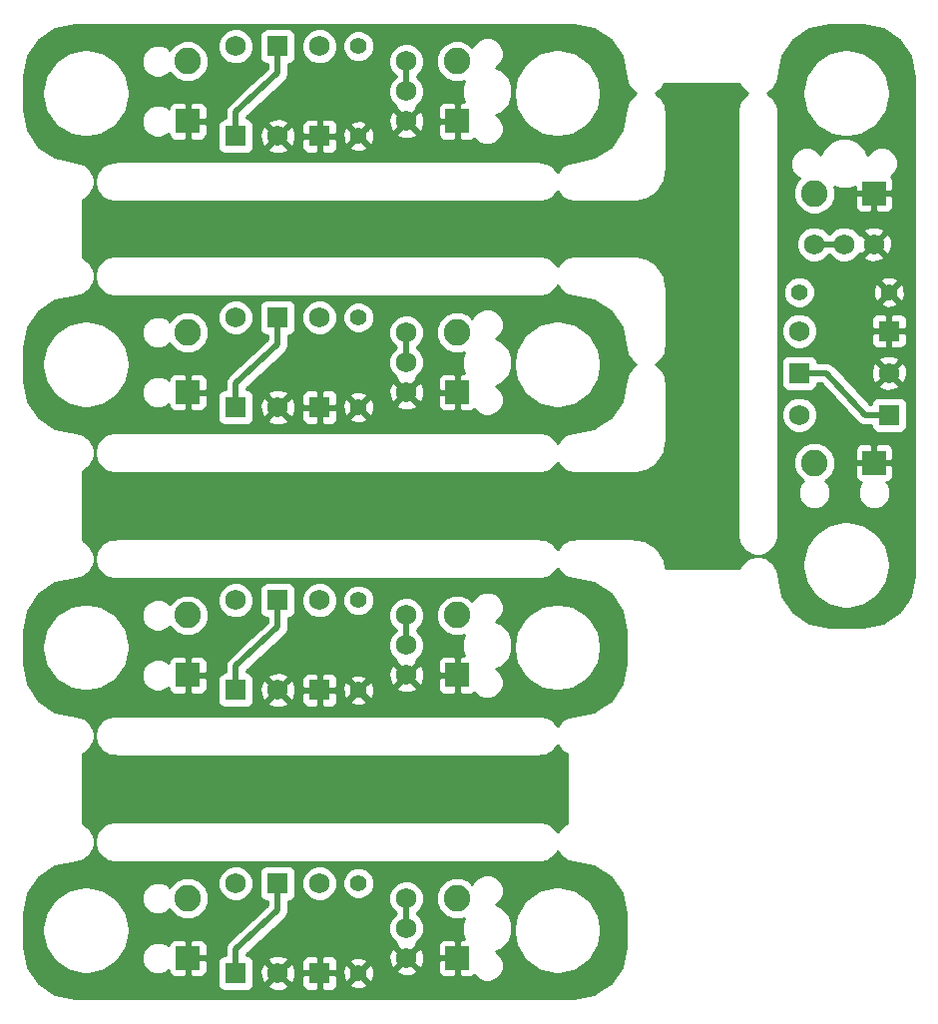
<source format=gtl>
G04 (created by PCBNEW (2013-jul-07)-stable) date Sun 15 Mar 2015 20:22:26 GMT*
%MOIN*%
G04 Gerber Fmt 3.4, Leading zero omitted, Abs format*
%FSLAX34Y34*%
G01*
G70*
G90*
G04 APERTURE LIST*
%ADD10C,0.00590551*%
%ADD11C,0.055*%
%ADD12C,0.0885827*%
%ADD13R,0.0787402X0.0787402*%
%ADD14C,0.0688976*%
%ADD15R,0.0688976X0.0688976*%
%ADD16C,0.0204724*%
%ADD17C,0.01*%
G04 APERTURE END LIST*
G54D10*
G54D11*
X99417Y-66091D03*
X102417Y-66091D03*
G54D12*
X99917Y-71791D03*
G54D13*
X101917Y-71791D03*
G54D12*
X99917Y-62791D03*
G54D13*
X101917Y-62791D03*
G54D14*
X100917Y-64491D03*
X101917Y-64491D03*
X99917Y-64491D03*
G54D15*
X102417Y-70191D03*
G54D14*
X99417Y-70191D03*
G54D15*
X99417Y-68791D03*
G54D14*
X102417Y-68791D03*
X99417Y-67391D03*
G54D15*
X102417Y-67391D03*
G54D14*
X83396Y-85834D03*
G54D15*
X83396Y-88834D03*
X81996Y-85834D03*
G54D14*
X81996Y-88834D03*
G54D15*
X80596Y-88834D03*
G54D14*
X80596Y-85834D03*
X86296Y-87334D03*
X86296Y-88334D03*
X86296Y-86334D03*
G54D12*
X87996Y-86334D03*
G54D13*
X87996Y-88334D03*
G54D12*
X78996Y-86334D03*
G54D13*
X78996Y-88334D03*
G54D11*
X84696Y-85834D03*
X84696Y-88834D03*
X84696Y-76385D03*
X84696Y-79385D03*
G54D12*
X78996Y-76885D03*
G54D13*
X78996Y-78885D03*
G54D12*
X87996Y-76885D03*
G54D13*
X87996Y-78885D03*
G54D14*
X86296Y-77885D03*
X86296Y-78885D03*
X86296Y-76885D03*
G54D15*
X80596Y-79385D03*
G54D14*
X80596Y-76385D03*
G54D15*
X81996Y-76385D03*
G54D14*
X81996Y-79385D03*
X83396Y-76385D03*
G54D15*
X83396Y-79385D03*
G54D14*
X83396Y-66937D03*
G54D15*
X83396Y-69937D03*
X81996Y-66937D03*
G54D14*
X81996Y-69937D03*
G54D15*
X80596Y-69937D03*
G54D14*
X80596Y-66937D03*
X86296Y-68437D03*
X86296Y-69437D03*
X86296Y-67437D03*
G54D12*
X87996Y-67437D03*
G54D13*
X87996Y-69437D03*
G54D12*
X78996Y-67437D03*
G54D13*
X78996Y-69437D03*
G54D11*
X84696Y-66937D03*
X84696Y-69937D03*
X84696Y-57881D03*
X84696Y-60881D03*
G54D12*
X78996Y-58381D03*
G54D13*
X78996Y-60381D03*
G54D12*
X87996Y-58381D03*
G54D13*
X87996Y-60381D03*
G54D14*
X86296Y-59381D03*
X86296Y-60381D03*
X86296Y-58381D03*
G54D15*
X80596Y-60881D03*
G54D14*
X80596Y-57881D03*
G54D15*
X81996Y-57881D03*
G54D14*
X81996Y-60881D03*
X83396Y-57881D03*
G54D15*
X83396Y-60881D03*
G54D16*
X99917Y-64491D02*
X100917Y-64491D01*
X102417Y-70191D02*
X101617Y-70191D01*
X100317Y-68791D02*
X99417Y-68791D01*
X101617Y-70191D02*
X100317Y-68791D01*
X80596Y-88034D02*
X81996Y-86734D01*
X81996Y-86734D02*
X81996Y-85834D01*
X80596Y-88834D02*
X80596Y-88034D01*
X86296Y-86334D02*
X86296Y-87334D01*
X86296Y-76885D02*
X86296Y-77885D01*
X80596Y-79385D02*
X80596Y-78585D01*
X81996Y-77285D02*
X81996Y-76385D01*
X80596Y-78585D02*
X81996Y-77285D01*
X80596Y-69137D02*
X81996Y-67837D01*
X81996Y-67837D02*
X81996Y-66937D01*
X80596Y-69937D02*
X80596Y-69137D01*
X86296Y-67437D02*
X86296Y-68437D01*
X86296Y-58381D02*
X86296Y-59381D01*
X80596Y-60881D02*
X80596Y-60081D01*
X81996Y-58781D02*
X81996Y-57881D01*
X80596Y-60081D02*
X81996Y-58781D01*
G54D10*
G36*
X103253Y-75558D02*
X103120Y-76232D01*
X103016Y-76387D01*
X103016Y-70485D01*
X103016Y-69796D01*
X103016Y-69795D01*
X103016Y-68883D01*
X103011Y-68779D01*
X103011Y-67686D01*
X103011Y-67096D01*
X103011Y-66996D01*
X102973Y-66905D01*
X102947Y-66878D01*
X102947Y-66167D01*
X102935Y-65958D01*
X102877Y-65818D01*
X102785Y-65794D01*
X102714Y-65864D01*
X102714Y-65723D01*
X102712Y-65717D01*
X102712Y-61683D01*
X102629Y-61482D01*
X102476Y-61329D01*
X102448Y-61317D01*
X102448Y-59504D01*
X102448Y-59448D01*
X102448Y-59392D01*
X102448Y-59392D01*
X102448Y-59392D01*
X102448Y-59391D01*
X102359Y-58941D01*
X102359Y-58939D01*
X102316Y-58835D01*
X102059Y-58452D01*
X101979Y-58372D01*
X101978Y-58372D01*
X101598Y-58117D01*
X101596Y-58116D01*
X101492Y-58073D01*
X101040Y-57983D01*
X100927Y-57983D01*
X100925Y-57984D01*
X100477Y-58073D01*
X100475Y-58073D01*
X100371Y-58116D01*
X99988Y-58373D01*
X99908Y-58453D01*
X99907Y-58454D01*
X99653Y-58834D01*
X99651Y-58836D01*
X99608Y-58940D01*
X99519Y-59392D01*
X99519Y-59448D01*
X99519Y-59505D01*
X99608Y-59957D01*
X99651Y-60061D01*
X99653Y-60062D01*
X99907Y-60442D01*
X99908Y-60444D01*
X99988Y-60524D01*
X100371Y-60780D01*
X100475Y-60824D01*
X100477Y-60824D01*
X100925Y-60912D01*
X100927Y-60913D01*
X101040Y-60913D01*
X101492Y-60824D01*
X101596Y-60781D01*
X101598Y-60779D01*
X101978Y-60525D01*
X101979Y-60524D01*
X102059Y-60444D01*
X102316Y-60062D01*
X102359Y-59957D01*
X102359Y-59955D01*
X102448Y-59505D01*
X102448Y-59505D01*
X102448Y-59505D01*
X102448Y-59504D01*
X102448Y-61317D01*
X102276Y-61246D01*
X102059Y-61245D01*
X101858Y-61328D01*
X101705Y-61482D01*
X101702Y-61489D01*
X101630Y-61315D01*
X101394Y-61079D01*
X101085Y-60950D01*
X100750Y-60950D01*
X100441Y-61078D01*
X100205Y-61314D01*
X100132Y-61489D01*
X100129Y-61482D01*
X99976Y-61329D01*
X99776Y-61246D01*
X99559Y-61245D01*
X99358Y-61328D01*
X99205Y-61482D01*
X99122Y-61682D01*
X99121Y-61899D01*
X99204Y-62099D01*
X99358Y-62253D01*
X99436Y-62285D01*
X99326Y-62395D01*
X99219Y-62651D01*
X99219Y-62929D01*
X99325Y-63186D01*
X99521Y-63382D01*
X99777Y-63488D01*
X100055Y-63489D01*
X100311Y-63383D01*
X100508Y-63187D01*
X100614Y-62930D01*
X100615Y-62653D01*
X100576Y-62559D01*
X100749Y-62631D01*
X101083Y-62632D01*
X101273Y-62553D01*
X101273Y-62678D01*
X101336Y-62741D01*
X101867Y-62741D01*
X101867Y-62733D01*
X101967Y-62733D01*
X101967Y-62741D01*
X102498Y-62741D01*
X102561Y-62678D01*
X102561Y-62447D01*
X102560Y-62347D01*
X102522Y-62255D01*
X102498Y-62231D01*
X102629Y-62100D01*
X102712Y-61900D01*
X102712Y-61683D01*
X102712Y-65717D01*
X102690Y-65630D01*
X102561Y-65585D01*
X102561Y-63135D01*
X102561Y-62903D01*
X102498Y-62841D01*
X101967Y-62841D01*
X101967Y-63372D01*
X102029Y-63435D01*
X102360Y-63435D01*
X102452Y-63397D01*
X102522Y-63326D01*
X102560Y-63234D01*
X102561Y-63135D01*
X102561Y-65585D01*
X102516Y-65569D01*
X102516Y-64583D01*
X102506Y-64347D01*
X102435Y-64176D01*
X102335Y-64143D01*
X102264Y-64214D01*
X102264Y-64073D01*
X102231Y-63973D01*
X102009Y-63892D01*
X101867Y-63898D01*
X101867Y-63372D01*
X101867Y-62841D01*
X101336Y-62841D01*
X101273Y-62903D01*
X101273Y-63135D01*
X101273Y-63234D01*
X101311Y-63326D01*
X101382Y-63397D01*
X101474Y-63435D01*
X101804Y-63435D01*
X101867Y-63372D01*
X101867Y-63898D01*
X101773Y-63902D01*
X101602Y-63973D01*
X101569Y-64073D01*
X101917Y-64420D01*
X102264Y-64073D01*
X102264Y-64214D01*
X101988Y-64491D01*
X102335Y-64838D01*
X102435Y-64805D01*
X102516Y-64583D01*
X102516Y-65569D01*
X102493Y-65561D01*
X102284Y-65572D01*
X102264Y-65580D01*
X102264Y-64909D01*
X101917Y-64562D01*
X101846Y-64632D01*
X101846Y-64491D01*
X101499Y-64143D01*
X101431Y-64166D01*
X101425Y-64152D01*
X101257Y-63983D01*
X101037Y-63892D01*
X100798Y-63892D01*
X100578Y-63983D01*
X100426Y-64134D01*
X100407Y-64134D01*
X100257Y-63983D01*
X100037Y-63892D01*
X99798Y-63892D01*
X99578Y-63983D01*
X99409Y-64151D01*
X99318Y-64371D01*
X99318Y-64610D01*
X99409Y-64830D01*
X99577Y-64999D01*
X99797Y-65090D01*
X100035Y-65090D01*
X100256Y-64999D01*
X100407Y-64848D01*
X100427Y-64848D01*
X100577Y-64999D01*
X100797Y-65090D01*
X101035Y-65090D01*
X101256Y-64999D01*
X101425Y-64831D01*
X101431Y-64816D01*
X101499Y-64838D01*
X101846Y-64491D01*
X101846Y-64632D01*
X101569Y-64909D01*
X101602Y-65009D01*
X101824Y-65090D01*
X102061Y-65080D01*
X102231Y-65009D01*
X102264Y-64909D01*
X102264Y-65580D01*
X102144Y-65630D01*
X102120Y-65723D01*
X102417Y-66020D01*
X102714Y-65723D01*
X102714Y-65864D01*
X102488Y-66091D01*
X102785Y-66388D01*
X102877Y-66364D01*
X102947Y-66167D01*
X102947Y-66878D01*
X102903Y-66834D01*
X102811Y-66796D01*
X102714Y-66796D01*
X102714Y-66459D01*
X102417Y-66162D01*
X102346Y-66232D01*
X102346Y-66091D01*
X102049Y-65794D01*
X101956Y-65818D01*
X101887Y-66015D01*
X101898Y-66224D01*
X101956Y-66364D01*
X102049Y-66388D01*
X102346Y-66091D01*
X102346Y-66232D01*
X102120Y-66459D01*
X102144Y-66551D01*
X102341Y-66621D01*
X102550Y-66609D01*
X102690Y-66551D01*
X102714Y-66459D01*
X102714Y-66796D01*
X102529Y-66796D01*
X102467Y-66859D01*
X102467Y-67341D01*
X102949Y-67341D01*
X103011Y-67278D01*
X103011Y-67096D01*
X103011Y-67686D01*
X103011Y-67503D01*
X102949Y-67441D01*
X102467Y-67441D01*
X102467Y-67923D01*
X102529Y-67985D01*
X102811Y-67985D01*
X102903Y-67947D01*
X102973Y-67877D01*
X103011Y-67785D01*
X103011Y-67686D01*
X103011Y-68779D01*
X103006Y-68647D01*
X102935Y-68476D01*
X102835Y-68443D01*
X102764Y-68514D01*
X102764Y-68373D01*
X102731Y-68273D01*
X102509Y-68192D01*
X102367Y-68198D01*
X102367Y-67923D01*
X102367Y-67441D01*
X102367Y-67341D01*
X102367Y-66859D01*
X102304Y-66796D01*
X102023Y-66796D01*
X101931Y-66834D01*
X101861Y-66905D01*
X101822Y-66996D01*
X101822Y-67096D01*
X101822Y-67278D01*
X101885Y-67341D01*
X102367Y-67341D01*
X102367Y-67441D01*
X101885Y-67441D01*
X101822Y-67503D01*
X101822Y-67686D01*
X101822Y-67785D01*
X101861Y-67877D01*
X101931Y-67947D01*
X102023Y-67985D01*
X102304Y-67985D01*
X102367Y-67923D01*
X102367Y-68198D01*
X102273Y-68202D01*
X102102Y-68273D01*
X102069Y-68373D01*
X102417Y-68720D01*
X102764Y-68373D01*
X102764Y-68514D01*
X102488Y-68791D01*
X102835Y-69138D01*
X102935Y-69105D01*
X103016Y-68883D01*
X103016Y-69795D01*
X102977Y-69702D01*
X102906Y-69631D01*
X102812Y-69592D01*
X102764Y-69592D01*
X102764Y-69209D01*
X102417Y-68862D01*
X102346Y-68932D01*
X102346Y-68791D01*
X101999Y-68443D01*
X101899Y-68476D01*
X101818Y-68698D01*
X101828Y-68935D01*
X101899Y-69105D01*
X101999Y-69138D01*
X102346Y-68791D01*
X102346Y-68932D01*
X102069Y-69209D01*
X102102Y-69309D01*
X102324Y-69390D01*
X102561Y-69380D01*
X102731Y-69309D01*
X102764Y-69209D01*
X102764Y-69592D01*
X102711Y-69592D01*
X102022Y-69592D01*
X101928Y-69630D01*
X101857Y-69702D01*
X101818Y-69795D01*
X101818Y-69834D01*
X101773Y-69834D01*
X100578Y-68548D01*
X100573Y-68544D01*
X100569Y-68538D01*
X100517Y-68503D01*
X100465Y-68466D01*
X100459Y-68465D01*
X100453Y-68461D01*
X100391Y-68449D01*
X100330Y-68434D01*
X100323Y-68435D01*
X100317Y-68434D01*
X100016Y-68434D01*
X100016Y-67272D01*
X99947Y-67104D01*
X99947Y-65986D01*
X99866Y-65791D01*
X99717Y-65642D01*
X99523Y-65561D01*
X99312Y-65561D01*
X99117Y-65641D01*
X98968Y-65790D01*
X98887Y-65985D01*
X98887Y-66196D01*
X98967Y-66391D01*
X99116Y-66540D01*
X99311Y-66620D01*
X99522Y-66621D01*
X99716Y-66540D01*
X99866Y-66391D01*
X99946Y-66197D01*
X99947Y-65986D01*
X99947Y-67104D01*
X99925Y-67052D01*
X99757Y-66883D01*
X99537Y-66792D01*
X99298Y-66792D01*
X99078Y-66883D01*
X98909Y-67051D01*
X98818Y-67271D01*
X98818Y-67510D01*
X98909Y-67730D01*
X99077Y-67899D01*
X99297Y-67990D01*
X99535Y-67990D01*
X99756Y-67899D01*
X99925Y-67731D01*
X100016Y-67511D01*
X100016Y-67272D01*
X100016Y-68434D01*
X100016Y-68434D01*
X100016Y-68396D01*
X99977Y-68302D01*
X99906Y-68231D01*
X99812Y-68192D01*
X99711Y-68192D01*
X99022Y-68192D01*
X98928Y-68230D01*
X98857Y-68302D01*
X98818Y-68395D01*
X98818Y-68497D01*
X98818Y-69186D01*
X98856Y-69279D01*
X98928Y-69351D01*
X99021Y-69390D01*
X99123Y-69390D01*
X99812Y-69390D01*
X99905Y-69351D01*
X99977Y-69280D01*
X100016Y-69186D01*
X100016Y-69148D01*
X100161Y-69148D01*
X101356Y-70433D01*
X101360Y-70436D01*
X101364Y-70443D01*
X101433Y-70489D01*
X101469Y-70515D01*
X101473Y-70516D01*
X101480Y-70521D01*
X101558Y-70536D01*
X101604Y-70547D01*
X101609Y-70546D01*
X101617Y-70548D01*
X101818Y-70548D01*
X101818Y-70586D01*
X101856Y-70679D01*
X101928Y-70751D01*
X102021Y-70790D01*
X102123Y-70790D01*
X102812Y-70790D01*
X102905Y-70751D01*
X102977Y-70680D01*
X103016Y-70586D01*
X103016Y-70485D01*
X103016Y-76387D01*
X102759Y-76772D01*
X102561Y-76905D01*
X102561Y-72135D01*
X102561Y-71447D01*
X102560Y-71347D01*
X102522Y-71255D01*
X102452Y-71185D01*
X102360Y-71147D01*
X102029Y-71147D01*
X101967Y-71210D01*
X101967Y-71741D01*
X102498Y-71741D01*
X102561Y-71678D01*
X102561Y-71447D01*
X102561Y-72135D01*
X102561Y-71903D01*
X102498Y-71841D01*
X101967Y-71841D01*
X101967Y-71849D01*
X101867Y-71849D01*
X101867Y-71841D01*
X101867Y-71741D01*
X101867Y-71210D01*
X101804Y-71147D01*
X101474Y-71147D01*
X101382Y-71185D01*
X101311Y-71255D01*
X101273Y-71347D01*
X101273Y-71447D01*
X101273Y-71678D01*
X101336Y-71741D01*
X101867Y-71741D01*
X101867Y-71841D01*
X101336Y-71841D01*
X101273Y-71903D01*
X101273Y-72135D01*
X101273Y-72234D01*
X101311Y-72326D01*
X101382Y-72397D01*
X101474Y-72435D01*
X101502Y-72435D01*
X101455Y-72482D01*
X101372Y-72682D01*
X101371Y-72899D01*
X101454Y-73099D01*
X101608Y-73253D01*
X101808Y-73336D01*
X102025Y-73336D01*
X102225Y-73253D01*
X102379Y-73100D01*
X102462Y-72900D01*
X102462Y-72683D01*
X102379Y-72482D01*
X102332Y-72435D01*
X102360Y-72435D01*
X102452Y-72397D01*
X102522Y-72326D01*
X102560Y-72234D01*
X102561Y-72135D01*
X102561Y-76905D01*
X102448Y-76980D01*
X102448Y-75252D01*
X102448Y-75196D01*
X102448Y-75140D01*
X102448Y-75140D01*
X102448Y-75140D01*
X102448Y-75139D01*
X102359Y-74689D01*
X102359Y-74687D01*
X102316Y-74583D01*
X102059Y-74200D01*
X101979Y-74120D01*
X101978Y-74120D01*
X101598Y-73865D01*
X101596Y-73864D01*
X101492Y-73821D01*
X101040Y-73731D01*
X100927Y-73731D01*
X100925Y-73732D01*
X100615Y-73794D01*
X100615Y-71653D01*
X100509Y-71396D01*
X100313Y-71200D01*
X100056Y-71093D01*
X100016Y-71093D01*
X100016Y-70072D01*
X99925Y-69852D01*
X99757Y-69683D01*
X99537Y-69592D01*
X99298Y-69592D01*
X99078Y-69683D01*
X98909Y-69851D01*
X98818Y-70071D01*
X98818Y-70310D01*
X98909Y-70530D01*
X99077Y-70699D01*
X99297Y-70790D01*
X99535Y-70790D01*
X99756Y-70699D01*
X99925Y-70531D01*
X100016Y-70311D01*
X100016Y-70072D01*
X100016Y-71093D01*
X99779Y-71093D01*
X99522Y-71199D01*
X99326Y-71395D01*
X99219Y-71651D01*
X99219Y-71929D01*
X99325Y-72186D01*
X99521Y-72382D01*
X99545Y-72392D01*
X99455Y-72482D01*
X99372Y-72682D01*
X99371Y-72899D01*
X99454Y-73099D01*
X99608Y-73253D01*
X99808Y-73336D01*
X100025Y-73336D01*
X100225Y-73253D01*
X100379Y-73100D01*
X100462Y-72900D01*
X100462Y-72683D01*
X100379Y-72482D01*
X100289Y-72392D01*
X100311Y-72383D01*
X100508Y-72187D01*
X100614Y-71930D01*
X100615Y-71653D01*
X100615Y-73794D01*
X100477Y-73821D01*
X100475Y-73821D01*
X100371Y-73864D01*
X99988Y-74121D01*
X99908Y-74201D01*
X99907Y-74203D01*
X99653Y-74582D01*
X99651Y-74584D01*
X99608Y-74688D01*
X99519Y-75140D01*
X99519Y-75196D01*
X99519Y-75253D01*
X99608Y-75705D01*
X99651Y-75809D01*
X99653Y-75810D01*
X99907Y-76190D01*
X99908Y-76192D01*
X99988Y-76272D01*
X100371Y-76528D01*
X100475Y-76572D01*
X100477Y-76572D01*
X100925Y-76660D01*
X100927Y-76661D01*
X101040Y-76661D01*
X101492Y-76572D01*
X101596Y-76529D01*
X101598Y-76527D01*
X101978Y-76273D01*
X101979Y-76272D01*
X102059Y-76192D01*
X102316Y-75810D01*
X102359Y-75705D01*
X102359Y-75703D01*
X102448Y-75253D01*
X102448Y-75253D01*
X102448Y-75253D01*
X102448Y-75252D01*
X102448Y-76980D01*
X102213Y-77137D01*
X101546Y-77269D01*
X100425Y-77269D01*
X99751Y-77136D01*
X99211Y-76774D01*
X98846Y-76229D01*
X98709Y-75534D01*
X98708Y-75533D01*
X98679Y-75383D01*
X98635Y-75279D01*
X98635Y-75278D01*
X98550Y-75151D01*
X98550Y-75151D01*
X98470Y-75071D01*
X98343Y-74986D01*
X98342Y-74985D01*
X98238Y-74942D01*
X98087Y-74912D01*
X97974Y-74913D01*
X97974Y-74913D01*
X97824Y-74942D01*
X97720Y-74986D01*
X97719Y-74986D01*
X97592Y-75071D01*
X97592Y-75071D01*
X97512Y-75151D01*
X97427Y-75278D01*
X97426Y-75279D01*
X97417Y-75301D01*
X94974Y-75301D01*
X94974Y-71062D01*
X94974Y-69094D01*
X94968Y-69066D01*
X94968Y-69038D01*
X94938Y-68887D01*
X94895Y-68783D01*
X94895Y-68782D01*
X94810Y-68655D01*
X94810Y-68655D01*
X94730Y-68575D01*
X94623Y-68503D01*
X94730Y-68432D01*
X94810Y-68352D01*
X94810Y-68352D01*
X94895Y-68225D01*
X94895Y-68224D01*
X94938Y-68120D01*
X94968Y-67969D01*
X94968Y-67941D01*
X94974Y-67913D01*
X94974Y-65944D01*
X94969Y-65918D01*
X94969Y-65888D01*
X94908Y-65586D01*
X94865Y-65482D01*
X94864Y-65481D01*
X94695Y-65228D01*
X94695Y-65226D01*
X94615Y-65147D01*
X94359Y-64976D01*
X94255Y-64933D01*
X94253Y-64933D01*
X93954Y-64873D01*
X93925Y-64873D01*
X93897Y-64868D01*
X91929Y-64868D01*
X91900Y-64873D01*
X91872Y-64873D01*
X91722Y-64903D01*
X91617Y-64946D01*
X91617Y-64947D01*
X91490Y-65032D01*
X91489Y-65032D01*
X91409Y-65112D01*
X91338Y-65219D01*
X91267Y-65112D01*
X91266Y-65111D01*
X91187Y-65031D01*
X91059Y-64947D01*
X91059Y-64946D01*
X90954Y-64903D01*
X90804Y-64873D01*
X90775Y-64873D01*
X90748Y-64868D01*
X76574Y-64868D01*
X76546Y-64873D01*
X76518Y-64873D01*
X76367Y-64903D01*
X76263Y-64946D01*
X76263Y-64947D01*
X76135Y-65032D01*
X76135Y-65032D01*
X76055Y-65112D01*
X75970Y-65239D01*
X75970Y-65239D01*
X75927Y-65344D01*
X75897Y-65494D01*
X75897Y-65551D01*
X75897Y-65607D01*
X75927Y-65758D01*
X75970Y-65862D01*
X75970Y-65862D01*
X76055Y-65990D01*
X76135Y-66070D01*
X76135Y-66070D01*
X76263Y-66155D01*
X76263Y-66155D01*
X76367Y-66198D01*
X76518Y-66228D01*
X76546Y-66228D01*
X76574Y-66234D01*
X90748Y-66234D01*
X90775Y-66228D01*
X90804Y-66228D01*
X90954Y-66198D01*
X91059Y-66155D01*
X91059Y-66155D01*
X91187Y-66070D01*
X91266Y-65990D01*
X91267Y-65990D01*
X91338Y-65883D01*
X91409Y-65990D01*
X91489Y-66070D01*
X91490Y-66070D01*
X91617Y-66155D01*
X91617Y-66155D01*
X91722Y-66198D01*
X91872Y-66228D01*
X91872Y-66228D01*
X92568Y-66366D01*
X93113Y-66731D01*
X93474Y-67271D01*
X93613Y-67969D01*
X93614Y-67972D01*
X93643Y-68120D01*
X93686Y-68224D01*
X93687Y-68225D01*
X93772Y-68352D01*
X93851Y-68432D01*
X93852Y-68432D01*
X93959Y-68503D01*
X93852Y-68575D01*
X93851Y-68575D01*
X93772Y-68655D01*
X93687Y-68782D01*
X93686Y-68783D01*
X93643Y-68887D01*
X93614Y-69034D01*
X93613Y-69038D01*
X93474Y-69736D01*
X93113Y-70276D01*
X92803Y-70484D01*
X92803Y-68560D01*
X92803Y-68503D01*
X92803Y-68447D01*
X92803Y-68447D01*
X92803Y-68447D01*
X92802Y-68447D01*
X92713Y-67996D01*
X92713Y-67995D01*
X92670Y-67890D01*
X92414Y-67507D01*
X92334Y-67428D01*
X92332Y-67427D01*
X91952Y-67172D01*
X91951Y-67171D01*
X91846Y-67128D01*
X91394Y-67038D01*
X91281Y-67039D01*
X91279Y-67039D01*
X90831Y-67128D01*
X90829Y-67128D01*
X90725Y-67171D01*
X90342Y-67428D01*
X90262Y-67508D01*
X90261Y-67510D01*
X90007Y-67889D01*
X90006Y-67891D01*
X89963Y-67995D01*
X89873Y-68447D01*
X89873Y-68503D01*
X89873Y-68560D01*
X89963Y-69012D01*
X90006Y-69116D01*
X90007Y-69117D01*
X90261Y-69497D01*
X90262Y-69499D01*
X90342Y-69579D01*
X90725Y-69835D01*
X90829Y-69879D01*
X90831Y-69879D01*
X91279Y-69968D01*
X91281Y-69968D01*
X91394Y-69968D01*
X91846Y-69879D01*
X91951Y-69836D01*
X91952Y-69834D01*
X92332Y-69580D01*
X92334Y-69579D01*
X92414Y-69500D01*
X92670Y-69117D01*
X92713Y-69012D01*
X92713Y-69010D01*
X92802Y-68560D01*
X92803Y-68560D01*
X92803Y-68560D01*
X92803Y-68560D01*
X92803Y-70484D01*
X92568Y-70641D01*
X91872Y-70779D01*
X91872Y-70779D01*
X91722Y-70809D01*
X91617Y-70852D01*
X91617Y-70852D01*
X91490Y-70937D01*
X91489Y-70937D01*
X91409Y-71017D01*
X91338Y-71124D01*
X91267Y-71017D01*
X91266Y-71017D01*
X91187Y-70937D01*
X91059Y-70852D01*
X91059Y-70852D01*
X90954Y-70808D01*
X90804Y-70779D01*
X90775Y-70779D01*
X90748Y-70773D01*
X89836Y-70773D01*
X89836Y-68270D01*
X89709Y-67961D01*
X89472Y-67724D01*
X89297Y-67652D01*
X89304Y-67649D01*
X89458Y-67496D01*
X89541Y-67295D01*
X89541Y-67079D01*
X89458Y-66878D01*
X89305Y-66725D01*
X89105Y-66641D01*
X88888Y-66641D01*
X88687Y-66724D01*
X88534Y-66877D01*
X88501Y-66955D01*
X88391Y-66845D01*
X88135Y-66739D01*
X87857Y-66739D01*
X87601Y-66845D01*
X87404Y-67041D01*
X87298Y-67297D01*
X87298Y-67575D01*
X87404Y-67831D01*
X87600Y-68028D01*
X87856Y-68134D01*
X88134Y-68134D01*
X88227Y-68096D01*
X88155Y-68269D01*
X88155Y-68603D01*
X88233Y-68793D01*
X88108Y-68793D01*
X88046Y-68855D01*
X88046Y-69387D01*
X88053Y-69387D01*
X88053Y-69487D01*
X88046Y-69487D01*
X88046Y-70018D01*
X88108Y-70080D01*
X88340Y-70080D01*
X88439Y-70080D01*
X88531Y-70042D01*
X88556Y-70018D01*
X88686Y-70149D01*
X88887Y-70232D01*
X89104Y-70232D01*
X89304Y-70149D01*
X89458Y-69996D01*
X89541Y-69795D01*
X89541Y-69579D01*
X89458Y-69378D01*
X89305Y-69225D01*
X89297Y-69221D01*
X89471Y-69150D01*
X89708Y-68913D01*
X89836Y-68604D01*
X89836Y-68270D01*
X89836Y-70773D01*
X87946Y-70773D01*
X87946Y-70018D01*
X87946Y-69487D01*
X87946Y-69387D01*
X87946Y-68855D01*
X87883Y-68793D01*
X87651Y-68793D01*
X87552Y-68793D01*
X87460Y-68831D01*
X87390Y-68901D01*
X87352Y-68993D01*
X87352Y-69324D01*
X87414Y-69387D01*
X87946Y-69387D01*
X87946Y-69487D01*
X87414Y-69487D01*
X87352Y-69549D01*
X87352Y-69880D01*
X87390Y-69972D01*
X87460Y-70042D01*
X87552Y-70080D01*
X87651Y-70080D01*
X87883Y-70080D01*
X87946Y-70018D01*
X87946Y-70773D01*
X86895Y-70773D01*
X86895Y-68318D01*
X86804Y-68098D01*
X86653Y-67946D01*
X86653Y-67927D01*
X86803Y-67776D01*
X86895Y-67556D01*
X86895Y-67318D01*
X86804Y-67098D01*
X86635Y-66929D01*
X86415Y-66837D01*
X86177Y-66837D01*
X85957Y-66928D01*
X85788Y-67097D01*
X85696Y-67317D01*
X85696Y-67555D01*
X85787Y-67775D01*
X85938Y-67927D01*
X85938Y-67946D01*
X85788Y-68097D01*
X85696Y-68317D01*
X85696Y-68555D01*
X85787Y-68775D01*
X85956Y-68944D01*
X85970Y-68950D01*
X85948Y-69018D01*
X86296Y-69366D01*
X86643Y-69018D01*
X86621Y-68951D01*
X86635Y-68945D01*
X86803Y-68776D01*
X86895Y-68556D01*
X86895Y-68318D01*
X86895Y-70773D01*
X86895Y-70773D01*
X86895Y-69529D01*
X86884Y-69293D01*
X86814Y-69122D01*
X86714Y-69089D01*
X86366Y-69437D01*
X86714Y-69784D01*
X86814Y-69751D01*
X86895Y-69529D01*
X86895Y-70773D01*
X86643Y-70773D01*
X86643Y-69855D01*
X86296Y-69507D01*
X86225Y-69578D01*
X86225Y-69437D01*
X85877Y-69089D01*
X85777Y-69122D01*
X85697Y-69344D01*
X85707Y-69580D01*
X85777Y-69751D01*
X85877Y-69784D01*
X86225Y-69437D01*
X86225Y-69578D01*
X85948Y-69855D01*
X85981Y-69955D01*
X86203Y-70036D01*
X86439Y-70025D01*
X86610Y-69955D01*
X86643Y-69855D01*
X86643Y-70773D01*
X85225Y-70773D01*
X85225Y-70012D01*
X85225Y-70011D01*
X85225Y-66832D01*
X85145Y-66637D01*
X84996Y-66488D01*
X84801Y-66407D01*
X84591Y-66407D01*
X84396Y-66487D01*
X84247Y-66636D01*
X84166Y-66831D01*
X84166Y-67041D01*
X84246Y-67236D01*
X84395Y-67385D01*
X84590Y-67466D01*
X84800Y-67466D01*
X84995Y-67386D01*
X85144Y-67237D01*
X85225Y-67042D01*
X85225Y-66832D01*
X85225Y-70011D01*
X85214Y-69804D01*
X85156Y-69664D01*
X85063Y-69639D01*
X84993Y-69710D01*
X84993Y-69569D01*
X84968Y-69476D01*
X84771Y-69407D01*
X84563Y-69418D01*
X84423Y-69476D01*
X84398Y-69569D01*
X84696Y-69866D01*
X84993Y-69569D01*
X84993Y-69710D01*
X84766Y-69937D01*
X85063Y-70234D01*
X85156Y-70209D01*
X85225Y-70012D01*
X85225Y-70773D01*
X84993Y-70773D01*
X84993Y-70304D01*
X84696Y-70007D01*
X84625Y-70078D01*
X84625Y-69937D01*
X84328Y-69639D01*
X84235Y-69664D01*
X84166Y-69861D01*
X84177Y-70069D01*
X84235Y-70209D01*
X84328Y-70234D01*
X84625Y-69937D01*
X84625Y-70078D01*
X84398Y-70304D01*
X84423Y-70397D01*
X84620Y-70466D01*
X84828Y-70455D01*
X84968Y-70397D01*
X84993Y-70304D01*
X84993Y-70773D01*
X83995Y-70773D01*
X83995Y-66818D01*
X83904Y-66598D01*
X83735Y-66429D01*
X83515Y-66337D01*
X83277Y-66337D01*
X83057Y-66428D01*
X82888Y-66597D01*
X82796Y-66817D01*
X82796Y-67055D01*
X82887Y-67275D01*
X83056Y-67444D01*
X83276Y-67536D01*
X83514Y-67536D01*
X83735Y-67445D01*
X83903Y-67276D01*
X83995Y-67056D01*
X83995Y-66818D01*
X83995Y-70773D01*
X83990Y-70773D01*
X83990Y-70331D01*
X83990Y-69543D01*
X83952Y-69451D01*
X83882Y-69380D01*
X83790Y-69342D01*
X83691Y-69342D01*
X83508Y-69342D01*
X83446Y-69405D01*
X83446Y-69887D01*
X83928Y-69887D01*
X83990Y-69824D01*
X83990Y-69543D01*
X83990Y-70331D01*
X83990Y-70049D01*
X83928Y-69987D01*
X83446Y-69987D01*
X83446Y-70468D01*
X83508Y-70531D01*
X83691Y-70531D01*
X83790Y-70531D01*
X83882Y-70493D01*
X83952Y-70422D01*
X83990Y-70331D01*
X83990Y-70773D01*
X83346Y-70773D01*
X83346Y-70468D01*
X83346Y-69987D01*
X83346Y-69887D01*
X83346Y-69405D01*
X83283Y-69342D01*
X83101Y-69342D01*
X83001Y-69342D01*
X82909Y-69380D01*
X82839Y-69451D01*
X82801Y-69543D01*
X82801Y-69824D01*
X82864Y-69887D01*
X83346Y-69887D01*
X83346Y-69987D01*
X82864Y-69987D01*
X82801Y-70049D01*
X82801Y-70331D01*
X82839Y-70422D01*
X82909Y-70493D01*
X83001Y-70531D01*
X83101Y-70531D01*
X83283Y-70531D01*
X83346Y-70468D01*
X83346Y-70773D01*
X82595Y-70773D01*
X82595Y-67231D01*
X82595Y-66542D01*
X82556Y-66448D01*
X82485Y-66376D01*
X82391Y-66337D01*
X82290Y-66337D01*
X81601Y-66337D01*
X81507Y-66376D01*
X81435Y-66448D01*
X81396Y-66541D01*
X81396Y-66642D01*
X81396Y-67331D01*
X81435Y-67425D01*
X81507Y-67497D01*
X81600Y-67536D01*
X81638Y-67536D01*
X81638Y-67680D01*
X81195Y-68092D01*
X81195Y-66818D01*
X81104Y-66598D01*
X80935Y-66429D01*
X80715Y-66337D01*
X80477Y-66337D01*
X80257Y-66428D01*
X80088Y-66597D01*
X79996Y-66817D01*
X79996Y-67055D01*
X80087Y-67275D01*
X80256Y-67444D01*
X80476Y-67536D01*
X80714Y-67536D01*
X80935Y-67445D01*
X81103Y-67276D01*
X81195Y-67056D01*
X81195Y-66818D01*
X81195Y-68092D01*
X80352Y-68875D01*
X80349Y-68880D01*
X80343Y-68884D01*
X80308Y-68937D01*
X80271Y-68988D01*
X80269Y-68994D01*
X80266Y-69000D01*
X80253Y-69062D01*
X80239Y-69123D01*
X80240Y-69130D01*
X80238Y-69137D01*
X80238Y-69337D01*
X80201Y-69337D01*
X80107Y-69376D01*
X80035Y-69448D01*
X79996Y-69541D01*
X79996Y-69642D01*
X79996Y-70331D01*
X80035Y-70425D01*
X80107Y-70497D01*
X80200Y-70536D01*
X80302Y-70536D01*
X80990Y-70536D01*
X81084Y-70497D01*
X81156Y-70425D01*
X81195Y-70332D01*
X81195Y-70231D01*
X81195Y-69542D01*
X81156Y-69448D01*
X81085Y-69376D01*
X80991Y-69337D01*
X80953Y-69337D01*
X80953Y-69292D01*
X82238Y-68098D01*
X82241Y-68094D01*
X82248Y-68089D01*
X82294Y-68021D01*
X82320Y-67985D01*
X82321Y-67980D01*
X82325Y-67973D01*
X82341Y-67895D01*
X82352Y-67849D01*
X82351Y-67844D01*
X82353Y-67837D01*
X82353Y-67536D01*
X82390Y-67536D01*
X82484Y-67497D01*
X82556Y-67425D01*
X82595Y-67332D01*
X82595Y-67231D01*
X82595Y-70773D01*
X82595Y-70773D01*
X82595Y-70029D01*
X82584Y-69793D01*
X82514Y-69622D01*
X82414Y-69589D01*
X82343Y-69660D01*
X82343Y-69518D01*
X82310Y-69418D01*
X82088Y-69337D01*
X81852Y-69348D01*
X81681Y-69418D01*
X81648Y-69518D01*
X81996Y-69866D01*
X82343Y-69518D01*
X82343Y-69660D01*
X82066Y-69937D01*
X82414Y-70284D01*
X82514Y-70251D01*
X82595Y-70029D01*
X82595Y-70773D01*
X82343Y-70773D01*
X82343Y-70355D01*
X81996Y-70007D01*
X81925Y-70078D01*
X81925Y-69937D01*
X81577Y-69589D01*
X81477Y-69622D01*
X81397Y-69844D01*
X81407Y-70080D01*
X81477Y-70251D01*
X81577Y-70284D01*
X81925Y-69937D01*
X81925Y-70078D01*
X81648Y-70355D01*
X81681Y-70455D01*
X81903Y-70536D01*
X82139Y-70525D01*
X82310Y-70455D01*
X82343Y-70355D01*
X82343Y-70773D01*
X79693Y-70773D01*
X79693Y-67298D01*
X79587Y-67042D01*
X79391Y-66845D01*
X79135Y-66739D01*
X78857Y-66739D01*
X78601Y-66845D01*
X78404Y-67041D01*
X78395Y-67064D01*
X78305Y-66975D01*
X78105Y-66891D01*
X77888Y-66891D01*
X77687Y-66974D01*
X77534Y-67127D01*
X77450Y-67328D01*
X77450Y-67544D01*
X77533Y-67745D01*
X77686Y-67899D01*
X77887Y-67982D01*
X78104Y-67982D01*
X78304Y-67899D01*
X78395Y-67809D01*
X78404Y-67831D01*
X78600Y-68028D01*
X78856Y-68134D01*
X79134Y-68134D01*
X79390Y-68028D01*
X79587Y-67832D01*
X79693Y-67576D01*
X79693Y-67298D01*
X79693Y-70773D01*
X79639Y-70773D01*
X79639Y-69880D01*
X79639Y-68993D01*
X79601Y-68901D01*
X79531Y-68831D01*
X79439Y-68793D01*
X79340Y-68793D01*
X79108Y-68793D01*
X79046Y-68855D01*
X79046Y-69387D01*
X79577Y-69387D01*
X79639Y-69324D01*
X79639Y-68993D01*
X79639Y-69880D01*
X79639Y-69549D01*
X79577Y-69487D01*
X79046Y-69487D01*
X79046Y-70018D01*
X79108Y-70080D01*
X79340Y-70080D01*
X79439Y-70080D01*
X79531Y-70042D01*
X79601Y-69972D01*
X79639Y-69880D01*
X79639Y-70773D01*
X78946Y-70773D01*
X78946Y-70018D01*
X78946Y-69487D01*
X78938Y-69487D01*
X78938Y-69387D01*
X78946Y-69387D01*
X78946Y-68855D01*
X78883Y-68793D01*
X78651Y-68793D01*
X78552Y-68793D01*
X78460Y-68831D01*
X78390Y-68901D01*
X78352Y-68993D01*
X78352Y-69022D01*
X78305Y-68975D01*
X78105Y-68891D01*
X77888Y-68891D01*
X77687Y-68974D01*
X77534Y-69127D01*
X77450Y-69328D01*
X77450Y-69544D01*
X77533Y-69745D01*
X77686Y-69899D01*
X77887Y-69982D01*
X78104Y-69982D01*
X78304Y-69899D01*
X78352Y-69851D01*
X78352Y-69880D01*
X78390Y-69972D01*
X78460Y-70042D01*
X78552Y-70080D01*
X78651Y-70080D01*
X78883Y-70080D01*
X78946Y-70018D01*
X78946Y-70773D01*
X77055Y-70773D01*
X77055Y-68560D01*
X77055Y-68503D01*
X77055Y-68447D01*
X77055Y-68447D01*
X77055Y-68447D01*
X77054Y-68447D01*
X76965Y-67996D01*
X76965Y-67995D01*
X76922Y-67890D01*
X76666Y-67507D01*
X76586Y-67428D01*
X76584Y-67427D01*
X76204Y-67172D01*
X76203Y-67171D01*
X76098Y-67128D01*
X75646Y-67038D01*
X75533Y-67039D01*
X75531Y-67039D01*
X75083Y-67128D01*
X75081Y-67128D01*
X74977Y-67171D01*
X74594Y-67428D01*
X74514Y-67508D01*
X74513Y-67510D01*
X74259Y-67889D01*
X74258Y-67891D01*
X74215Y-67995D01*
X74125Y-68447D01*
X74125Y-68503D01*
X74125Y-68560D01*
X74215Y-69012D01*
X74258Y-69116D01*
X74259Y-69117D01*
X74513Y-69497D01*
X74514Y-69499D01*
X74594Y-69579D01*
X74977Y-69835D01*
X75081Y-69879D01*
X75083Y-69879D01*
X75531Y-69968D01*
X75533Y-69968D01*
X75646Y-69968D01*
X76098Y-69879D01*
X76203Y-69836D01*
X76204Y-69834D01*
X76584Y-69580D01*
X76586Y-69579D01*
X76666Y-69500D01*
X76922Y-69117D01*
X76965Y-69012D01*
X76965Y-69010D01*
X77054Y-68560D01*
X77055Y-68560D01*
X77055Y-68560D01*
X77055Y-68560D01*
X77055Y-70773D01*
X76574Y-70773D01*
X76546Y-70779D01*
X76518Y-70779D01*
X76367Y-70809D01*
X76263Y-70852D01*
X76263Y-70852D01*
X76135Y-70937D01*
X76135Y-70937D01*
X76055Y-71017D01*
X75970Y-71145D01*
X75970Y-71145D01*
X75927Y-71249D01*
X75897Y-71400D01*
X75897Y-71456D01*
X75897Y-71512D01*
X75927Y-71663D01*
X75970Y-71767D01*
X75970Y-71768D01*
X76055Y-71895D01*
X76135Y-71975D01*
X76135Y-71975D01*
X76263Y-72060D01*
X76263Y-72061D01*
X76367Y-72104D01*
X76518Y-72134D01*
X76546Y-72134D01*
X76574Y-72139D01*
X90748Y-72139D01*
X90775Y-72134D01*
X90804Y-72134D01*
X90954Y-72104D01*
X91059Y-72061D01*
X91059Y-72060D01*
X91187Y-71975D01*
X91266Y-71896D01*
X91267Y-71895D01*
X91338Y-71788D01*
X91409Y-71895D01*
X91489Y-71975D01*
X91490Y-71975D01*
X91617Y-72060D01*
X91617Y-72061D01*
X91722Y-72104D01*
X91872Y-72134D01*
X91900Y-72134D01*
X91929Y-72139D01*
X93897Y-72139D01*
X93925Y-72134D01*
X93954Y-72134D01*
X94253Y-72074D01*
X94255Y-72074D01*
X94359Y-72031D01*
X94615Y-71860D01*
X94695Y-71780D01*
X94695Y-71779D01*
X94864Y-71526D01*
X94865Y-71525D01*
X94908Y-71421D01*
X94969Y-71119D01*
X94969Y-71089D01*
X94974Y-71062D01*
X94974Y-75301D01*
X94961Y-75301D01*
X94908Y-75035D01*
X94865Y-74931D01*
X94864Y-74930D01*
X94695Y-74676D01*
X94695Y-74675D01*
X94615Y-74595D01*
X94359Y-74425D01*
X94255Y-74382D01*
X94253Y-74382D01*
X93954Y-74322D01*
X93925Y-74322D01*
X93897Y-74316D01*
X91929Y-74316D01*
X91900Y-74322D01*
X91872Y-74322D01*
X91722Y-74352D01*
X91617Y-74395D01*
X91617Y-74396D01*
X91490Y-74480D01*
X91489Y-74481D01*
X91409Y-74560D01*
X91338Y-74668D01*
X91267Y-74561D01*
X91266Y-74560D01*
X91187Y-74480D01*
X91059Y-74395D01*
X91059Y-74395D01*
X90954Y-74352D01*
X90804Y-74322D01*
X90775Y-74322D01*
X90748Y-74316D01*
X76574Y-74316D01*
X76546Y-74322D01*
X76518Y-74322D01*
X76367Y-74352D01*
X76263Y-74395D01*
X76263Y-74396D01*
X76135Y-74480D01*
X76135Y-74481D01*
X76055Y-74560D01*
X75970Y-74688D01*
X75970Y-74688D01*
X75927Y-74793D01*
X75897Y-74943D01*
X75897Y-75000D01*
X75897Y-75056D01*
X75927Y-75206D01*
X75970Y-75311D01*
X75970Y-75311D01*
X76055Y-75439D01*
X76135Y-75518D01*
X76135Y-75519D01*
X76263Y-75603D01*
X76263Y-75604D01*
X76367Y-75647D01*
X76518Y-75677D01*
X76546Y-75677D01*
X76574Y-75683D01*
X90748Y-75683D01*
X90775Y-75677D01*
X90804Y-75677D01*
X90954Y-75647D01*
X91059Y-75604D01*
X91059Y-75604D01*
X91187Y-75519D01*
X91266Y-75439D01*
X91267Y-75438D01*
X91338Y-75331D01*
X91409Y-75439D01*
X91489Y-75518D01*
X91490Y-75519D01*
X91617Y-75603D01*
X91617Y-75604D01*
X91722Y-75647D01*
X91872Y-75677D01*
X91872Y-75677D01*
X92568Y-75815D01*
X93113Y-76180D01*
X93474Y-76720D01*
X93608Y-77394D01*
X93608Y-78511D01*
X93474Y-79185D01*
X93113Y-79725D01*
X92803Y-79932D01*
X92803Y-78008D01*
X92803Y-77952D01*
X92803Y-77896D01*
X92803Y-77896D01*
X92803Y-77895D01*
X92802Y-77895D01*
X92713Y-77445D01*
X92713Y-77443D01*
X92670Y-77339D01*
X92414Y-76956D01*
X92334Y-76876D01*
X92332Y-76876D01*
X91952Y-76621D01*
X91951Y-76620D01*
X91846Y-76577D01*
X91394Y-76487D01*
X91281Y-76487D01*
X91279Y-76488D01*
X90831Y-76577D01*
X90829Y-76577D01*
X90725Y-76620D01*
X90342Y-76877D01*
X90262Y-76957D01*
X90261Y-76958D01*
X90007Y-77338D01*
X90006Y-77340D01*
X89963Y-77444D01*
X89873Y-77896D01*
X89873Y-77952D01*
X89873Y-78008D01*
X89963Y-78461D01*
X90006Y-78565D01*
X90007Y-78566D01*
X90261Y-78946D01*
X90262Y-78948D01*
X90342Y-79028D01*
X90725Y-79284D01*
X90829Y-79328D01*
X90831Y-79328D01*
X91279Y-79416D01*
X91281Y-79417D01*
X91394Y-79417D01*
X91846Y-79328D01*
X91951Y-79285D01*
X91952Y-79283D01*
X92332Y-79029D01*
X92334Y-79028D01*
X92414Y-78948D01*
X92670Y-78565D01*
X92713Y-78461D01*
X92713Y-78459D01*
X92802Y-78009D01*
X92803Y-78009D01*
X92803Y-78009D01*
X92803Y-78008D01*
X92803Y-79932D01*
X92568Y-80090D01*
X91872Y-80227D01*
X91872Y-80228D01*
X91722Y-80257D01*
X91617Y-80301D01*
X91617Y-80301D01*
X91490Y-80386D01*
X91489Y-80386D01*
X91409Y-80466D01*
X91338Y-80573D01*
X91267Y-80466D01*
X91266Y-80466D01*
X91187Y-80386D01*
X91059Y-80301D01*
X91059Y-80300D01*
X90954Y-80257D01*
X90804Y-80227D01*
X90775Y-80227D01*
X90748Y-80222D01*
X89836Y-80222D01*
X89836Y-77719D01*
X89709Y-77410D01*
X89472Y-77173D01*
X89297Y-77101D01*
X89304Y-77098D01*
X89458Y-76945D01*
X89541Y-76744D01*
X89541Y-76527D01*
X89458Y-76327D01*
X89305Y-76173D01*
X89105Y-76090D01*
X88888Y-76090D01*
X88687Y-76173D01*
X88534Y-76326D01*
X88501Y-76404D01*
X88391Y-76294D01*
X88135Y-76188D01*
X87857Y-76188D01*
X87601Y-76294D01*
X87404Y-76490D01*
X87298Y-76746D01*
X87298Y-77023D01*
X87404Y-77280D01*
X87600Y-77476D01*
X87856Y-77583D01*
X88134Y-77583D01*
X88227Y-77545D01*
X88155Y-77717D01*
X88155Y-78052D01*
X88233Y-78242D01*
X88108Y-78242D01*
X88046Y-78304D01*
X88046Y-78835D01*
X88053Y-78835D01*
X88053Y-78935D01*
X88046Y-78935D01*
X88046Y-79467D01*
X88108Y-79529D01*
X88340Y-79529D01*
X88439Y-79529D01*
X88531Y-79491D01*
X88556Y-79466D01*
X88686Y-79597D01*
X88887Y-79681D01*
X89104Y-79681D01*
X89304Y-79598D01*
X89458Y-79445D01*
X89541Y-79244D01*
X89541Y-79027D01*
X89458Y-78827D01*
X89305Y-78673D01*
X89297Y-78670D01*
X89471Y-78598D01*
X89708Y-78362D01*
X89836Y-78053D01*
X89836Y-77719D01*
X89836Y-80222D01*
X87946Y-80222D01*
X87946Y-79467D01*
X87946Y-78935D01*
X87946Y-78835D01*
X87946Y-78304D01*
X87883Y-78242D01*
X87651Y-78242D01*
X87552Y-78242D01*
X87460Y-78280D01*
X87390Y-78350D01*
X87352Y-78442D01*
X87352Y-78773D01*
X87414Y-78835D01*
X87946Y-78835D01*
X87946Y-78935D01*
X87414Y-78935D01*
X87352Y-78998D01*
X87352Y-79329D01*
X87390Y-79420D01*
X87460Y-79491D01*
X87552Y-79529D01*
X87651Y-79529D01*
X87883Y-79529D01*
X87946Y-79467D01*
X87946Y-80222D01*
X86895Y-80222D01*
X86895Y-77767D01*
X86804Y-77546D01*
X86653Y-77395D01*
X86653Y-77376D01*
X86803Y-77225D01*
X86895Y-77005D01*
X86895Y-76767D01*
X86804Y-76546D01*
X86635Y-76378D01*
X86415Y-76286D01*
X86177Y-76286D01*
X85957Y-76377D01*
X85788Y-76545D01*
X85696Y-76766D01*
X85696Y-77004D01*
X85787Y-77224D01*
X85938Y-77376D01*
X85938Y-77395D01*
X85788Y-77545D01*
X85696Y-77766D01*
X85696Y-78004D01*
X85787Y-78224D01*
X85956Y-78393D01*
X85970Y-78399D01*
X85948Y-78467D01*
X86296Y-78815D01*
X86643Y-78467D01*
X86621Y-78399D01*
X86635Y-78394D01*
X86803Y-78225D01*
X86895Y-78005D01*
X86895Y-77767D01*
X86895Y-80222D01*
X86895Y-80222D01*
X86895Y-78978D01*
X86884Y-78741D01*
X86814Y-78571D01*
X86714Y-78538D01*
X86366Y-78885D01*
X86714Y-79233D01*
X86814Y-79200D01*
X86895Y-78978D01*
X86895Y-80222D01*
X86643Y-80222D01*
X86643Y-79303D01*
X86296Y-78956D01*
X86225Y-79027D01*
X86225Y-78885D01*
X85877Y-78538D01*
X85777Y-78571D01*
X85697Y-78793D01*
X85707Y-79029D01*
X85777Y-79200D01*
X85877Y-79233D01*
X86225Y-78885D01*
X86225Y-79027D01*
X85948Y-79303D01*
X85981Y-79403D01*
X86203Y-79484D01*
X86439Y-79474D01*
X86610Y-79403D01*
X86643Y-79303D01*
X86643Y-80222D01*
X85225Y-80222D01*
X85225Y-79461D01*
X85225Y-79460D01*
X85225Y-76280D01*
X85145Y-76086D01*
X84996Y-75937D01*
X84801Y-75856D01*
X84591Y-75856D01*
X84396Y-75936D01*
X84247Y-76085D01*
X84166Y-76279D01*
X84166Y-76490D01*
X84246Y-76685D01*
X84395Y-76834D01*
X84590Y-76915D01*
X84800Y-76915D01*
X84995Y-76835D01*
X85144Y-76686D01*
X85225Y-76491D01*
X85225Y-76280D01*
X85225Y-79460D01*
X85214Y-79253D01*
X85156Y-79113D01*
X85063Y-79088D01*
X84993Y-79159D01*
X84993Y-79018D01*
X84968Y-78925D01*
X84771Y-78855D01*
X84563Y-78867D01*
X84423Y-78925D01*
X84398Y-79018D01*
X84696Y-79315D01*
X84993Y-79018D01*
X84993Y-79159D01*
X84766Y-79385D01*
X85063Y-79682D01*
X85156Y-79658D01*
X85225Y-79461D01*
X85225Y-80222D01*
X84993Y-80222D01*
X84993Y-79753D01*
X84696Y-79456D01*
X84625Y-79527D01*
X84625Y-79385D01*
X84328Y-79088D01*
X84235Y-79113D01*
X84166Y-79310D01*
X84177Y-79518D01*
X84235Y-79658D01*
X84328Y-79682D01*
X84625Y-79385D01*
X84625Y-79527D01*
X84398Y-79753D01*
X84423Y-79846D01*
X84620Y-79915D01*
X84828Y-79904D01*
X84968Y-79846D01*
X84993Y-79753D01*
X84993Y-80222D01*
X83995Y-80222D01*
X83995Y-76267D01*
X83904Y-76046D01*
X83735Y-75878D01*
X83515Y-75786D01*
X83277Y-75786D01*
X83057Y-75877D01*
X82888Y-76045D01*
X82796Y-76266D01*
X82796Y-76504D01*
X82887Y-76724D01*
X83056Y-76893D01*
X83276Y-76984D01*
X83514Y-76985D01*
X83735Y-76894D01*
X83903Y-76725D01*
X83995Y-76505D01*
X83995Y-76267D01*
X83995Y-80222D01*
X83990Y-80222D01*
X83990Y-79779D01*
X83990Y-78991D01*
X83952Y-78899D01*
X83882Y-78829D01*
X83790Y-78791D01*
X83691Y-78791D01*
X83508Y-78791D01*
X83446Y-78853D01*
X83446Y-79335D01*
X83928Y-79335D01*
X83990Y-79273D01*
X83990Y-78991D01*
X83990Y-79779D01*
X83990Y-79498D01*
X83928Y-79435D01*
X83446Y-79435D01*
X83446Y-79917D01*
X83508Y-79980D01*
X83691Y-79980D01*
X83790Y-79980D01*
X83882Y-79942D01*
X83952Y-79871D01*
X83990Y-79779D01*
X83990Y-80222D01*
X83346Y-80222D01*
X83346Y-79917D01*
X83346Y-79435D01*
X83346Y-79335D01*
X83346Y-78853D01*
X83283Y-78791D01*
X83101Y-78791D01*
X83001Y-78791D01*
X82909Y-78829D01*
X82839Y-78899D01*
X82801Y-78991D01*
X82801Y-79273D01*
X82864Y-79335D01*
X83346Y-79335D01*
X83346Y-79435D01*
X82864Y-79435D01*
X82801Y-79498D01*
X82801Y-79779D01*
X82839Y-79871D01*
X82909Y-79942D01*
X83001Y-79980D01*
X83101Y-79980D01*
X83283Y-79980D01*
X83346Y-79917D01*
X83346Y-80222D01*
X82595Y-80222D01*
X82595Y-76679D01*
X82595Y-75990D01*
X82556Y-75897D01*
X82485Y-75825D01*
X82391Y-75786D01*
X82290Y-75786D01*
X81601Y-75786D01*
X81507Y-75825D01*
X81435Y-75896D01*
X81396Y-75990D01*
X81396Y-76091D01*
X81396Y-76780D01*
X81435Y-76874D01*
X81507Y-76946D01*
X81600Y-76984D01*
X81638Y-76985D01*
X81638Y-77129D01*
X81195Y-77541D01*
X81195Y-76267D01*
X81104Y-76046D01*
X80935Y-75878D01*
X80715Y-75786D01*
X80477Y-75786D01*
X80257Y-75877D01*
X80088Y-76045D01*
X79996Y-76266D01*
X79996Y-76504D01*
X80087Y-76724D01*
X80256Y-76893D01*
X80476Y-76984D01*
X80714Y-76985D01*
X80935Y-76894D01*
X81103Y-76725D01*
X81195Y-76505D01*
X81195Y-76267D01*
X81195Y-77541D01*
X80352Y-78324D01*
X80349Y-78329D01*
X80343Y-78333D01*
X80308Y-78385D01*
X80271Y-78437D01*
X80269Y-78443D01*
X80266Y-78449D01*
X80253Y-78511D01*
X80239Y-78572D01*
X80240Y-78579D01*
X80238Y-78585D01*
X80238Y-78786D01*
X80201Y-78786D01*
X80107Y-78825D01*
X80035Y-78896D01*
X79996Y-78990D01*
X79996Y-79091D01*
X79996Y-79780D01*
X80035Y-79874D01*
X80107Y-79946D01*
X80200Y-79984D01*
X80302Y-79985D01*
X80990Y-79985D01*
X81084Y-79946D01*
X81156Y-79874D01*
X81195Y-79781D01*
X81195Y-79679D01*
X81195Y-78990D01*
X81156Y-78897D01*
X81085Y-78825D01*
X80991Y-78786D01*
X80953Y-78786D01*
X80953Y-78741D01*
X82238Y-77546D01*
X82241Y-77543D01*
X82248Y-77538D01*
X82294Y-77470D01*
X82320Y-77433D01*
X82321Y-77429D01*
X82325Y-77422D01*
X82341Y-77344D01*
X82352Y-77298D01*
X82351Y-77293D01*
X82353Y-77285D01*
X82353Y-76985D01*
X82390Y-76985D01*
X82484Y-76946D01*
X82556Y-76874D01*
X82595Y-76781D01*
X82595Y-76679D01*
X82595Y-80222D01*
X82595Y-80222D01*
X82595Y-79478D01*
X82584Y-79241D01*
X82514Y-79071D01*
X82414Y-79038D01*
X82343Y-79109D01*
X82343Y-78967D01*
X82310Y-78867D01*
X82088Y-78786D01*
X81852Y-78797D01*
X81681Y-78867D01*
X81648Y-78967D01*
X81996Y-79315D01*
X82343Y-78967D01*
X82343Y-79109D01*
X82066Y-79385D01*
X82414Y-79733D01*
X82514Y-79700D01*
X82595Y-79478D01*
X82595Y-80222D01*
X82343Y-80222D01*
X82343Y-79803D01*
X81996Y-79456D01*
X81925Y-79527D01*
X81925Y-79385D01*
X81577Y-79038D01*
X81477Y-79071D01*
X81397Y-79293D01*
X81407Y-79529D01*
X81477Y-79700D01*
X81577Y-79733D01*
X81925Y-79385D01*
X81925Y-79527D01*
X81648Y-79803D01*
X81681Y-79903D01*
X81903Y-79984D01*
X82139Y-79974D01*
X82310Y-79903D01*
X82343Y-79803D01*
X82343Y-80222D01*
X79693Y-80222D01*
X79693Y-76747D01*
X79587Y-76491D01*
X79391Y-76294D01*
X79135Y-76188D01*
X78857Y-76188D01*
X78601Y-76294D01*
X78404Y-76490D01*
X78395Y-76513D01*
X78305Y-76423D01*
X78105Y-76340D01*
X77888Y-76340D01*
X77687Y-76423D01*
X77534Y-76576D01*
X77450Y-76776D01*
X77450Y-76993D01*
X77533Y-77194D01*
X77686Y-77347D01*
X77887Y-77431D01*
X78104Y-77431D01*
X78304Y-77348D01*
X78395Y-77258D01*
X78404Y-77280D01*
X78600Y-77476D01*
X78856Y-77583D01*
X79134Y-77583D01*
X79390Y-77477D01*
X79587Y-77281D01*
X79693Y-77025D01*
X79693Y-76747D01*
X79693Y-80222D01*
X79639Y-80222D01*
X79639Y-79329D01*
X79639Y-78442D01*
X79601Y-78350D01*
X79531Y-78280D01*
X79439Y-78242D01*
X79340Y-78242D01*
X79108Y-78242D01*
X79046Y-78304D01*
X79046Y-78835D01*
X79577Y-78835D01*
X79639Y-78773D01*
X79639Y-78442D01*
X79639Y-79329D01*
X79639Y-78998D01*
X79577Y-78935D01*
X79046Y-78935D01*
X79046Y-79467D01*
X79108Y-79529D01*
X79340Y-79529D01*
X79439Y-79529D01*
X79531Y-79491D01*
X79601Y-79420D01*
X79639Y-79329D01*
X79639Y-80222D01*
X78946Y-80222D01*
X78946Y-79467D01*
X78946Y-78935D01*
X78938Y-78935D01*
X78938Y-78835D01*
X78946Y-78835D01*
X78946Y-78304D01*
X78883Y-78242D01*
X78651Y-78242D01*
X78552Y-78242D01*
X78460Y-78280D01*
X78390Y-78350D01*
X78352Y-78442D01*
X78352Y-78470D01*
X78305Y-78423D01*
X78105Y-78340D01*
X77888Y-78340D01*
X77687Y-78423D01*
X77534Y-78576D01*
X77450Y-78776D01*
X77450Y-78993D01*
X77533Y-79194D01*
X77686Y-79347D01*
X77887Y-79431D01*
X78104Y-79431D01*
X78304Y-79348D01*
X78352Y-79300D01*
X78352Y-79329D01*
X78390Y-79420D01*
X78460Y-79491D01*
X78552Y-79529D01*
X78651Y-79529D01*
X78883Y-79529D01*
X78946Y-79467D01*
X78946Y-80222D01*
X77055Y-80222D01*
X77055Y-78008D01*
X77055Y-77952D01*
X77055Y-77896D01*
X77055Y-77896D01*
X77055Y-77895D01*
X77054Y-77895D01*
X76965Y-77445D01*
X76965Y-77443D01*
X76922Y-77339D01*
X76666Y-76956D01*
X76586Y-76876D01*
X76584Y-76876D01*
X76204Y-76621D01*
X76203Y-76620D01*
X76098Y-76577D01*
X75646Y-76487D01*
X75533Y-76487D01*
X75531Y-76488D01*
X75083Y-76577D01*
X75081Y-76577D01*
X74977Y-76620D01*
X74594Y-76877D01*
X74514Y-76957D01*
X74513Y-76958D01*
X74259Y-77338D01*
X74258Y-77340D01*
X74215Y-77444D01*
X74125Y-77896D01*
X74125Y-77952D01*
X74125Y-78008D01*
X74215Y-78461D01*
X74258Y-78565D01*
X74259Y-78566D01*
X74513Y-78946D01*
X74514Y-78948D01*
X74594Y-79028D01*
X74977Y-79284D01*
X75081Y-79328D01*
X75083Y-79328D01*
X75531Y-79416D01*
X75533Y-79417D01*
X75646Y-79417D01*
X76098Y-79328D01*
X76203Y-79285D01*
X76204Y-79283D01*
X76584Y-79029D01*
X76586Y-79028D01*
X76666Y-78948D01*
X76922Y-78565D01*
X76965Y-78461D01*
X76965Y-78459D01*
X77054Y-78009D01*
X77055Y-78009D01*
X77055Y-78009D01*
X77055Y-78008D01*
X77055Y-80222D01*
X76574Y-80222D01*
X76546Y-80228D01*
X76518Y-80228D01*
X76367Y-80257D01*
X76263Y-80301D01*
X76263Y-80301D01*
X76135Y-80386D01*
X76135Y-80386D01*
X76055Y-80466D01*
X75970Y-80593D01*
X75970Y-80594D01*
X75927Y-80698D01*
X75897Y-80849D01*
X75897Y-80905D01*
X75897Y-80961D01*
X75927Y-81112D01*
X75970Y-81216D01*
X75970Y-81217D01*
X76055Y-81344D01*
X76135Y-81424D01*
X76135Y-81424D01*
X76263Y-81509D01*
X76263Y-81509D01*
X76367Y-81553D01*
X76518Y-81582D01*
X76546Y-81582D01*
X76574Y-81588D01*
X90748Y-81588D01*
X90775Y-81583D01*
X90804Y-81583D01*
X90954Y-81553D01*
X91059Y-81510D01*
X91059Y-81509D01*
X91187Y-81424D01*
X91266Y-81344D01*
X91267Y-81344D01*
X91338Y-81237D01*
X91409Y-81344D01*
X91489Y-81424D01*
X91490Y-81424D01*
X91617Y-81509D01*
X91617Y-81509D01*
X91639Y-81519D01*
X91639Y-83835D01*
X91617Y-83844D01*
X91617Y-83844D01*
X91490Y-83929D01*
X91489Y-83929D01*
X91409Y-84009D01*
X91338Y-84116D01*
X91267Y-84009D01*
X91266Y-84009D01*
X91187Y-83929D01*
X91059Y-83844D01*
X91059Y-83844D01*
X90954Y-83801D01*
X90804Y-83771D01*
X90775Y-83771D01*
X90748Y-83765D01*
X76574Y-83765D01*
X76546Y-83771D01*
X76518Y-83771D01*
X76367Y-83801D01*
X76263Y-83844D01*
X76263Y-83844D01*
X76135Y-83929D01*
X76135Y-83929D01*
X76055Y-84009D01*
X75970Y-84137D01*
X75970Y-84137D01*
X75927Y-84241D01*
X75897Y-84392D01*
X75897Y-84448D01*
X75897Y-84505D01*
X75927Y-84655D01*
X75970Y-84760D01*
X75970Y-84760D01*
X76055Y-84887D01*
X76135Y-84967D01*
X76135Y-84967D01*
X76263Y-85052D01*
X76263Y-85053D01*
X76367Y-85096D01*
X76518Y-85126D01*
X76546Y-85126D01*
X76574Y-85131D01*
X90748Y-85131D01*
X90775Y-85126D01*
X90804Y-85126D01*
X90954Y-85096D01*
X91059Y-85053D01*
X91059Y-85052D01*
X91187Y-84968D01*
X91266Y-84888D01*
X91267Y-84887D01*
X91338Y-84780D01*
X91409Y-84887D01*
X91489Y-84967D01*
X91490Y-84967D01*
X91617Y-85052D01*
X91617Y-85053D01*
X91722Y-85096D01*
X91872Y-85126D01*
X91872Y-85126D01*
X92568Y-85264D01*
X93113Y-85629D01*
X93474Y-86168D01*
X93608Y-86842D01*
X93608Y-87960D01*
X93474Y-88634D01*
X93113Y-89174D01*
X92803Y-89381D01*
X92803Y-87457D01*
X92803Y-87401D01*
X92803Y-87345D01*
X92803Y-87344D01*
X92803Y-87344D01*
X92802Y-87344D01*
X92713Y-86894D01*
X92713Y-86892D01*
X92670Y-86788D01*
X92414Y-86405D01*
X92334Y-86325D01*
X92332Y-86324D01*
X91952Y-86070D01*
X91951Y-86069D01*
X91846Y-86026D01*
X91394Y-85936D01*
X91281Y-85936D01*
X91279Y-85937D01*
X90831Y-86026D01*
X90829Y-86026D01*
X90725Y-86069D01*
X90342Y-86325D01*
X90262Y-86405D01*
X90261Y-86407D01*
X90007Y-86787D01*
X90006Y-86788D01*
X89963Y-86893D01*
X89873Y-87345D01*
X89873Y-87401D01*
X89873Y-87457D01*
X89963Y-87909D01*
X90006Y-88014D01*
X90007Y-88015D01*
X90261Y-88395D01*
X90262Y-88397D01*
X90342Y-88477D01*
X90725Y-88733D01*
X90829Y-88776D01*
X90831Y-88776D01*
X91279Y-88865D01*
X91281Y-88866D01*
X91394Y-88866D01*
X91846Y-88777D01*
X91951Y-88733D01*
X91952Y-88732D01*
X92332Y-88478D01*
X92334Y-88477D01*
X92414Y-88397D01*
X92670Y-88014D01*
X92713Y-87910D01*
X92713Y-87908D01*
X92802Y-87458D01*
X92803Y-87458D01*
X92803Y-87458D01*
X92803Y-87457D01*
X92803Y-89381D01*
X92568Y-89539D01*
X91900Y-89671D01*
X89836Y-89671D01*
X89836Y-87168D01*
X89709Y-86859D01*
X89472Y-86622D01*
X89297Y-86549D01*
X89304Y-86547D01*
X89458Y-86393D01*
X89541Y-86193D01*
X89541Y-85976D01*
X89458Y-85776D01*
X89305Y-85622D01*
X89105Y-85539D01*
X88888Y-85539D01*
X88687Y-85622D01*
X88534Y-85775D01*
X88501Y-85853D01*
X88391Y-85743D01*
X88135Y-85637D01*
X87857Y-85636D01*
X87601Y-85742D01*
X87404Y-85938D01*
X87298Y-86195D01*
X87298Y-86472D01*
X87404Y-86729D01*
X87600Y-86925D01*
X87856Y-87032D01*
X88134Y-87032D01*
X88227Y-86993D01*
X88155Y-87166D01*
X88155Y-87501D01*
X88233Y-87690D01*
X88108Y-87690D01*
X88046Y-87753D01*
X88046Y-88284D01*
X88053Y-88284D01*
X88053Y-88384D01*
X88046Y-88384D01*
X88046Y-88915D01*
X88108Y-88978D01*
X88340Y-88978D01*
X88439Y-88978D01*
X88531Y-88940D01*
X88556Y-88915D01*
X88686Y-89046D01*
X88887Y-89129D01*
X89104Y-89130D01*
X89304Y-89047D01*
X89458Y-88893D01*
X89541Y-88693D01*
X89541Y-88476D01*
X89458Y-88276D01*
X89305Y-88122D01*
X89297Y-88119D01*
X89471Y-88047D01*
X89708Y-87811D01*
X89836Y-87502D01*
X89836Y-87168D01*
X89836Y-89671D01*
X87946Y-89671D01*
X87946Y-88915D01*
X87946Y-88384D01*
X87946Y-88284D01*
X87946Y-87753D01*
X87883Y-87690D01*
X87651Y-87690D01*
X87552Y-87690D01*
X87460Y-87729D01*
X87390Y-87799D01*
X87352Y-87891D01*
X87352Y-88222D01*
X87414Y-88284D01*
X87946Y-88284D01*
X87946Y-88384D01*
X87414Y-88384D01*
X87352Y-88447D01*
X87352Y-88777D01*
X87390Y-88869D01*
X87460Y-88940D01*
X87552Y-88978D01*
X87651Y-88978D01*
X87883Y-88978D01*
X87946Y-88915D01*
X87946Y-89671D01*
X86895Y-89671D01*
X86895Y-87215D01*
X86804Y-86995D01*
X86653Y-86844D01*
X86653Y-86824D01*
X86803Y-86674D01*
X86895Y-86454D01*
X86895Y-86215D01*
X86804Y-85995D01*
X86635Y-85826D01*
X86415Y-85735D01*
X86177Y-85735D01*
X85957Y-85826D01*
X85788Y-85994D01*
X85696Y-86214D01*
X85696Y-86453D01*
X85787Y-86673D01*
X85938Y-86825D01*
X85938Y-86844D01*
X85788Y-86994D01*
X85696Y-87214D01*
X85696Y-87453D01*
X85787Y-87673D01*
X85956Y-87842D01*
X85970Y-87848D01*
X85948Y-87916D01*
X86296Y-88263D01*
X86643Y-87916D01*
X86621Y-87848D01*
X86635Y-87842D01*
X86803Y-87674D01*
X86895Y-87454D01*
X86895Y-87215D01*
X86895Y-89671D01*
X86895Y-89671D01*
X86895Y-88427D01*
X86884Y-88190D01*
X86814Y-88020D01*
X86714Y-87987D01*
X86366Y-88334D01*
X86714Y-88682D01*
X86814Y-88649D01*
X86895Y-88427D01*
X86895Y-89671D01*
X86643Y-89671D01*
X86643Y-88752D01*
X86296Y-88405D01*
X86225Y-88476D01*
X86225Y-88334D01*
X85877Y-87987D01*
X85777Y-88020D01*
X85697Y-88242D01*
X85707Y-88478D01*
X85777Y-88649D01*
X85877Y-88682D01*
X86225Y-88334D01*
X86225Y-88476D01*
X85948Y-88752D01*
X85981Y-88852D01*
X86203Y-88933D01*
X86439Y-88923D01*
X86610Y-88852D01*
X86643Y-88752D01*
X86643Y-89671D01*
X85225Y-89671D01*
X85225Y-88910D01*
X85225Y-88909D01*
X85225Y-85729D01*
X85145Y-85534D01*
X84996Y-85385D01*
X84801Y-85305D01*
X84591Y-85304D01*
X84396Y-85385D01*
X84247Y-85534D01*
X84166Y-85728D01*
X84166Y-85939D01*
X84246Y-86134D01*
X84395Y-86283D01*
X84590Y-86364D01*
X84800Y-86364D01*
X84995Y-86283D01*
X85144Y-86135D01*
X85225Y-85940D01*
X85225Y-85729D01*
X85225Y-88909D01*
X85214Y-88701D01*
X85156Y-88561D01*
X85063Y-88537D01*
X84993Y-88608D01*
X84993Y-88466D01*
X84968Y-88374D01*
X84771Y-88304D01*
X84563Y-88316D01*
X84423Y-88374D01*
X84398Y-88466D01*
X84696Y-88763D01*
X84993Y-88466D01*
X84993Y-88608D01*
X84766Y-88834D01*
X85063Y-89131D01*
X85156Y-89107D01*
X85225Y-88910D01*
X85225Y-89671D01*
X84993Y-89671D01*
X84993Y-89202D01*
X84696Y-88905D01*
X84625Y-88976D01*
X84625Y-88834D01*
X84328Y-88537D01*
X84235Y-88561D01*
X84166Y-88758D01*
X84177Y-88967D01*
X84235Y-89107D01*
X84328Y-89131D01*
X84625Y-88834D01*
X84625Y-88976D01*
X84398Y-89202D01*
X84423Y-89295D01*
X84620Y-89364D01*
X84828Y-89353D01*
X84968Y-89295D01*
X84993Y-89202D01*
X84993Y-89671D01*
X83995Y-89671D01*
X83995Y-85715D01*
X83904Y-85495D01*
X83735Y-85326D01*
X83515Y-85235D01*
X83277Y-85235D01*
X83057Y-85326D01*
X82888Y-85494D01*
X82796Y-85714D01*
X82796Y-85953D01*
X82887Y-86173D01*
X83056Y-86342D01*
X83276Y-86433D01*
X83514Y-86433D01*
X83735Y-86342D01*
X83903Y-86174D01*
X83995Y-85954D01*
X83995Y-85715D01*
X83995Y-89671D01*
X83990Y-89671D01*
X83990Y-89228D01*
X83990Y-88440D01*
X83952Y-88348D01*
X83882Y-88278D01*
X83790Y-88240D01*
X83691Y-88240D01*
X83508Y-88240D01*
X83446Y-88302D01*
X83446Y-88784D01*
X83928Y-88784D01*
X83990Y-88722D01*
X83990Y-88440D01*
X83990Y-89228D01*
X83990Y-88947D01*
X83928Y-88884D01*
X83446Y-88884D01*
X83446Y-89366D01*
X83508Y-89429D01*
X83691Y-89429D01*
X83790Y-89429D01*
X83882Y-89390D01*
X83952Y-89320D01*
X83990Y-89228D01*
X83990Y-89671D01*
X83346Y-89671D01*
X83346Y-89366D01*
X83346Y-88884D01*
X83346Y-88784D01*
X83346Y-88302D01*
X83283Y-88240D01*
X83101Y-88240D01*
X83001Y-88240D01*
X82909Y-88278D01*
X82839Y-88348D01*
X82801Y-88440D01*
X82801Y-88722D01*
X82864Y-88784D01*
X83346Y-88784D01*
X83346Y-88884D01*
X82864Y-88884D01*
X82801Y-88947D01*
X82801Y-89228D01*
X82839Y-89320D01*
X82909Y-89390D01*
X83001Y-89429D01*
X83101Y-89429D01*
X83283Y-89429D01*
X83346Y-89366D01*
X83346Y-89671D01*
X82595Y-89671D01*
X82595Y-86128D01*
X82595Y-85439D01*
X82556Y-85346D01*
X82485Y-85274D01*
X82391Y-85235D01*
X82290Y-85235D01*
X81601Y-85235D01*
X81507Y-85274D01*
X81435Y-85345D01*
X81396Y-85439D01*
X81396Y-85540D01*
X81396Y-86229D01*
X81435Y-86323D01*
X81507Y-86394D01*
X81600Y-86433D01*
X81638Y-86433D01*
X81638Y-86578D01*
X81195Y-86990D01*
X81195Y-85715D01*
X81104Y-85495D01*
X80935Y-85326D01*
X80715Y-85235D01*
X80477Y-85235D01*
X80257Y-85326D01*
X80088Y-85494D01*
X79996Y-85714D01*
X79996Y-85953D01*
X80087Y-86173D01*
X80256Y-86342D01*
X80476Y-86433D01*
X80714Y-86433D01*
X80935Y-86342D01*
X81103Y-86174D01*
X81195Y-85954D01*
X81195Y-85715D01*
X81195Y-86990D01*
X80352Y-87773D01*
X80349Y-87778D01*
X80343Y-87782D01*
X80308Y-87834D01*
X80271Y-87885D01*
X80269Y-87892D01*
X80266Y-87897D01*
X80253Y-87960D01*
X80239Y-88021D01*
X80240Y-88028D01*
X80238Y-88034D01*
X80238Y-88235D01*
X80201Y-88235D01*
X80107Y-88274D01*
X80035Y-88345D01*
X79996Y-88439D01*
X79996Y-88540D01*
X79996Y-89229D01*
X80035Y-89323D01*
X80107Y-89394D01*
X80200Y-89433D01*
X80302Y-89433D01*
X80990Y-89433D01*
X81084Y-89395D01*
X81156Y-89323D01*
X81195Y-89230D01*
X81195Y-89128D01*
X81195Y-88439D01*
X81156Y-88346D01*
X81085Y-88274D01*
X80991Y-88235D01*
X80953Y-88235D01*
X80953Y-88190D01*
X82238Y-86995D01*
X82241Y-86991D01*
X82248Y-86987D01*
X82294Y-86918D01*
X82320Y-86882D01*
X82321Y-86878D01*
X82325Y-86871D01*
X82341Y-86793D01*
X82352Y-86747D01*
X82351Y-86742D01*
X82353Y-86734D01*
X82353Y-86433D01*
X82390Y-86433D01*
X82484Y-86395D01*
X82556Y-86323D01*
X82595Y-86230D01*
X82595Y-86128D01*
X82595Y-89671D01*
X82595Y-89671D01*
X82595Y-88927D01*
X82584Y-88690D01*
X82514Y-88520D01*
X82414Y-88487D01*
X82343Y-88557D01*
X82343Y-88416D01*
X82310Y-88316D01*
X82088Y-88235D01*
X81852Y-88245D01*
X81681Y-88316D01*
X81648Y-88416D01*
X81996Y-88763D01*
X82343Y-88416D01*
X82343Y-88557D01*
X82066Y-88834D01*
X82414Y-89182D01*
X82514Y-89149D01*
X82595Y-88927D01*
X82595Y-89671D01*
X82343Y-89671D01*
X82343Y-89252D01*
X81996Y-88905D01*
X81925Y-88976D01*
X81925Y-88834D01*
X81577Y-88487D01*
X81477Y-88520D01*
X81397Y-88742D01*
X81407Y-88978D01*
X81477Y-89149D01*
X81577Y-89182D01*
X81925Y-88834D01*
X81925Y-88976D01*
X81648Y-89252D01*
X81681Y-89352D01*
X81903Y-89433D01*
X82139Y-89423D01*
X82310Y-89352D01*
X82343Y-89252D01*
X82343Y-89671D01*
X79693Y-89671D01*
X79693Y-86196D01*
X79587Y-85939D01*
X79391Y-85743D01*
X79135Y-85637D01*
X78857Y-85636D01*
X78601Y-85742D01*
X78404Y-85938D01*
X78395Y-85962D01*
X78305Y-85872D01*
X78105Y-85789D01*
X77888Y-85789D01*
X77687Y-85872D01*
X77534Y-86025D01*
X77450Y-86225D01*
X77450Y-86442D01*
X77533Y-86643D01*
X77686Y-86796D01*
X77887Y-86879D01*
X78104Y-86880D01*
X78304Y-86797D01*
X78395Y-86706D01*
X78404Y-86729D01*
X78600Y-86925D01*
X78856Y-87032D01*
X79134Y-87032D01*
X79390Y-86926D01*
X79587Y-86730D01*
X79693Y-86474D01*
X79693Y-86196D01*
X79693Y-89671D01*
X79639Y-89671D01*
X79639Y-88777D01*
X79639Y-87891D01*
X79601Y-87799D01*
X79531Y-87729D01*
X79439Y-87690D01*
X79340Y-87690D01*
X79108Y-87690D01*
X79046Y-87753D01*
X79046Y-88284D01*
X79577Y-88284D01*
X79639Y-88222D01*
X79639Y-87891D01*
X79639Y-88777D01*
X79639Y-88447D01*
X79577Y-88384D01*
X79046Y-88384D01*
X79046Y-88915D01*
X79108Y-88978D01*
X79340Y-88978D01*
X79439Y-88978D01*
X79531Y-88940D01*
X79601Y-88869D01*
X79639Y-88777D01*
X79639Y-89671D01*
X78946Y-89671D01*
X78946Y-88915D01*
X78946Y-88384D01*
X78938Y-88384D01*
X78938Y-88284D01*
X78946Y-88284D01*
X78946Y-87753D01*
X78883Y-87690D01*
X78651Y-87690D01*
X78552Y-87690D01*
X78460Y-87729D01*
X78390Y-87799D01*
X78352Y-87891D01*
X78352Y-87919D01*
X78305Y-87872D01*
X78105Y-87789D01*
X77888Y-87789D01*
X77687Y-87872D01*
X77534Y-88025D01*
X77450Y-88225D01*
X77450Y-88442D01*
X77533Y-88643D01*
X77686Y-88796D01*
X77887Y-88879D01*
X78104Y-88880D01*
X78304Y-88797D01*
X78352Y-88749D01*
X78352Y-88777D01*
X78390Y-88869D01*
X78460Y-88940D01*
X78552Y-88978D01*
X78651Y-88978D01*
X78883Y-88978D01*
X78946Y-88915D01*
X78946Y-89671D01*
X77055Y-89671D01*
X77055Y-87457D01*
X77055Y-87401D01*
X77055Y-87345D01*
X77055Y-87344D01*
X77055Y-87344D01*
X77054Y-87344D01*
X76965Y-86894D01*
X76965Y-86892D01*
X76922Y-86788D01*
X76666Y-86405D01*
X76586Y-86325D01*
X76584Y-86324D01*
X76204Y-86070D01*
X76203Y-86069D01*
X76098Y-86026D01*
X75646Y-85936D01*
X75533Y-85936D01*
X75531Y-85937D01*
X75083Y-86026D01*
X75081Y-86026D01*
X74977Y-86069D01*
X74594Y-86325D01*
X74514Y-86405D01*
X74513Y-86407D01*
X74259Y-86787D01*
X74258Y-86788D01*
X74215Y-86893D01*
X74125Y-87345D01*
X74125Y-87401D01*
X74125Y-87457D01*
X74215Y-87909D01*
X74258Y-88014D01*
X74259Y-88015D01*
X74513Y-88395D01*
X74514Y-88397D01*
X74594Y-88477D01*
X74977Y-88733D01*
X75081Y-88776D01*
X75083Y-88776D01*
X75531Y-88865D01*
X75533Y-88866D01*
X75646Y-88866D01*
X76098Y-88777D01*
X76203Y-88733D01*
X76204Y-88732D01*
X76584Y-88478D01*
X76586Y-88477D01*
X76666Y-88397D01*
X76922Y-88014D01*
X76965Y-87910D01*
X76965Y-87908D01*
X77054Y-87458D01*
X77055Y-87458D01*
X77055Y-87458D01*
X77055Y-87457D01*
X77055Y-89671D01*
X75228Y-89671D01*
X74554Y-89537D01*
X74014Y-89176D01*
X73649Y-88631D01*
X73517Y-87963D01*
X73517Y-86839D01*
X73649Y-86172D01*
X74014Y-85626D01*
X74554Y-85265D01*
X75253Y-85127D01*
X75256Y-85125D01*
X75403Y-85096D01*
X75508Y-85053D01*
X75508Y-85052D01*
X75635Y-84968D01*
X75715Y-84888D01*
X75716Y-84887D01*
X75800Y-84760D01*
X75801Y-84760D01*
X75844Y-84655D01*
X75874Y-84505D01*
X75874Y-84505D01*
X75874Y-84505D01*
X75874Y-84504D01*
X75874Y-84448D01*
X75874Y-84392D01*
X75874Y-84392D01*
X75874Y-84392D01*
X75874Y-84392D01*
X75844Y-84241D01*
X75801Y-84137D01*
X75800Y-84137D01*
X75716Y-84009D01*
X75715Y-84009D01*
X75635Y-83929D01*
X75508Y-83844D01*
X75508Y-83844D01*
X75486Y-83835D01*
X75486Y-81519D01*
X75508Y-81510D01*
X75508Y-81509D01*
X75635Y-81424D01*
X75715Y-81344D01*
X75716Y-81344D01*
X75800Y-81217D01*
X75801Y-81216D01*
X75844Y-81112D01*
X75874Y-80962D01*
X75874Y-80962D01*
X75874Y-80962D01*
X75874Y-80961D01*
X75874Y-80905D01*
X75874Y-80849D01*
X75874Y-80848D01*
X75874Y-80848D01*
X75874Y-80848D01*
X75844Y-80698D01*
X75801Y-80594D01*
X75800Y-80593D01*
X75716Y-80466D01*
X75715Y-80466D01*
X75635Y-80386D01*
X75508Y-80301D01*
X75508Y-80300D01*
X75403Y-80257D01*
X75256Y-80228D01*
X75253Y-80227D01*
X74554Y-80089D01*
X74014Y-79727D01*
X73649Y-79182D01*
X73517Y-78514D01*
X73517Y-77390D01*
X73649Y-76723D01*
X74014Y-76177D01*
X74554Y-75816D01*
X75253Y-75678D01*
X75256Y-75676D01*
X75403Y-75647D01*
X75508Y-75604D01*
X75508Y-75604D01*
X75635Y-75519D01*
X75715Y-75439D01*
X75716Y-75438D01*
X75800Y-75311D01*
X75801Y-75311D01*
X75844Y-75206D01*
X75874Y-75056D01*
X75874Y-75056D01*
X75874Y-75056D01*
X75874Y-75056D01*
X75874Y-75000D01*
X75874Y-74943D01*
X75874Y-74943D01*
X75874Y-74943D01*
X75874Y-74943D01*
X75844Y-74793D01*
X75801Y-74688D01*
X75800Y-74688D01*
X75716Y-74561D01*
X75715Y-74560D01*
X75635Y-74480D01*
X75508Y-74395D01*
X75508Y-74395D01*
X75486Y-74386D01*
X75486Y-72070D01*
X75508Y-72061D01*
X75508Y-72060D01*
X75635Y-71975D01*
X75715Y-71896D01*
X75716Y-71895D01*
X75800Y-71768D01*
X75801Y-71767D01*
X75844Y-71663D01*
X75874Y-71513D01*
X75874Y-71513D01*
X75874Y-71513D01*
X75874Y-71512D01*
X75874Y-71456D01*
X75874Y-71400D01*
X75874Y-71400D01*
X75874Y-71399D01*
X75874Y-71399D01*
X75844Y-71249D01*
X75801Y-71145D01*
X75800Y-71144D01*
X75716Y-71017D01*
X75715Y-71017D01*
X75635Y-70937D01*
X75508Y-70852D01*
X75508Y-70852D01*
X75403Y-70808D01*
X75256Y-70779D01*
X75253Y-70778D01*
X74554Y-70640D01*
X74014Y-70278D01*
X73649Y-69733D01*
X73517Y-69066D01*
X73517Y-67941D01*
X73649Y-67274D01*
X74014Y-66729D01*
X74554Y-66367D01*
X75253Y-66229D01*
X75256Y-66228D01*
X75403Y-66198D01*
X75508Y-66155D01*
X75508Y-66155D01*
X75635Y-66070D01*
X75715Y-65990D01*
X75716Y-65990D01*
X75800Y-65862D01*
X75801Y-65862D01*
X75844Y-65758D01*
X75874Y-65607D01*
X75874Y-65607D01*
X75874Y-65607D01*
X75874Y-65607D01*
X75874Y-65551D01*
X75874Y-65495D01*
X75874Y-65494D01*
X75874Y-65494D01*
X75874Y-65494D01*
X75844Y-65344D01*
X75801Y-65239D01*
X75800Y-65239D01*
X75716Y-65112D01*
X75715Y-65111D01*
X75635Y-65031D01*
X75508Y-64947D01*
X75508Y-64946D01*
X75486Y-64937D01*
X75486Y-63015D01*
X75508Y-63006D01*
X75508Y-63005D01*
X75635Y-62920D01*
X75715Y-62841D01*
X75716Y-62840D01*
X75800Y-62713D01*
X75801Y-62712D01*
X75844Y-62608D01*
X75874Y-62458D01*
X75874Y-62458D01*
X75874Y-62458D01*
X75874Y-62457D01*
X75874Y-62401D01*
X75874Y-62345D01*
X75874Y-62344D01*
X75874Y-62344D01*
X75874Y-62344D01*
X75844Y-62194D01*
X75801Y-62090D01*
X75800Y-62089D01*
X75716Y-61962D01*
X75715Y-61962D01*
X75635Y-61882D01*
X75508Y-61797D01*
X75508Y-61796D01*
X75403Y-61753D01*
X75256Y-61724D01*
X75253Y-61723D01*
X74554Y-61585D01*
X74014Y-61223D01*
X73649Y-60678D01*
X73517Y-60010D01*
X73517Y-58886D01*
X73649Y-58219D01*
X74014Y-57673D01*
X74554Y-57312D01*
X75228Y-57179D01*
X91900Y-57179D01*
X92568Y-57311D01*
X93113Y-57676D01*
X93474Y-58216D01*
X93613Y-58914D01*
X93614Y-58917D01*
X93643Y-59065D01*
X93686Y-59169D01*
X93687Y-59169D01*
X93772Y-59297D01*
X93851Y-59377D01*
X93852Y-59377D01*
X93959Y-59448D01*
X93852Y-59520D01*
X93851Y-59520D01*
X93772Y-59600D01*
X93687Y-59727D01*
X93686Y-59728D01*
X93643Y-59832D01*
X93614Y-59979D01*
X93613Y-59983D01*
X93474Y-60681D01*
X93113Y-61221D01*
X92803Y-61429D01*
X92803Y-59504D01*
X92803Y-59448D01*
X92803Y-59392D01*
X92803Y-59392D01*
X92803Y-59392D01*
X92802Y-59391D01*
X92713Y-58941D01*
X92713Y-58939D01*
X92670Y-58835D01*
X92414Y-58452D01*
X92334Y-58372D01*
X92332Y-58372D01*
X91952Y-58117D01*
X91951Y-58116D01*
X91846Y-58073D01*
X91394Y-57983D01*
X91281Y-57983D01*
X91279Y-57984D01*
X90831Y-58073D01*
X90829Y-58073D01*
X90725Y-58116D01*
X90342Y-58373D01*
X90262Y-58453D01*
X90261Y-58454D01*
X90007Y-58834D01*
X90006Y-58836D01*
X89963Y-58940D01*
X89873Y-59392D01*
X89873Y-59448D01*
X89873Y-59505D01*
X89963Y-59957D01*
X90006Y-60061D01*
X90007Y-60062D01*
X90261Y-60442D01*
X90262Y-60444D01*
X90342Y-60524D01*
X90725Y-60780D01*
X90829Y-60824D01*
X90831Y-60824D01*
X91279Y-60912D01*
X91281Y-60913D01*
X91394Y-60913D01*
X91846Y-60824D01*
X91951Y-60781D01*
X91952Y-60779D01*
X92332Y-60525D01*
X92334Y-60524D01*
X92414Y-60444D01*
X92670Y-60062D01*
X92713Y-59957D01*
X92713Y-59955D01*
X92802Y-59505D01*
X92803Y-59505D01*
X92803Y-59505D01*
X92803Y-59504D01*
X92803Y-61429D01*
X92568Y-61586D01*
X91872Y-61724D01*
X91872Y-61724D01*
X91722Y-61753D01*
X91617Y-61797D01*
X91617Y-61797D01*
X91490Y-61882D01*
X91489Y-61882D01*
X91409Y-61962D01*
X91338Y-62069D01*
X91267Y-61962D01*
X91266Y-61962D01*
X91187Y-61882D01*
X91059Y-61797D01*
X91059Y-61796D01*
X90954Y-61753D01*
X90804Y-61724D01*
X90775Y-61724D01*
X90748Y-61718D01*
X89836Y-61718D01*
X89836Y-59215D01*
X89709Y-58906D01*
X89472Y-58669D01*
X89297Y-58597D01*
X89304Y-58594D01*
X89458Y-58441D01*
X89541Y-58240D01*
X89541Y-58023D01*
X89458Y-57823D01*
X89305Y-57669D01*
X89105Y-57586D01*
X88888Y-57586D01*
X88687Y-57669D01*
X88534Y-57822D01*
X88501Y-57900D01*
X88391Y-57790D01*
X88135Y-57684D01*
X87857Y-57684D01*
X87601Y-57790D01*
X87404Y-57986D01*
X87298Y-58242D01*
X87298Y-58520D01*
X87404Y-58776D01*
X87600Y-58972D01*
X87856Y-59079D01*
X88134Y-59079D01*
X88227Y-59041D01*
X88155Y-59213D01*
X88155Y-59548D01*
X88233Y-59738D01*
X88108Y-59738D01*
X88046Y-59800D01*
X88046Y-60331D01*
X88053Y-60331D01*
X88053Y-60431D01*
X88046Y-60431D01*
X88046Y-60963D01*
X88108Y-61025D01*
X88340Y-61025D01*
X88439Y-61025D01*
X88531Y-60987D01*
X88556Y-60962D01*
X88686Y-61093D01*
X88887Y-61177D01*
X89104Y-61177D01*
X89304Y-61094D01*
X89458Y-60941D01*
X89541Y-60740D01*
X89541Y-60523D01*
X89458Y-60323D01*
X89305Y-60169D01*
X89297Y-60166D01*
X89471Y-60094D01*
X89708Y-59858D01*
X89836Y-59549D01*
X89836Y-59215D01*
X89836Y-61718D01*
X87946Y-61718D01*
X87946Y-60963D01*
X87946Y-60431D01*
X87946Y-60331D01*
X87946Y-59800D01*
X87883Y-59738D01*
X87651Y-59738D01*
X87552Y-59738D01*
X87460Y-59776D01*
X87390Y-59846D01*
X87352Y-59938D01*
X87352Y-60269D01*
X87414Y-60331D01*
X87946Y-60331D01*
X87946Y-60431D01*
X87414Y-60431D01*
X87352Y-60494D01*
X87352Y-60825D01*
X87390Y-60917D01*
X87460Y-60987D01*
X87552Y-61025D01*
X87651Y-61025D01*
X87883Y-61025D01*
X87946Y-60963D01*
X87946Y-61718D01*
X86895Y-61718D01*
X86895Y-59263D01*
X86804Y-59042D01*
X86653Y-58891D01*
X86653Y-58872D01*
X86803Y-58721D01*
X86895Y-58501D01*
X86895Y-58263D01*
X86804Y-58042D01*
X86635Y-57874D01*
X86415Y-57782D01*
X86177Y-57782D01*
X85957Y-57873D01*
X85788Y-58042D01*
X85696Y-58262D01*
X85696Y-58500D01*
X85787Y-58720D01*
X85938Y-58872D01*
X85938Y-58891D01*
X85788Y-59042D01*
X85696Y-59262D01*
X85696Y-59500D01*
X85787Y-59720D01*
X85956Y-59889D01*
X85970Y-59895D01*
X85948Y-59963D01*
X86296Y-60311D01*
X86643Y-59963D01*
X86621Y-59895D01*
X86635Y-59890D01*
X86803Y-59721D01*
X86895Y-59501D01*
X86895Y-59263D01*
X86895Y-61718D01*
X86895Y-61718D01*
X86895Y-60474D01*
X86884Y-60238D01*
X86814Y-60067D01*
X86714Y-60034D01*
X86366Y-60381D01*
X86714Y-60729D01*
X86814Y-60696D01*
X86895Y-60474D01*
X86895Y-61718D01*
X86643Y-61718D01*
X86643Y-60800D01*
X86296Y-60452D01*
X86225Y-60523D01*
X86225Y-60381D01*
X85877Y-60034D01*
X85777Y-60067D01*
X85697Y-60289D01*
X85707Y-60525D01*
X85777Y-60696D01*
X85877Y-60729D01*
X86225Y-60381D01*
X86225Y-60523D01*
X85948Y-60800D01*
X85981Y-60899D01*
X86203Y-60980D01*
X86439Y-60970D01*
X86610Y-60899D01*
X86643Y-60800D01*
X86643Y-61718D01*
X85225Y-61718D01*
X85225Y-60957D01*
X85225Y-60956D01*
X85225Y-57776D01*
X85145Y-57582D01*
X84996Y-57433D01*
X84801Y-57352D01*
X84591Y-57352D01*
X84396Y-57432D01*
X84247Y-57581D01*
X84166Y-57776D01*
X84166Y-57986D01*
X84246Y-58181D01*
X84395Y-58330D01*
X84590Y-58411D01*
X84800Y-58411D01*
X84995Y-58331D01*
X85144Y-58182D01*
X85225Y-57987D01*
X85225Y-57776D01*
X85225Y-60956D01*
X85214Y-60749D01*
X85156Y-60609D01*
X85063Y-60584D01*
X84993Y-60655D01*
X84993Y-60514D01*
X84968Y-60421D01*
X84771Y-60351D01*
X84563Y-60363D01*
X84423Y-60421D01*
X84398Y-60514D01*
X84696Y-60811D01*
X84993Y-60514D01*
X84993Y-60655D01*
X84766Y-60881D01*
X85063Y-61178D01*
X85156Y-61154D01*
X85225Y-60957D01*
X85225Y-61718D01*
X84993Y-61718D01*
X84993Y-61249D01*
X84696Y-60952D01*
X84625Y-61023D01*
X84625Y-60881D01*
X84328Y-60584D01*
X84235Y-60609D01*
X84166Y-60806D01*
X84177Y-61014D01*
X84235Y-61154D01*
X84328Y-61178D01*
X84625Y-60881D01*
X84625Y-61023D01*
X84398Y-61249D01*
X84423Y-61342D01*
X84620Y-61411D01*
X84828Y-61400D01*
X84968Y-61342D01*
X84993Y-61249D01*
X84993Y-61718D01*
X83995Y-61718D01*
X83995Y-57763D01*
X83904Y-57542D01*
X83735Y-57374D01*
X83515Y-57282D01*
X83277Y-57282D01*
X83057Y-57373D01*
X82888Y-57542D01*
X82796Y-57762D01*
X82796Y-58000D01*
X82887Y-58220D01*
X83056Y-58389D01*
X83276Y-58480D01*
X83514Y-58481D01*
X83735Y-58390D01*
X83903Y-58221D01*
X83995Y-58001D01*
X83995Y-57763D01*
X83995Y-61718D01*
X83990Y-61718D01*
X83990Y-61275D01*
X83990Y-60487D01*
X83952Y-60395D01*
X83882Y-60325D01*
X83790Y-60287D01*
X83691Y-60287D01*
X83508Y-60287D01*
X83446Y-60349D01*
X83446Y-60831D01*
X83928Y-60831D01*
X83990Y-60769D01*
X83990Y-60487D01*
X83990Y-61275D01*
X83990Y-60994D01*
X83928Y-60931D01*
X83446Y-60931D01*
X83446Y-61413D01*
X83508Y-61476D01*
X83691Y-61476D01*
X83790Y-61476D01*
X83882Y-61438D01*
X83952Y-61367D01*
X83990Y-61275D01*
X83990Y-61718D01*
X83346Y-61718D01*
X83346Y-61413D01*
X83346Y-60931D01*
X83346Y-60831D01*
X83346Y-60349D01*
X83283Y-60287D01*
X83101Y-60287D01*
X83001Y-60287D01*
X82909Y-60325D01*
X82839Y-60395D01*
X82801Y-60487D01*
X82801Y-60769D01*
X82864Y-60831D01*
X83346Y-60831D01*
X83346Y-60931D01*
X82864Y-60931D01*
X82801Y-60994D01*
X82801Y-61275D01*
X82839Y-61367D01*
X82909Y-61438D01*
X83001Y-61476D01*
X83101Y-61476D01*
X83283Y-61476D01*
X83346Y-61413D01*
X83346Y-61718D01*
X82595Y-61718D01*
X82595Y-58175D01*
X82595Y-57486D01*
X82556Y-57393D01*
X82485Y-57321D01*
X82391Y-57282D01*
X82290Y-57282D01*
X81601Y-57282D01*
X81507Y-57321D01*
X81435Y-57392D01*
X81396Y-57486D01*
X81396Y-57587D01*
X81396Y-58276D01*
X81435Y-58370D01*
X81507Y-58442D01*
X81600Y-58481D01*
X81638Y-58481D01*
X81638Y-58625D01*
X81195Y-59037D01*
X81195Y-57763D01*
X81104Y-57542D01*
X80935Y-57374D01*
X80715Y-57282D01*
X80477Y-57282D01*
X80257Y-57373D01*
X80088Y-57542D01*
X79996Y-57762D01*
X79996Y-58000D01*
X80087Y-58220D01*
X80256Y-58389D01*
X80476Y-58480D01*
X80714Y-58481D01*
X80935Y-58390D01*
X81103Y-58221D01*
X81195Y-58001D01*
X81195Y-57763D01*
X81195Y-59037D01*
X80352Y-59820D01*
X80349Y-59825D01*
X80343Y-59829D01*
X80308Y-59881D01*
X80271Y-59933D01*
X80269Y-59939D01*
X80266Y-59945D01*
X80253Y-60007D01*
X80239Y-60068D01*
X80240Y-60075D01*
X80238Y-60081D01*
X80238Y-60282D01*
X80201Y-60282D01*
X80107Y-60321D01*
X80035Y-60392D01*
X79996Y-60486D01*
X79996Y-60587D01*
X79996Y-61276D01*
X80035Y-61370D01*
X80107Y-61442D01*
X80200Y-61481D01*
X80302Y-61481D01*
X80990Y-61481D01*
X81084Y-61442D01*
X81156Y-61370D01*
X81195Y-61277D01*
X81195Y-61175D01*
X81195Y-60486D01*
X81156Y-60393D01*
X81085Y-60321D01*
X80991Y-60282D01*
X80953Y-60282D01*
X80953Y-60237D01*
X82238Y-59042D01*
X82241Y-59039D01*
X82248Y-59034D01*
X82294Y-58966D01*
X82320Y-58930D01*
X82321Y-58925D01*
X82325Y-58918D01*
X82341Y-58840D01*
X82352Y-58794D01*
X82351Y-58789D01*
X82353Y-58781D01*
X82353Y-58481D01*
X82390Y-58481D01*
X82484Y-58442D01*
X82556Y-58370D01*
X82595Y-58277D01*
X82595Y-58175D01*
X82595Y-61718D01*
X82595Y-61718D01*
X82595Y-60974D01*
X82584Y-60738D01*
X82514Y-60567D01*
X82414Y-60534D01*
X82343Y-60605D01*
X82343Y-60463D01*
X82310Y-60363D01*
X82088Y-60282D01*
X81852Y-60293D01*
X81681Y-60363D01*
X81648Y-60463D01*
X81996Y-60811D01*
X82343Y-60463D01*
X82343Y-60605D01*
X82066Y-60881D01*
X82414Y-61229D01*
X82514Y-61196D01*
X82595Y-60974D01*
X82595Y-61718D01*
X82343Y-61718D01*
X82343Y-61300D01*
X81996Y-60952D01*
X81925Y-61023D01*
X81925Y-60881D01*
X81577Y-60534D01*
X81477Y-60567D01*
X81397Y-60789D01*
X81407Y-61025D01*
X81477Y-61196D01*
X81577Y-61229D01*
X81925Y-60881D01*
X81925Y-61023D01*
X81648Y-61300D01*
X81681Y-61399D01*
X81903Y-61480D01*
X82139Y-61470D01*
X82310Y-61399D01*
X82343Y-61300D01*
X82343Y-61718D01*
X79693Y-61718D01*
X79693Y-58243D01*
X79587Y-57987D01*
X79391Y-57790D01*
X79135Y-57684D01*
X78857Y-57684D01*
X78601Y-57790D01*
X78404Y-57986D01*
X78395Y-58009D01*
X78305Y-57919D01*
X78105Y-57836D01*
X77888Y-57836D01*
X77687Y-57919D01*
X77534Y-58072D01*
X77450Y-58272D01*
X77450Y-58489D01*
X77533Y-58690D01*
X77686Y-58843D01*
X77887Y-58927D01*
X78104Y-58927D01*
X78304Y-58844D01*
X78395Y-58754D01*
X78404Y-58776D01*
X78600Y-58972D01*
X78856Y-59079D01*
X79134Y-59079D01*
X79390Y-58973D01*
X79587Y-58777D01*
X79693Y-58521D01*
X79693Y-58243D01*
X79693Y-61718D01*
X79639Y-61718D01*
X79639Y-60825D01*
X79639Y-59938D01*
X79601Y-59846D01*
X79531Y-59776D01*
X79439Y-59738D01*
X79340Y-59738D01*
X79108Y-59738D01*
X79046Y-59800D01*
X79046Y-60331D01*
X79577Y-60331D01*
X79639Y-60269D01*
X79639Y-59938D01*
X79639Y-60825D01*
X79639Y-60494D01*
X79577Y-60431D01*
X79046Y-60431D01*
X79046Y-60963D01*
X79108Y-61025D01*
X79340Y-61025D01*
X79439Y-61025D01*
X79531Y-60987D01*
X79601Y-60917D01*
X79639Y-60825D01*
X79639Y-61718D01*
X78946Y-61718D01*
X78946Y-60963D01*
X78946Y-60431D01*
X78938Y-60431D01*
X78938Y-60331D01*
X78946Y-60331D01*
X78946Y-59800D01*
X78883Y-59738D01*
X78651Y-59738D01*
X78552Y-59738D01*
X78460Y-59776D01*
X78390Y-59846D01*
X78352Y-59938D01*
X78352Y-59966D01*
X78305Y-59919D01*
X78105Y-59836D01*
X77888Y-59836D01*
X77687Y-59919D01*
X77534Y-60072D01*
X77450Y-60272D01*
X77450Y-60489D01*
X77533Y-60690D01*
X77686Y-60843D01*
X77887Y-60927D01*
X78104Y-60927D01*
X78304Y-60844D01*
X78352Y-60796D01*
X78352Y-60825D01*
X78390Y-60917D01*
X78460Y-60987D01*
X78552Y-61025D01*
X78651Y-61025D01*
X78883Y-61025D01*
X78946Y-60963D01*
X78946Y-61718D01*
X77055Y-61718D01*
X77055Y-59504D01*
X77055Y-59448D01*
X77055Y-59392D01*
X77055Y-59392D01*
X77055Y-59392D01*
X77054Y-59391D01*
X76965Y-58941D01*
X76965Y-58939D01*
X76922Y-58835D01*
X76666Y-58452D01*
X76586Y-58372D01*
X76584Y-58372D01*
X76204Y-58117D01*
X76203Y-58116D01*
X76098Y-58073D01*
X75646Y-57983D01*
X75533Y-57983D01*
X75531Y-57984D01*
X75083Y-58073D01*
X75081Y-58073D01*
X74977Y-58116D01*
X74594Y-58373D01*
X74514Y-58453D01*
X74513Y-58454D01*
X74259Y-58834D01*
X74258Y-58836D01*
X74215Y-58940D01*
X74125Y-59392D01*
X74125Y-59448D01*
X74125Y-59505D01*
X74215Y-59957D01*
X74258Y-60061D01*
X74259Y-60062D01*
X74513Y-60442D01*
X74514Y-60444D01*
X74594Y-60524D01*
X74977Y-60780D01*
X75081Y-60824D01*
X75083Y-60824D01*
X75531Y-60912D01*
X75533Y-60913D01*
X75646Y-60913D01*
X76098Y-60824D01*
X76203Y-60781D01*
X76204Y-60779D01*
X76584Y-60525D01*
X76586Y-60524D01*
X76666Y-60444D01*
X76922Y-60062D01*
X76965Y-59957D01*
X76965Y-59955D01*
X77054Y-59505D01*
X77055Y-59505D01*
X77055Y-59505D01*
X77055Y-59504D01*
X77055Y-61718D01*
X76574Y-61718D01*
X76546Y-61724D01*
X76518Y-61724D01*
X76367Y-61753D01*
X76263Y-61797D01*
X76263Y-61797D01*
X76135Y-61882D01*
X76135Y-61882D01*
X76055Y-61962D01*
X75970Y-62089D01*
X75970Y-62090D01*
X75927Y-62194D01*
X75897Y-62345D01*
X75897Y-62401D01*
X75897Y-62457D01*
X75927Y-62608D01*
X75970Y-62712D01*
X75970Y-62713D01*
X76055Y-62840D01*
X76135Y-62920D01*
X76135Y-62920D01*
X76263Y-63005D01*
X76263Y-63006D01*
X76367Y-63049D01*
X76518Y-63079D01*
X76546Y-63078D01*
X76574Y-63084D01*
X90748Y-63084D01*
X90775Y-63079D01*
X90804Y-63079D01*
X90954Y-63049D01*
X91059Y-63006D01*
X91059Y-63005D01*
X91187Y-62920D01*
X91266Y-62841D01*
X91267Y-62840D01*
X91338Y-62733D01*
X91409Y-62840D01*
X91489Y-62920D01*
X91490Y-62920D01*
X91617Y-63005D01*
X91617Y-63006D01*
X91722Y-63049D01*
X91872Y-63079D01*
X91900Y-63078D01*
X91929Y-63084D01*
X93897Y-63084D01*
X93925Y-63079D01*
X93954Y-63079D01*
X94253Y-63019D01*
X94255Y-63019D01*
X94359Y-62976D01*
X94615Y-62805D01*
X94695Y-62725D01*
X94695Y-62724D01*
X94864Y-62471D01*
X94865Y-62470D01*
X94908Y-62365D01*
X94969Y-62064D01*
X94969Y-62034D01*
X94974Y-62007D01*
X94974Y-60039D01*
X94968Y-60010D01*
X94968Y-59983D01*
X94938Y-59832D01*
X94895Y-59728D01*
X94895Y-59727D01*
X94810Y-59600D01*
X94810Y-59599D01*
X94730Y-59520D01*
X94623Y-59448D01*
X94730Y-59377D01*
X94810Y-59297D01*
X94810Y-59297D01*
X94895Y-59169D01*
X94895Y-59169D01*
X94904Y-59147D01*
X97417Y-59147D01*
X97426Y-59169D01*
X97427Y-59169D01*
X97512Y-59297D01*
X97592Y-59377D01*
X97592Y-59377D01*
X97699Y-59448D01*
X97592Y-59520D01*
X97592Y-59520D01*
X97512Y-59600D01*
X97427Y-59727D01*
X97426Y-59728D01*
X97383Y-59832D01*
X97353Y-59983D01*
X97353Y-60011D01*
X97348Y-60039D01*
X97348Y-74212D01*
X97353Y-74240D01*
X97353Y-74268D01*
X97383Y-74419D01*
X97426Y-74523D01*
X97427Y-74524D01*
X97512Y-74651D01*
X97592Y-74731D01*
X97592Y-74731D01*
X97719Y-74816D01*
X97720Y-74817D01*
X97824Y-74860D01*
X97974Y-74889D01*
X97974Y-74890D01*
X98087Y-74890D01*
X98238Y-74860D01*
X98342Y-74817D01*
X98343Y-74816D01*
X98470Y-74731D01*
X98550Y-74652D01*
X98550Y-74651D01*
X98635Y-74524D01*
X98635Y-74523D01*
X98679Y-74419D01*
X98708Y-74268D01*
X98708Y-74241D01*
X98714Y-74212D01*
X98714Y-60039D01*
X98708Y-60010D01*
X98708Y-59983D01*
X98679Y-59832D01*
X98635Y-59728D01*
X98635Y-59727D01*
X98550Y-59600D01*
X98550Y-59599D01*
X98470Y-59520D01*
X98363Y-59448D01*
X98470Y-59377D01*
X98550Y-59297D01*
X98550Y-59297D01*
X98635Y-59169D01*
X98635Y-59169D01*
X98679Y-59065D01*
X98708Y-58915D01*
X98709Y-58914D01*
X98846Y-58219D01*
X99211Y-57673D01*
X99751Y-57312D01*
X100425Y-57179D01*
X101546Y-57179D01*
X102213Y-57311D01*
X102759Y-57676D01*
X103120Y-58216D01*
X103253Y-58890D01*
X103253Y-75558D01*
X103253Y-75558D01*
G37*
G54D17*
X103253Y-75558D02*
X103120Y-76232D01*
X103016Y-76387D01*
X103016Y-70485D01*
X103016Y-69796D01*
X103016Y-69795D01*
X103016Y-68883D01*
X103011Y-68779D01*
X103011Y-67686D01*
X103011Y-67096D01*
X103011Y-66996D01*
X102973Y-66905D01*
X102947Y-66878D01*
X102947Y-66167D01*
X102935Y-65958D01*
X102877Y-65818D01*
X102785Y-65794D01*
X102714Y-65864D01*
X102714Y-65723D01*
X102712Y-65717D01*
X102712Y-61683D01*
X102629Y-61482D01*
X102476Y-61329D01*
X102448Y-61317D01*
X102448Y-59504D01*
X102448Y-59448D01*
X102448Y-59392D01*
X102448Y-59392D01*
X102448Y-59392D01*
X102448Y-59391D01*
X102359Y-58941D01*
X102359Y-58939D01*
X102316Y-58835D01*
X102059Y-58452D01*
X101979Y-58372D01*
X101978Y-58372D01*
X101598Y-58117D01*
X101596Y-58116D01*
X101492Y-58073D01*
X101040Y-57983D01*
X100927Y-57983D01*
X100925Y-57984D01*
X100477Y-58073D01*
X100475Y-58073D01*
X100371Y-58116D01*
X99988Y-58373D01*
X99908Y-58453D01*
X99907Y-58454D01*
X99653Y-58834D01*
X99651Y-58836D01*
X99608Y-58940D01*
X99519Y-59392D01*
X99519Y-59448D01*
X99519Y-59505D01*
X99608Y-59957D01*
X99651Y-60061D01*
X99653Y-60062D01*
X99907Y-60442D01*
X99908Y-60444D01*
X99988Y-60524D01*
X100371Y-60780D01*
X100475Y-60824D01*
X100477Y-60824D01*
X100925Y-60912D01*
X100927Y-60913D01*
X101040Y-60913D01*
X101492Y-60824D01*
X101596Y-60781D01*
X101598Y-60779D01*
X101978Y-60525D01*
X101979Y-60524D01*
X102059Y-60444D01*
X102316Y-60062D01*
X102359Y-59957D01*
X102359Y-59955D01*
X102448Y-59505D01*
X102448Y-59505D01*
X102448Y-59505D01*
X102448Y-59504D01*
X102448Y-61317D01*
X102276Y-61246D01*
X102059Y-61245D01*
X101858Y-61328D01*
X101705Y-61482D01*
X101702Y-61489D01*
X101630Y-61315D01*
X101394Y-61079D01*
X101085Y-60950D01*
X100750Y-60950D01*
X100441Y-61078D01*
X100205Y-61314D01*
X100132Y-61489D01*
X100129Y-61482D01*
X99976Y-61329D01*
X99776Y-61246D01*
X99559Y-61245D01*
X99358Y-61328D01*
X99205Y-61482D01*
X99122Y-61682D01*
X99121Y-61899D01*
X99204Y-62099D01*
X99358Y-62253D01*
X99436Y-62285D01*
X99326Y-62395D01*
X99219Y-62651D01*
X99219Y-62929D01*
X99325Y-63186D01*
X99521Y-63382D01*
X99777Y-63488D01*
X100055Y-63489D01*
X100311Y-63383D01*
X100508Y-63187D01*
X100614Y-62930D01*
X100615Y-62653D01*
X100576Y-62559D01*
X100749Y-62631D01*
X101083Y-62632D01*
X101273Y-62553D01*
X101273Y-62678D01*
X101336Y-62741D01*
X101867Y-62741D01*
X101867Y-62733D01*
X101967Y-62733D01*
X101967Y-62741D01*
X102498Y-62741D01*
X102561Y-62678D01*
X102561Y-62447D01*
X102560Y-62347D01*
X102522Y-62255D01*
X102498Y-62231D01*
X102629Y-62100D01*
X102712Y-61900D01*
X102712Y-61683D01*
X102712Y-65717D01*
X102690Y-65630D01*
X102561Y-65585D01*
X102561Y-63135D01*
X102561Y-62903D01*
X102498Y-62841D01*
X101967Y-62841D01*
X101967Y-63372D01*
X102029Y-63435D01*
X102360Y-63435D01*
X102452Y-63397D01*
X102522Y-63326D01*
X102560Y-63234D01*
X102561Y-63135D01*
X102561Y-65585D01*
X102516Y-65569D01*
X102516Y-64583D01*
X102506Y-64347D01*
X102435Y-64176D01*
X102335Y-64143D01*
X102264Y-64214D01*
X102264Y-64073D01*
X102231Y-63973D01*
X102009Y-63892D01*
X101867Y-63898D01*
X101867Y-63372D01*
X101867Y-62841D01*
X101336Y-62841D01*
X101273Y-62903D01*
X101273Y-63135D01*
X101273Y-63234D01*
X101311Y-63326D01*
X101382Y-63397D01*
X101474Y-63435D01*
X101804Y-63435D01*
X101867Y-63372D01*
X101867Y-63898D01*
X101773Y-63902D01*
X101602Y-63973D01*
X101569Y-64073D01*
X101917Y-64420D01*
X102264Y-64073D01*
X102264Y-64214D01*
X101988Y-64491D01*
X102335Y-64838D01*
X102435Y-64805D01*
X102516Y-64583D01*
X102516Y-65569D01*
X102493Y-65561D01*
X102284Y-65572D01*
X102264Y-65580D01*
X102264Y-64909D01*
X101917Y-64562D01*
X101846Y-64632D01*
X101846Y-64491D01*
X101499Y-64143D01*
X101431Y-64166D01*
X101425Y-64152D01*
X101257Y-63983D01*
X101037Y-63892D01*
X100798Y-63892D01*
X100578Y-63983D01*
X100426Y-64134D01*
X100407Y-64134D01*
X100257Y-63983D01*
X100037Y-63892D01*
X99798Y-63892D01*
X99578Y-63983D01*
X99409Y-64151D01*
X99318Y-64371D01*
X99318Y-64610D01*
X99409Y-64830D01*
X99577Y-64999D01*
X99797Y-65090D01*
X100035Y-65090D01*
X100256Y-64999D01*
X100407Y-64848D01*
X100427Y-64848D01*
X100577Y-64999D01*
X100797Y-65090D01*
X101035Y-65090D01*
X101256Y-64999D01*
X101425Y-64831D01*
X101431Y-64816D01*
X101499Y-64838D01*
X101846Y-64491D01*
X101846Y-64632D01*
X101569Y-64909D01*
X101602Y-65009D01*
X101824Y-65090D01*
X102061Y-65080D01*
X102231Y-65009D01*
X102264Y-64909D01*
X102264Y-65580D01*
X102144Y-65630D01*
X102120Y-65723D01*
X102417Y-66020D01*
X102714Y-65723D01*
X102714Y-65864D01*
X102488Y-66091D01*
X102785Y-66388D01*
X102877Y-66364D01*
X102947Y-66167D01*
X102947Y-66878D01*
X102903Y-66834D01*
X102811Y-66796D01*
X102714Y-66796D01*
X102714Y-66459D01*
X102417Y-66162D01*
X102346Y-66232D01*
X102346Y-66091D01*
X102049Y-65794D01*
X101956Y-65818D01*
X101887Y-66015D01*
X101898Y-66224D01*
X101956Y-66364D01*
X102049Y-66388D01*
X102346Y-66091D01*
X102346Y-66232D01*
X102120Y-66459D01*
X102144Y-66551D01*
X102341Y-66621D01*
X102550Y-66609D01*
X102690Y-66551D01*
X102714Y-66459D01*
X102714Y-66796D01*
X102529Y-66796D01*
X102467Y-66859D01*
X102467Y-67341D01*
X102949Y-67341D01*
X103011Y-67278D01*
X103011Y-67096D01*
X103011Y-67686D01*
X103011Y-67503D01*
X102949Y-67441D01*
X102467Y-67441D01*
X102467Y-67923D01*
X102529Y-67985D01*
X102811Y-67985D01*
X102903Y-67947D01*
X102973Y-67877D01*
X103011Y-67785D01*
X103011Y-67686D01*
X103011Y-68779D01*
X103006Y-68647D01*
X102935Y-68476D01*
X102835Y-68443D01*
X102764Y-68514D01*
X102764Y-68373D01*
X102731Y-68273D01*
X102509Y-68192D01*
X102367Y-68198D01*
X102367Y-67923D01*
X102367Y-67441D01*
X102367Y-67341D01*
X102367Y-66859D01*
X102304Y-66796D01*
X102023Y-66796D01*
X101931Y-66834D01*
X101861Y-66905D01*
X101822Y-66996D01*
X101822Y-67096D01*
X101822Y-67278D01*
X101885Y-67341D01*
X102367Y-67341D01*
X102367Y-67441D01*
X101885Y-67441D01*
X101822Y-67503D01*
X101822Y-67686D01*
X101822Y-67785D01*
X101861Y-67877D01*
X101931Y-67947D01*
X102023Y-67985D01*
X102304Y-67985D01*
X102367Y-67923D01*
X102367Y-68198D01*
X102273Y-68202D01*
X102102Y-68273D01*
X102069Y-68373D01*
X102417Y-68720D01*
X102764Y-68373D01*
X102764Y-68514D01*
X102488Y-68791D01*
X102835Y-69138D01*
X102935Y-69105D01*
X103016Y-68883D01*
X103016Y-69795D01*
X102977Y-69702D01*
X102906Y-69631D01*
X102812Y-69592D01*
X102764Y-69592D01*
X102764Y-69209D01*
X102417Y-68862D01*
X102346Y-68932D01*
X102346Y-68791D01*
X101999Y-68443D01*
X101899Y-68476D01*
X101818Y-68698D01*
X101828Y-68935D01*
X101899Y-69105D01*
X101999Y-69138D01*
X102346Y-68791D01*
X102346Y-68932D01*
X102069Y-69209D01*
X102102Y-69309D01*
X102324Y-69390D01*
X102561Y-69380D01*
X102731Y-69309D01*
X102764Y-69209D01*
X102764Y-69592D01*
X102711Y-69592D01*
X102022Y-69592D01*
X101928Y-69630D01*
X101857Y-69702D01*
X101818Y-69795D01*
X101818Y-69834D01*
X101773Y-69834D01*
X100578Y-68548D01*
X100573Y-68544D01*
X100569Y-68538D01*
X100517Y-68503D01*
X100465Y-68466D01*
X100459Y-68465D01*
X100453Y-68461D01*
X100391Y-68449D01*
X100330Y-68434D01*
X100323Y-68435D01*
X100317Y-68434D01*
X100016Y-68434D01*
X100016Y-67272D01*
X99947Y-67104D01*
X99947Y-65986D01*
X99866Y-65791D01*
X99717Y-65642D01*
X99523Y-65561D01*
X99312Y-65561D01*
X99117Y-65641D01*
X98968Y-65790D01*
X98887Y-65985D01*
X98887Y-66196D01*
X98967Y-66391D01*
X99116Y-66540D01*
X99311Y-66620D01*
X99522Y-66621D01*
X99716Y-66540D01*
X99866Y-66391D01*
X99946Y-66197D01*
X99947Y-65986D01*
X99947Y-67104D01*
X99925Y-67052D01*
X99757Y-66883D01*
X99537Y-66792D01*
X99298Y-66792D01*
X99078Y-66883D01*
X98909Y-67051D01*
X98818Y-67271D01*
X98818Y-67510D01*
X98909Y-67730D01*
X99077Y-67899D01*
X99297Y-67990D01*
X99535Y-67990D01*
X99756Y-67899D01*
X99925Y-67731D01*
X100016Y-67511D01*
X100016Y-67272D01*
X100016Y-68434D01*
X100016Y-68434D01*
X100016Y-68396D01*
X99977Y-68302D01*
X99906Y-68231D01*
X99812Y-68192D01*
X99711Y-68192D01*
X99022Y-68192D01*
X98928Y-68230D01*
X98857Y-68302D01*
X98818Y-68395D01*
X98818Y-68497D01*
X98818Y-69186D01*
X98856Y-69279D01*
X98928Y-69351D01*
X99021Y-69390D01*
X99123Y-69390D01*
X99812Y-69390D01*
X99905Y-69351D01*
X99977Y-69280D01*
X100016Y-69186D01*
X100016Y-69148D01*
X100161Y-69148D01*
X101356Y-70433D01*
X101360Y-70436D01*
X101364Y-70443D01*
X101433Y-70489D01*
X101469Y-70515D01*
X101473Y-70516D01*
X101480Y-70521D01*
X101558Y-70536D01*
X101604Y-70547D01*
X101609Y-70546D01*
X101617Y-70548D01*
X101818Y-70548D01*
X101818Y-70586D01*
X101856Y-70679D01*
X101928Y-70751D01*
X102021Y-70790D01*
X102123Y-70790D01*
X102812Y-70790D01*
X102905Y-70751D01*
X102977Y-70680D01*
X103016Y-70586D01*
X103016Y-70485D01*
X103016Y-76387D01*
X102759Y-76772D01*
X102561Y-76905D01*
X102561Y-72135D01*
X102561Y-71447D01*
X102560Y-71347D01*
X102522Y-71255D01*
X102452Y-71185D01*
X102360Y-71147D01*
X102029Y-71147D01*
X101967Y-71210D01*
X101967Y-71741D01*
X102498Y-71741D01*
X102561Y-71678D01*
X102561Y-71447D01*
X102561Y-72135D01*
X102561Y-71903D01*
X102498Y-71841D01*
X101967Y-71841D01*
X101967Y-71849D01*
X101867Y-71849D01*
X101867Y-71841D01*
X101867Y-71741D01*
X101867Y-71210D01*
X101804Y-71147D01*
X101474Y-71147D01*
X101382Y-71185D01*
X101311Y-71255D01*
X101273Y-71347D01*
X101273Y-71447D01*
X101273Y-71678D01*
X101336Y-71741D01*
X101867Y-71741D01*
X101867Y-71841D01*
X101336Y-71841D01*
X101273Y-71903D01*
X101273Y-72135D01*
X101273Y-72234D01*
X101311Y-72326D01*
X101382Y-72397D01*
X101474Y-72435D01*
X101502Y-72435D01*
X101455Y-72482D01*
X101372Y-72682D01*
X101371Y-72899D01*
X101454Y-73099D01*
X101608Y-73253D01*
X101808Y-73336D01*
X102025Y-73336D01*
X102225Y-73253D01*
X102379Y-73100D01*
X102462Y-72900D01*
X102462Y-72683D01*
X102379Y-72482D01*
X102332Y-72435D01*
X102360Y-72435D01*
X102452Y-72397D01*
X102522Y-72326D01*
X102560Y-72234D01*
X102561Y-72135D01*
X102561Y-76905D01*
X102448Y-76980D01*
X102448Y-75252D01*
X102448Y-75196D01*
X102448Y-75140D01*
X102448Y-75140D01*
X102448Y-75140D01*
X102448Y-75139D01*
X102359Y-74689D01*
X102359Y-74687D01*
X102316Y-74583D01*
X102059Y-74200D01*
X101979Y-74120D01*
X101978Y-74120D01*
X101598Y-73865D01*
X101596Y-73864D01*
X101492Y-73821D01*
X101040Y-73731D01*
X100927Y-73731D01*
X100925Y-73732D01*
X100615Y-73794D01*
X100615Y-71653D01*
X100509Y-71396D01*
X100313Y-71200D01*
X100056Y-71093D01*
X100016Y-71093D01*
X100016Y-70072D01*
X99925Y-69852D01*
X99757Y-69683D01*
X99537Y-69592D01*
X99298Y-69592D01*
X99078Y-69683D01*
X98909Y-69851D01*
X98818Y-70071D01*
X98818Y-70310D01*
X98909Y-70530D01*
X99077Y-70699D01*
X99297Y-70790D01*
X99535Y-70790D01*
X99756Y-70699D01*
X99925Y-70531D01*
X100016Y-70311D01*
X100016Y-70072D01*
X100016Y-71093D01*
X99779Y-71093D01*
X99522Y-71199D01*
X99326Y-71395D01*
X99219Y-71651D01*
X99219Y-71929D01*
X99325Y-72186D01*
X99521Y-72382D01*
X99545Y-72392D01*
X99455Y-72482D01*
X99372Y-72682D01*
X99371Y-72899D01*
X99454Y-73099D01*
X99608Y-73253D01*
X99808Y-73336D01*
X100025Y-73336D01*
X100225Y-73253D01*
X100379Y-73100D01*
X100462Y-72900D01*
X100462Y-72683D01*
X100379Y-72482D01*
X100289Y-72392D01*
X100311Y-72383D01*
X100508Y-72187D01*
X100614Y-71930D01*
X100615Y-71653D01*
X100615Y-73794D01*
X100477Y-73821D01*
X100475Y-73821D01*
X100371Y-73864D01*
X99988Y-74121D01*
X99908Y-74201D01*
X99907Y-74203D01*
X99653Y-74582D01*
X99651Y-74584D01*
X99608Y-74688D01*
X99519Y-75140D01*
X99519Y-75196D01*
X99519Y-75253D01*
X99608Y-75705D01*
X99651Y-75809D01*
X99653Y-75810D01*
X99907Y-76190D01*
X99908Y-76192D01*
X99988Y-76272D01*
X100371Y-76528D01*
X100475Y-76572D01*
X100477Y-76572D01*
X100925Y-76660D01*
X100927Y-76661D01*
X101040Y-76661D01*
X101492Y-76572D01*
X101596Y-76529D01*
X101598Y-76527D01*
X101978Y-76273D01*
X101979Y-76272D01*
X102059Y-76192D01*
X102316Y-75810D01*
X102359Y-75705D01*
X102359Y-75703D01*
X102448Y-75253D01*
X102448Y-75253D01*
X102448Y-75253D01*
X102448Y-75252D01*
X102448Y-76980D01*
X102213Y-77137D01*
X101546Y-77269D01*
X100425Y-77269D01*
X99751Y-77136D01*
X99211Y-76774D01*
X98846Y-76229D01*
X98709Y-75534D01*
X98708Y-75533D01*
X98679Y-75383D01*
X98635Y-75279D01*
X98635Y-75278D01*
X98550Y-75151D01*
X98550Y-75151D01*
X98470Y-75071D01*
X98343Y-74986D01*
X98342Y-74985D01*
X98238Y-74942D01*
X98087Y-74912D01*
X97974Y-74913D01*
X97974Y-74913D01*
X97824Y-74942D01*
X97720Y-74986D01*
X97719Y-74986D01*
X97592Y-75071D01*
X97592Y-75071D01*
X97512Y-75151D01*
X97427Y-75278D01*
X97426Y-75279D01*
X97417Y-75301D01*
X94974Y-75301D01*
X94974Y-71062D01*
X94974Y-69094D01*
X94968Y-69066D01*
X94968Y-69038D01*
X94938Y-68887D01*
X94895Y-68783D01*
X94895Y-68782D01*
X94810Y-68655D01*
X94810Y-68655D01*
X94730Y-68575D01*
X94623Y-68503D01*
X94730Y-68432D01*
X94810Y-68352D01*
X94810Y-68352D01*
X94895Y-68225D01*
X94895Y-68224D01*
X94938Y-68120D01*
X94968Y-67969D01*
X94968Y-67941D01*
X94974Y-67913D01*
X94974Y-65944D01*
X94969Y-65918D01*
X94969Y-65888D01*
X94908Y-65586D01*
X94865Y-65482D01*
X94864Y-65481D01*
X94695Y-65228D01*
X94695Y-65226D01*
X94615Y-65147D01*
X94359Y-64976D01*
X94255Y-64933D01*
X94253Y-64933D01*
X93954Y-64873D01*
X93925Y-64873D01*
X93897Y-64868D01*
X91929Y-64868D01*
X91900Y-64873D01*
X91872Y-64873D01*
X91722Y-64903D01*
X91617Y-64946D01*
X91617Y-64947D01*
X91490Y-65032D01*
X91489Y-65032D01*
X91409Y-65112D01*
X91338Y-65219D01*
X91267Y-65112D01*
X91266Y-65111D01*
X91187Y-65031D01*
X91059Y-64947D01*
X91059Y-64946D01*
X90954Y-64903D01*
X90804Y-64873D01*
X90775Y-64873D01*
X90748Y-64868D01*
X76574Y-64868D01*
X76546Y-64873D01*
X76518Y-64873D01*
X76367Y-64903D01*
X76263Y-64946D01*
X76263Y-64947D01*
X76135Y-65032D01*
X76135Y-65032D01*
X76055Y-65112D01*
X75970Y-65239D01*
X75970Y-65239D01*
X75927Y-65344D01*
X75897Y-65494D01*
X75897Y-65551D01*
X75897Y-65607D01*
X75927Y-65758D01*
X75970Y-65862D01*
X75970Y-65862D01*
X76055Y-65990D01*
X76135Y-66070D01*
X76135Y-66070D01*
X76263Y-66155D01*
X76263Y-66155D01*
X76367Y-66198D01*
X76518Y-66228D01*
X76546Y-66228D01*
X76574Y-66234D01*
X90748Y-66234D01*
X90775Y-66228D01*
X90804Y-66228D01*
X90954Y-66198D01*
X91059Y-66155D01*
X91059Y-66155D01*
X91187Y-66070D01*
X91266Y-65990D01*
X91267Y-65990D01*
X91338Y-65883D01*
X91409Y-65990D01*
X91489Y-66070D01*
X91490Y-66070D01*
X91617Y-66155D01*
X91617Y-66155D01*
X91722Y-66198D01*
X91872Y-66228D01*
X91872Y-66228D01*
X92568Y-66366D01*
X93113Y-66731D01*
X93474Y-67271D01*
X93613Y-67969D01*
X93614Y-67972D01*
X93643Y-68120D01*
X93686Y-68224D01*
X93687Y-68225D01*
X93772Y-68352D01*
X93851Y-68432D01*
X93852Y-68432D01*
X93959Y-68503D01*
X93852Y-68575D01*
X93851Y-68575D01*
X93772Y-68655D01*
X93687Y-68782D01*
X93686Y-68783D01*
X93643Y-68887D01*
X93614Y-69034D01*
X93613Y-69038D01*
X93474Y-69736D01*
X93113Y-70276D01*
X92803Y-70484D01*
X92803Y-68560D01*
X92803Y-68503D01*
X92803Y-68447D01*
X92803Y-68447D01*
X92803Y-68447D01*
X92802Y-68447D01*
X92713Y-67996D01*
X92713Y-67995D01*
X92670Y-67890D01*
X92414Y-67507D01*
X92334Y-67428D01*
X92332Y-67427D01*
X91952Y-67172D01*
X91951Y-67171D01*
X91846Y-67128D01*
X91394Y-67038D01*
X91281Y-67039D01*
X91279Y-67039D01*
X90831Y-67128D01*
X90829Y-67128D01*
X90725Y-67171D01*
X90342Y-67428D01*
X90262Y-67508D01*
X90261Y-67510D01*
X90007Y-67889D01*
X90006Y-67891D01*
X89963Y-67995D01*
X89873Y-68447D01*
X89873Y-68503D01*
X89873Y-68560D01*
X89963Y-69012D01*
X90006Y-69116D01*
X90007Y-69117D01*
X90261Y-69497D01*
X90262Y-69499D01*
X90342Y-69579D01*
X90725Y-69835D01*
X90829Y-69879D01*
X90831Y-69879D01*
X91279Y-69968D01*
X91281Y-69968D01*
X91394Y-69968D01*
X91846Y-69879D01*
X91951Y-69836D01*
X91952Y-69834D01*
X92332Y-69580D01*
X92334Y-69579D01*
X92414Y-69500D01*
X92670Y-69117D01*
X92713Y-69012D01*
X92713Y-69010D01*
X92802Y-68560D01*
X92803Y-68560D01*
X92803Y-68560D01*
X92803Y-68560D01*
X92803Y-70484D01*
X92568Y-70641D01*
X91872Y-70779D01*
X91872Y-70779D01*
X91722Y-70809D01*
X91617Y-70852D01*
X91617Y-70852D01*
X91490Y-70937D01*
X91489Y-70937D01*
X91409Y-71017D01*
X91338Y-71124D01*
X91267Y-71017D01*
X91266Y-71017D01*
X91187Y-70937D01*
X91059Y-70852D01*
X91059Y-70852D01*
X90954Y-70808D01*
X90804Y-70779D01*
X90775Y-70779D01*
X90748Y-70773D01*
X89836Y-70773D01*
X89836Y-68270D01*
X89709Y-67961D01*
X89472Y-67724D01*
X89297Y-67652D01*
X89304Y-67649D01*
X89458Y-67496D01*
X89541Y-67295D01*
X89541Y-67079D01*
X89458Y-66878D01*
X89305Y-66725D01*
X89105Y-66641D01*
X88888Y-66641D01*
X88687Y-66724D01*
X88534Y-66877D01*
X88501Y-66955D01*
X88391Y-66845D01*
X88135Y-66739D01*
X87857Y-66739D01*
X87601Y-66845D01*
X87404Y-67041D01*
X87298Y-67297D01*
X87298Y-67575D01*
X87404Y-67831D01*
X87600Y-68028D01*
X87856Y-68134D01*
X88134Y-68134D01*
X88227Y-68096D01*
X88155Y-68269D01*
X88155Y-68603D01*
X88233Y-68793D01*
X88108Y-68793D01*
X88046Y-68855D01*
X88046Y-69387D01*
X88053Y-69387D01*
X88053Y-69487D01*
X88046Y-69487D01*
X88046Y-70018D01*
X88108Y-70080D01*
X88340Y-70080D01*
X88439Y-70080D01*
X88531Y-70042D01*
X88556Y-70018D01*
X88686Y-70149D01*
X88887Y-70232D01*
X89104Y-70232D01*
X89304Y-70149D01*
X89458Y-69996D01*
X89541Y-69795D01*
X89541Y-69579D01*
X89458Y-69378D01*
X89305Y-69225D01*
X89297Y-69221D01*
X89471Y-69150D01*
X89708Y-68913D01*
X89836Y-68604D01*
X89836Y-68270D01*
X89836Y-70773D01*
X87946Y-70773D01*
X87946Y-70018D01*
X87946Y-69487D01*
X87946Y-69387D01*
X87946Y-68855D01*
X87883Y-68793D01*
X87651Y-68793D01*
X87552Y-68793D01*
X87460Y-68831D01*
X87390Y-68901D01*
X87352Y-68993D01*
X87352Y-69324D01*
X87414Y-69387D01*
X87946Y-69387D01*
X87946Y-69487D01*
X87414Y-69487D01*
X87352Y-69549D01*
X87352Y-69880D01*
X87390Y-69972D01*
X87460Y-70042D01*
X87552Y-70080D01*
X87651Y-70080D01*
X87883Y-70080D01*
X87946Y-70018D01*
X87946Y-70773D01*
X86895Y-70773D01*
X86895Y-68318D01*
X86804Y-68098D01*
X86653Y-67946D01*
X86653Y-67927D01*
X86803Y-67776D01*
X86895Y-67556D01*
X86895Y-67318D01*
X86804Y-67098D01*
X86635Y-66929D01*
X86415Y-66837D01*
X86177Y-66837D01*
X85957Y-66928D01*
X85788Y-67097D01*
X85696Y-67317D01*
X85696Y-67555D01*
X85787Y-67775D01*
X85938Y-67927D01*
X85938Y-67946D01*
X85788Y-68097D01*
X85696Y-68317D01*
X85696Y-68555D01*
X85787Y-68775D01*
X85956Y-68944D01*
X85970Y-68950D01*
X85948Y-69018D01*
X86296Y-69366D01*
X86643Y-69018D01*
X86621Y-68951D01*
X86635Y-68945D01*
X86803Y-68776D01*
X86895Y-68556D01*
X86895Y-68318D01*
X86895Y-70773D01*
X86895Y-70773D01*
X86895Y-69529D01*
X86884Y-69293D01*
X86814Y-69122D01*
X86714Y-69089D01*
X86366Y-69437D01*
X86714Y-69784D01*
X86814Y-69751D01*
X86895Y-69529D01*
X86895Y-70773D01*
X86643Y-70773D01*
X86643Y-69855D01*
X86296Y-69507D01*
X86225Y-69578D01*
X86225Y-69437D01*
X85877Y-69089D01*
X85777Y-69122D01*
X85697Y-69344D01*
X85707Y-69580D01*
X85777Y-69751D01*
X85877Y-69784D01*
X86225Y-69437D01*
X86225Y-69578D01*
X85948Y-69855D01*
X85981Y-69955D01*
X86203Y-70036D01*
X86439Y-70025D01*
X86610Y-69955D01*
X86643Y-69855D01*
X86643Y-70773D01*
X85225Y-70773D01*
X85225Y-70012D01*
X85225Y-70011D01*
X85225Y-66832D01*
X85145Y-66637D01*
X84996Y-66488D01*
X84801Y-66407D01*
X84591Y-66407D01*
X84396Y-66487D01*
X84247Y-66636D01*
X84166Y-66831D01*
X84166Y-67041D01*
X84246Y-67236D01*
X84395Y-67385D01*
X84590Y-67466D01*
X84800Y-67466D01*
X84995Y-67386D01*
X85144Y-67237D01*
X85225Y-67042D01*
X85225Y-66832D01*
X85225Y-70011D01*
X85214Y-69804D01*
X85156Y-69664D01*
X85063Y-69639D01*
X84993Y-69710D01*
X84993Y-69569D01*
X84968Y-69476D01*
X84771Y-69407D01*
X84563Y-69418D01*
X84423Y-69476D01*
X84398Y-69569D01*
X84696Y-69866D01*
X84993Y-69569D01*
X84993Y-69710D01*
X84766Y-69937D01*
X85063Y-70234D01*
X85156Y-70209D01*
X85225Y-70012D01*
X85225Y-70773D01*
X84993Y-70773D01*
X84993Y-70304D01*
X84696Y-70007D01*
X84625Y-70078D01*
X84625Y-69937D01*
X84328Y-69639D01*
X84235Y-69664D01*
X84166Y-69861D01*
X84177Y-70069D01*
X84235Y-70209D01*
X84328Y-70234D01*
X84625Y-69937D01*
X84625Y-70078D01*
X84398Y-70304D01*
X84423Y-70397D01*
X84620Y-70466D01*
X84828Y-70455D01*
X84968Y-70397D01*
X84993Y-70304D01*
X84993Y-70773D01*
X83995Y-70773D01*
X83995Y-66818D01*
X83904Y-66598D01*
X83735Y-66429D01*
X83515Y-66337D01*
X83277Y-66337D01*
X83057Y-66428D01*
X82888Y-66597D01*
X82796Y-66817D01*
X82796Y-67055D01*
X82887Y-67275D01*
X83056Y-67444D01*
X83276Y-67536D01*
X83514Y-67536D01*
X83735Y-67445D01*
X83903Y-67276D01*
X83995Y-67056D01*
X83995Y-66818D01*
X83995Y-70773D01*
X83990Y-70773D01*
X83990Y-70331D01*
X83990Y-69543D01*
X83952Y-69451D01*
X83882Y-69380D01*
X83790Y-69342D01*
X83691Y-69342D01*
X83508Y-69342D01*
X83446Y-69405D01*
X83446Y-69887D01*
X83928Y-69887D01*
X83990Y-69824D01*
X83990Y-69543D01*
X83990Y-70331D01*
X83990Y-70049D01*
X83928Y-69987D01*
X83446Y-69987D01*
X83446Y-70468D01*
X83508Y-70531D01*
X83691Y-70531D01*
X83790Y-70531D01*
X83882Y-70493D01*
X83952Y-70422D01*
X83990Y-70331D01*
X83990Y-70773D01*
X83346Y-70773D01*
X83346Y-70468D01*
X83346Y-69987D01*
X83346Y-69887D01*
X83346Y-69405D01*
X83283Y-69342D01*
X83101Y-69342D01*
X83001Y-69342D01*
X82909Y-69380D01*
X82839Y-69451D01*
X82801Y-69543D01*
X82801Y-69824D01*
X82864Y-69887D01*
X83346Y-69887D01*
X83346Y-69987D01*
X82864Y-69987D01*
X82801Y-70049D01*
X82801Y-70331D01*
X82839Y-70422D01*
X82909Y-70493D01*
X83001Y-70531D01*
X83101Y-70531D01*
X83283Y-70531D01*
X83346Y-70468D01*
X83346Y-70773D01*
X82595Y-70773D01*
X82595Y-67231D01*
X82595Y-66542D01*
X82556Y-66448D01*
X82485Y-66376D01*
X82391Y-66337D01*
X82290Y-66337D01*
X81601Y-66337D01*
X81507Y-66376D01*
X81435Y-66448D01*
X81396Y-66541D01*
X81396Y-66642D01*
X81396Y-67331D01*
X81435Y-67425D01*
X81507Y-67497D01*
X81600Y-67536D01*
X81638Y-67536D01*
X81638Y-67680D01*
X81195Y-68092D01*
X81195Y-66818D01*
X81104Y-66598D01*
X80935Y-66429D01*
X80715Y-66337D01*
X80477Y-66337D01*
X80257Y-66428D01*
X80088Y-66597D01*
X79996Y-66817D01*
X79996Y-67055D01*
X80087Y-67275D01*
X80256Y-67444D01*
X80476Y-67536D01*
X80714Y-67536D01*
X80935Y-67445D01*
X81103Y-67276D01*
X81195Y-67056D01*
X81195Y-66818D01*
X81195Y-68092D01*
X80352Y-68875D01*
X80349Y-68880D01*
X80343Y-68884D01*
X80308Y-68937D01*
X80271Y-68988D01*
X80269Y-68994D01*
X80266Y-69000D01*
X80253Y-69062D01*
X80239Y-69123D01*
X80240Y-69130D01*
X80238Y-69137D01*
X80238Y-69337D01*
X80201Y-69337D01*
X80107Y-69376D01*
X80035Y-69448D01*
X79996Y-69541D01*
X79996Y-69642D01*
X79996Y-70331D01*
X80035Y-70425D01*
X80107Y-70497D01*
X80200Y-70536D01*
X80302Y-70536D01*
X80990Y-70536D01*
X81084Y-70497D01*
X81156Y-70425D01*
X81195Y-70332D01*
X81195Y-70231D01*
X81195Y-69542D01*
X81156Y-69448D01*
X81085Y-69376D01*
X80991Y-69337D01*
X80953Y-69337D01*
X80953Y-69292D01*
X82238Y-68098D01*
X82241Y-68094D01*
X82248Y-68089D01*
X82294Y-68021D01*
X82320Y-67985D01*
X82321Y-67980D01*
X82325Y-67973D01*
X82341Y-67895D01*
X82352Y-67849D01*
X82351Y-67844D01*
X82353Y-67837D01*
X82353Y-67536D01*
X82390Y-67536D01*
X82484Y-67497D01*
X82556Y-67425D01*
X82595Y-67332D01*
X82595Y-67231D01*
X82595Y-70773D01*
X82595Y-70773D01*
X82595Y-70029D01*
X82584Y-69793D01*
X82514Y-69622D01*
X82414Y-69589D01*
X82343Y-69660D01*
X82343Y-69518D01*
X82310Y-69418D01*
X82088Y-69337D01*
X81852Y-69348D01*
X81681Y-69418D01*
X81648Y-69518D01*
X81996Y-69866D01*
X82343Y-69518D01*
X82343Y-69660D01*
X82066Y-69937D01*
X82414Y-70284D01*
X82514Y-70251D01*
X82595Y-70029D01*
X82595Y-70773D01*
X82343Y-70773D01*
X82343Y-70355D01*
X81996Y-70007D01*
X81925Y-70078D01*
X81925Y-69937D01*
X81577Y-69589D01*
X81477Y-69622D01*
X81397Y-69844D01*
X81407Y-70080D01*
X81477Y-70251D01*
X81577Y-70284D01*
X81925Y-69937D01*
X81925Y-70078D01*
X81648Y-70355D01*
X81681Y-70455D01*
X81903Y-70536D01*
X82139Y-70525D01*
X82310Y-70455D01*
X82343Y-70355D01*
X82343Y-70773D01*
X79693Y-70773D01*
X79693Y-67298D01*
X79587Y-67042D01*
X79391Y-66845D01*
X79135Y-66739D01*
X78857Y-66739D01*
X78601Y-66845D01*
X78404Y-67041D01*
X78395Y-67064D01*
X78305Y-66975D01*
X78105Y-66891D01*
X77888Y-66891D01*
X77687Y-66974D01*
X77534Y-67127D01*
X77450Y-67328D01*
X77450Y-67544D01*
X77533Y-67745D01*
X77686Y-67899D01*
X77887Y-67982D01*
X78104Y-67982D01*
X78304Y-67899D01*
X78395Y-67809D01*
X78404Y-67831D01*
X78600Y-68028D01*
X78856Y-68134D01*
X79134Y-68134D01*
X79390Y-68028D01*
X79587Y-67832D01*
X79693Y-67576D01*
X79693Y-67298D01*
X79693Y-70773D01*
X79639Y-70773D01*
X79639Y-69880D01*
X79639Y-68993D01*
X79601Y-68901D01*
X79531Y-68831D01*
X79439Y-68793D01*
X79340Y-68793D01*
X79108Y-68793D01*
X79046Y-68855D01*
X79046Y-69387D01*
X79577Y-69387D01*
X79639Y-69324D01*
X79639Y-68993D01*
X79639Y-69880D01*
X79639Y-69549D01*
X79577Y-69487D01*
X79046Y-69487D01*
X79046Y-70018D01*
X79108Y-70080D01*
X79340Y-70080D01*
X79439Y-70080D01*
X79531Y-70042D01*
X79601Y-69972D01*
X79639Y-69880D01*
X79639Y-70773D01*
X78946Y-70773D01*
X78946Y-70018D01*
X78946Y-69487D01*
X78938Y-69487D01*
X78938Y-69387D01*
X78946Y-69387D01*
X78946Y-68855D01*
X78883Y-68793D01*
X78651Y-68793D01*
X78552Y-68793D01*
X78460Y-68831D01*
X78390Y-68901D01*
X78352Y-68993D01*
X78352Y-69022D01*
X78305Y-68975D01*
X78105Y-68891D01*
X77888Y-68891D01*
X77687Y-68974D01*
X77534Y-69127D01*
X77450Y-69328D01*
X77450Y-69544D01*
X77533Y-69745D01*
X77686Y-69899D01*
X77887Y-69982D01*
X78104Y-69982D01*
X78304Y-69899D01*
X78352Y-69851D01*
X78352Y-69880D01*
X78390Y-69972D01*
X78460Y-70042D01*
X78552Y-70080D01*
X78651Y-70080D01*
X78883Y-70080D01*
X78946Y-70018D01*
X78946Y-70773D01*
X77055Y-70773D01*
X77055Y-68560D01*
X77055Y-68503D01*
X77055Y-68447D01*
X77055Y-68447D01*
X77055Y-68447D01*
X77054Y-68447D01*
X76965Y-67996D01*
X76965Y-67995D01*
X76922Y-67890D01*
X76666Y-67507D01*
X76586Y-67428D01*
X76584Y-67427D01*
X76204Y-67172D01*
X76203Y-67171D01*
X76098Y-67128D01*
X75646Y-67038D01*
X75533Y-67039D01*
X75531Y-67039D01*
X75083Y-67128D01*
X75081Y-67128D01*
X74977Y-67171D01*
X74594Y-67428D01*
X74514Y-67508D01*
X74513Y-67510D01*
X74259Y-67889D01*
X74258Y-67891D01*
X74215Y-67995D01*
X74125Y-68447D01*
X74125Y-68503D01*
X74125Y-68560D01*
X74215Y-69012D01*
X74258Y-69116D01*
X74259Y-69117D01*
X74513Y-69497D01*
X74514Y-69499D01*
X74594Y-69579D01*
X74977Y-69835D01*
X75081Y-69879D01*
X75083Y-69879D01*
X75531Y-69968D01*
X75533Y-69968D01*
X75646Y-69968D01*
X76098Y-69879D01*
X76203Y-69836D01*
X76204Y-69834D01*
X76584Y-69580D01*
X76586Y-69579D01*
X76666Y-69500D01*
X76922Y-69117D01*
X76965Y-69012D01*
X76965Y-69010D01*
X77054Y-68560D01*
X77055Y-68560D01*
X77055Y-68560D01*
X77055Y-68560D01*
X77055Y-70773D01*
X76574Y-70773D01*
X76546Y-70779D01*
X76518Y-70779D01*
X76367Y-70809D01*
X76263Y-70852D01*
X76263Y-70852D01*
X76135Y-70937D01*
X76135Y-70937D01*
X76055Y-71017D01*
X75970Y-71145D01*
X75970Y-71145D01*
X75927Y-71249D01*
X75897Y-71400D01*
X75897Y-71456D01*
X75897Y-71512D01*
X75927Y-71663D01*
X75970Y-71767D01*
X75970Y-71768D01*
X76055Y-71895D01*
X76135Y-71975D01*
X76135Y-71975D01*
X76263Y-72060D01*
X76263Y-72061D01*
X76367Y-72104D01*
X76518Y-72134D01*
X76546Y-72134D01*
X76574Y-72139D01*
X90748Y-72139D01*
X90775Y-72134D01*
X90804Y-72134D01*
X90954Y-72104D01*
X91059Y-72061D01*
X91059Y-72060D01*
X91187Y-71975D01*
X91266Y-71896D01*
X91267Y-71895D01*
X91338Y-71788D01*
X91409Y-71895D01*
X91489Y-71975D01*
X91490Y-71975D01*
X91617Y-72060D01*
X91617Y-72061D01*
X91722Y-72104D01*
X91872Y-72134D01*
X91900Y-72134D01*
X91929Y-72139D01*
X93897Y-72139D01*
X93925Y-72134D01*
X93954Y-72134D01*
X94253Y-72074D01*
X94255Y-72074D01*
X94359Y-72031D01*
X94615Y-71860D01*
X94695Y-71780D01*
X94695Y-71779D01*
X94864Y-71526D01*
X94865Y-71525D01*
X94908Y-71421D01*
X94969Y-71119D01*
X94969Y-71089D01*
X94974Y-71062D01*
X94974Y-75301D01*
X94961Y-75301D01*
X94908Y-75035D01*
X94865Y-74931D01*
X94864Y-74930D01*
X94695Y-74676D01*
X94695Y-74675D01*
X94615Y-74595D01*
X94359Y-74425D01*
X94255Y-74382D01*
X94253Y-74382D01*
X93954Y-74322D01*
X93925Y-74322D01*
X93897Y-74316D01*
X91929Y-74316D01*
X91900Y-74322D01*
X91872Y-74322D01*
X91722Y-74352D01*
X91617Y-74395D01*
X91617Y-74396D01*
X91490Y-74480D01*
X91489Y-74481D01*
X91409Y-74560D01*
X91338Y-74668D01*
X91267Y-74561D01*
X91266Y-74560D01*
X91187Y-74480D01*
X91059Y-74395D01*
X91059Y-74395D01*
X90954Y-74352D01*
X90804Y-74322D01*
X90775Y-74322D01*
X90748Y-74316D01*
X76574Y-74316D01*
X76546Y-74322D01*
X76518Y-74322D01*
X76367Y-74352D01*
X76263Y-74395D01*
X76263Y-74396D01*
X76135Y-74480D01*
X76135Y-74481D01*
X76055Y-74560D01*
X75970Y-74688D01*
X75970Y-74688D01*
X75927Y-74793D01*
X75897Y-74943D01*
X75897Y-75000D01*
X75897Y-75056D01*
X75927Y-75206D01*
X75970Y-75311D01*
X75970Y-75311D01*
X76055Y-75439D01*
X76135Y-75518D01*
X76135Y-75519D01*
X76263Y-75603D01*
X76263Y-75604D01*
X76367Y-75647D01*
X76518Y-75677D01*
X76546Y-75677D01*
X76574Y-75683D01*
X90748Y-75683D01*
X90775Y-75677D01*
X90804Y-75677D01*
X90954Y-75647D01*
X91059Y-75604D01*
X91059Y-75604D01*
X91187Y-75519D01*
X91266Y-75439D01*
X91267Y-75438D01*
X91338Y-75331D01*
X91409Y-75439D01*
X91489Y-75518D01*
X91490Y-75519D01*
X91617Y-75603D01*
X91617Y-75604D01*
X91722Y-75647D01*
X91872Y-75677D01*
X91872Y-75677D01*
X92568Y-75815D01*
X93113Y-76180D01*
X93474Y-76720D01*
X93608Y-77394D01*
X93608Y-78511D01*
X93474Y-79185D01*
X93113Y-79725D01*
X92803Y-79932D01*
X92803Y-78008D01*
X92803Y-77952D01*
X92803Y-77896D01*
X92803Y-77896D01*
X92803Y-77895D01*
X92802Y-77895D01*
X92713Y-77445D01*
X92713Y-77443D01*
X92670Y-77339D01*
X92414Y-76956D01*
X92334Y-76876D01*
X92332Y-76876D01*
X91952Y-76621D01*
X91951Y-76620D01*
X91846Y-76577D01*
X91394Y-76487D01*
X91281Y-76487D01*
X91279Y-76488D01*
X90831Y-76577D01*
X90829Y-76577D01*
X90725Y-76620D01*
X90342Y-76877D01*
X90262Y-76957D01*
X90261Y-76958D01*
X90007Y-77338D01*
X90006Y-77340D01*
X89963Y-77444D01*
X89873Y-77896D01*
X89873Y-77952D01*
X89873Y-78008D01*
X89963Y-78461D01*
X90006Y-78565D01*
X90007Y-78566D01*
X90261Y-78946D01*
X90262Y-78948D01*
X90342Y-79028D01*
X90725Y-79284D01*
X90829Y-79328D01*
X90831Y-79328D01*
X91279Y-79416D01*
X91281Y-79417D01*
X91394Y-79417D01*
X91846Y-79328D01*
X91951Y-79285D01*
X91952Y-79283D01*
X92332Y-79029D01*
X92334Y-79028D01*
X92414Y-78948D01*
X92670Y-78565D01*
X92713Y-78461D01*
X92713Y-78459D01*
X92802Y-78009D01*
X92803Y-78009D01*
X92803Y-78009D01*
X92803Y-78008D01*
X92803Y-79932D01*
X92568Y-80090D01*
X91872Y-80227D01*
X91872Y-80228D01*
X91722Y-80257D01*
X91617Y-80301D01*
X91617Y-80301D01*
X91490Y-80386D01*
X91489Y-80386D01*
X91409Y-80466D01*
X91338Y-80573D01*
X91267Y-80466D01*
X91266Y-80466D01*
X91187Y-80386D01*
X91059Y-80301D01*
X91059Y-80300D01*
X90954Y-80257D01*
X90804Y-80227D01*
X90775Y-80227D01*
X90748Y-80222D01*
X89836Y-80222D01*
X89836Y-77719D01*
X89709Y-77410D01*
X89472Y-77173D01*
X89297Y-77101D01*
X89304Y-77098D01*
X89458Y-76945D01*
X89541Y-76744D01*
X89541Y-76527D01*
X89458Y-76327D01*
X89305Y-76173D01*
X89105Y-76090D01*
X88888Y-76090D01*
X88687Y-76173D01*
X88534Y-76326D01*
X88501Y-76404D01*
X88391Y-76294D01*
X88135Y-76188D01*
X87857Y-76188D01*
X87601Y-76294D01*
X87404Y-76490D01*
X87298Y-76746D01*
X87298Y-77023D01*
X87404Y-77280D01*
X87600Y-77476D01*
X87856Y-77583D01*
X88134Y-77583D01*
X88227Y-77545D01*
X88155Y-77717D01*
X88155Y-78052D01*
X88233Y-78242D01*
X88108Y-78242D01*
X88046Y-78304D01*
X88046Y-78835D01*
X88053Y-78835D01*
X88053Y-78935D01*
X88046Y-78935D01*
X88046Y-79467D01*
X88108Y-79529D01*
X88340Y-79529D01*
X88439Y-79529D01*
X88531Y-79491D01*
X88556Y-79466D01*
X88686Y-79597D01*
X88887Y-79681D01*
X89104Y-79681D01*
X89304Y-79598D01*
X89458Y-79445D01*
X89541Y-79244D01*
X89541Y-79027D01*
X89458Y-78827D01*
X89305Y-78673D01*
X89297Y-78670D01*
X89471Y-78598D01*
X89708Y-78362D01*
X89836Y-78053D01*
X89836Y-77719D01*
X89836Y-80222D01*
X87946Y-80222D01*
X87946Y-79467D01*
X87946Y-78935D01*
X87946Y-78835D01*
X87946Y-78304D01*
X87883Y-78242D01*
X87651Y-78242D01*
X87552Y-78242D01*
X87460Y-78280D01*
X87390Y-78350D01*
X87352Y-78442D01*
X87352Y-78773D01*
X87414Y-78835D01*
X87946Y-78835D01*
X87946Y-78935D01*
X87414Y-78935D01*
X87352Y-78998D01*
X87352Y-79329D01*
X87390Y-79420D01*
X87460Y-79491D01*
X87552Y-79529D01*
X87651Y-79529D01*
X87883Y-79529D01*
X87946Y-79467D01*
X87946Y-80222D01*
X86895Y-80222D01*
X86895Y-77767D01*
X86804Y-77546D01*
X86653Y-77395D01*
X86653Y-77376D01*
X86803Y-77225D01*
X86895Y-77005D01*
X86895Y-76767D01*
X86804Y-76546D01*
X86635Y-76378D01*
X86415Y-76286D01*
X86177Y-76286D01*
X85957Y-76377D01*
X85788Y-76545D01*
X85696Y-76766D01*
X85696Y-77004D01*
X85787Y-77224D01*
X85938Y-77376D01*
X85938Y-77395D01*
X85788Y-77545D01*
X85696Y-77766D01*
X85696Y-78004D01*
X85787Y-78224D01*
X85956Y-78393D01*
X85970Y-78399D01*
X85948Y-78467D01*
X86296Y-78815D01*
X86643Y-78467D01*
X86621Y-78399D01*
X86635Y-78394D01*
X86803Y-78225D01*
X86895Y-78005D01*
X86895Y-77767D01*
X86895Y-80222D01*
X86895Y-80222D01*
X86895Y-78978D01*
X86884Y-78741D01*
X86814Y-78571D01*
X86714Y-78538D01*
X86366Y-78885D01*
X86714Y-79233D01*
X86814Y-79200D01*
X86895Y-78978D01*
X86895Y-80222D01*
X86643Y-80222D01*
X86643Y-79303D01*
X86296Y-78956D01*
X86225Y-79027D01*
X86225Y-78885D01*
X85877Y-78538D01*
X85777Y-78571D01*
X85697Y-78793D01*
X85707Y-79029D01*
X85777Y-79200D01*
X85877Y-79233D01*
X86225Y-78885D01*
X86225Y-79027D01*
X85948Y-79303D01*
X85981Y-79403D01*
X86203Y-79484D01*
X86439Y-79474D01*
X86610Y-79403D01*
X86643Y-79303D01*
X86643Y-80222D01*
X85225Y-80222D01*
X85225Y-79461D01*
X85225Y-79460D01*
X85225Y-76280D01*
X85145Y-76086D01*
X84996Y-75937D01*
X84801Y-75856D01*
X84591Y-75856D01*
X84396Y-75936D01*
X84247Y-76085D01*
X84166Y-76279D01*
X84166Y-76490D01*
X84246Y-76685D01*
X84395Y-76834D01*
X84590Y-76915D01*
X84800Y-76915D01*
X84995Y-76835D01*
X85144Y-76686D01*
X85225Y-76491D01*
X85225Y-76280D01*
X85225Y-79460D01*
X85214Y-79253D01*
X85156Y-79113D01*
X85063Y-79088D01*
X84993Y-79159D01*
X84993Y-79018D01*
X84968Y-78925D01*
X84771Y-78855D01*
X84563Y-78867D01*
X84423Y-78925D01*
X84398Y-79018D01*
X84696Y-79315D01*
X84993Y-79018D01*
X84993Y-79159D01*
X84766Y-79385D01*
X85063Y-79682D01*
X85156Y-79658D01*
X85225Y-79461D01*
X85225Y-80222D01*
X84993Y-80222D01*
X84993Y-79753D01*
X84696Y-79456D01*
X84625Y-79527D01*
X84625Y-79385D01*
X84328Y-79088D01*
X84235Y-79113D01*
X84166Y-79310D01*
X84177Y-79518D01*
X84235Y-79658D01*
X84328Y-79682D01*
X84625Y-79385D01*
X84625Y-79527D01*
X84398Y-79753D01*
X84423Y-79846D01*
X84620Y-79915D01*
X84828Y-79904D01*
X84968Y-79846D01*
X84993Y-79753D01*
X84993Y-80222D01*
X83995Y-80222D01*
X83995Y-76267D01*
X83904Y-76046D01*
X83735Y-75878D01*
X83515Y-75786D01*
X83277Y-75786D01*
X83057Y-75877D01*
X82888Y-76045D01*
X82796Y-76266D01*
X82796Y-76504D01*
X82887Y-76724D01*
X83056Y-76893D01*
X83276Y-76984D01*
X83514Y-76985D01*
X83735Y-76894D01*
X83903Y-76725D01*
X83995Y-76505D01*
X83995Y-76267D01*
X83995Y-80222D01*
X83990Y-80222D01*
X83990Y-79779D01*
X83990Y-78991D01*
X83952Y-78899D01*
X83882Y-78829D01*
X83790Y-78791D01*
X83691Y-78791D01*
X83508Y-78791D01*
X83446Y-78853D01*
X83446Y-79335D01*
X83928Y-79335D01*
X83990Y-79273D01*
X83990Y-78991D01*
X83990Y-79779D01*
X83990Y-79498D01*
X83928Y-79435D01*
X83446Y-79435D01*
X83446Y-79917D01*
X83508Y-79980D01*
X83691Y-79980D01*
X83790Y-79980D01*
X83882Y-79942D01*
X83952Y-79871D01*
X83990Y-79779D01*
X83990Y-80222D01*
X83346Y-80222D01*
X83346Y-79917D01*
X83346Y-79435D01*
X83346Y-79335D01*
X83346Y-78853D01*
X83283Y-78791D01*
X83101Y-78791D01*
X83001Y-78791D01*
X82909Y-78829D01*
X82839Y-78899D01*
X82801Y-78991D01*
X82801Y-79273D01*
X82864Y-79335D01*
X83346Y-79335D01*
X83346Y-79435D01*
X82864Y-79435D01*
X82801Y-79498D01*
X82801Y-79779D01*
X82839Y-79871D01*
X82909Y-79942D01*
X83001Y-79980D01*
X83101Y-79980D01*
X83283Y-79980D01*
X83346Y-79917D01*
X83346Y-80222D01*
X82595Y-80222D01*
X82595Y-76679D01*
X82595Y-75990D01*
X82556Y-75897D01*
X82485Y-75825D01*
X82391Y-75786D01*
X82290Y-75786D01*
X81601Y-75786D01*
X81507Y-75825D01*
X81435Y-75896D01*
X81396Y-75990D01*
X81396Y-76091D01*
X81396Y-76780D01*
X81435Y-76874D01*
X81507Y-76946D01*
X81600Y-76984D01*
X81638Y-76985D01*
X81638Y-77129D01*
X81195Y-77541D01*
X81195Y-76267D01*
X81104Y-76046D01*
X80935Y-75878D01*
X80715Y-75786D01*
X80477Y-75786D01*
X80257Y-75877D01*
X80088Y-76045D01*
X79996Y-76266D01*
X79996Y-76504D01*
X80087Y-76724D01*
X80256Y-76893D01*
X80476Y-76984D01*
X80714Y-76985D01*
X80935Y-76894D01*
X81103Y-76725D01*
X81195Y-76505D01*
X81195Y-76267D01*
X81195Y-77541D01*
X80352Y-78324D01*
X80349Y-78329D01*
X80343Y-78333D01*
X80308Y-78385D01*
X80271Y-78437D01*
X80269Y-78443D01*
X80266Y-78449D01*
X80253Y-78511D01*
X80239Y-78572D01*
X80240Y-78579D01*
X80238Y-78585D01*
X80238Y-78786D01*
X80201Y-78786D01*
X80107Y-78825D01*
X80035Y-78896D01*
X79996Y-78990D01*
X79996Y-79091D01*
X79996Y-79780D01*
X80035Y-79874D01*
X80107Y-79946D01*
X80200Y-79984D01*
X80302Y-79985D01*
X80990Y-79985D01*
X81084Y-79946D01*
X81156Y-79874D01*
X81195Y-79781D01*
X81195Y-79679D01*
X81195Y-78990D01*
X81156Y-78897D01*
X81085Y-78825D01*
X80991Y-78786D01*
X80953Y-78786D01*
X80953Y-78741D01*
X82238Y-77546D01*
X82241Y-77543D01*
X82248Y-77538D01*
X82294Y-77470D01*
X82320Y-77433D01*
X82321Y-77429D01*
X82325Y-77422D01*
X82341Y-77344D01*
X82352Y-77298D01*
X82351Y-77293D01*
X82353Y-77285D01*
X82353Y-76985D01*
X82390Y-76985D01*
X82484Y-76946D01*
X82556Y-76874D01*
X82595Y-76781D01*
X82595Y-76679D01*
X82595Y-80222D01*
X82595Y-80222D01*
X82595Y-79478D01*
X82584Y-79241D01*
X82514Y-79071D01*
X82414Y-79038D01*
X82343Y-79109D01*
X82343Y-78967D01*
X82310Y-78867D01*
X82088Y-78786D01*
X81852Y-78797D01*
X81681Y-78867D01*
X81648Y-78967D01*
X81996Y-79315D01*
X82343Y-78967D01*
X82343Y-79109D01*
X82066Y-79385D01*
X82414Y-79733D01*
X82514Y-79700D01*
X82595Y-79478D01*
X82595Y-80222D01*
X82343Y-80222D01*
X82343Y-79803D01*
X81996Y-79456D01*
X81925Y-79527D01*
X81925Y-79385D01*
X81577Y-79038D01*
X81477Y-79071D01*
X81397Y-79293D01*
X81407Y-79529D01*
X81477Y-79700D01*
X81577Y-79733D01*
X81925Y-79385D01*
X81925Y-79527D01*
X81648Y-79803D01*
X81681Y-79903D01*
X81903Y-79984D01*
X82139Y-79974D01*
X82310Y-79903D01*
X82343Y-79803D01*
X82343Y-80222D01*
X79693Y-80222D01*
X79693Y-76747D01*
X79587Y-76491D01*
X79391Y-76294D01*
X79135Y-76188D01*
X78857Y-76188D01*
X78601Y-76294D01*
X78404Y-76490D01*
X78395Y-76513D01*
X78305Y-76423D01*
X78105Y-76340D01*
X77888Y-76340D01*
X77687Y-76423D01*
X77534Y-76576D01*
X77450Y-76776D01*
X77450Y-76993D01*
X77533Y-77194D01*
X77686Y-77347D01*
X77887Y-77431D01*
X78104Y-77431D01*
X78304Y-77348D01*
X78395Y-77258D01*
X78404Y-77280D01*
X78600Y-77476D01*
X78856Y-77583D01*
X79134Y-77583D01*
X79390Y-77477D01*
X79587Y-77281D01*
X79693Y-77025D01*
X79693Y-76747D01*
X79693Y-80222D01*
X79639Y-80222D01*
X79639Y-79329D01*
X79639Y-78442D01*
X79601Y-78350D01*
X79531Y-78280D01*
X79439Y-78242D01*
X79340Y-78242D01*
X79108Y-78242D01*
X79046Y-78304D01*
X79046Y-78835D01*
X79577Y-78835D01*
X79639Y-78773D01*
X79639Y-78442D01*
X79639Y-79329D01*
X79639Y-78998D01*
X79577Y-78935D01*
X79046Y-78935D01*
X79046Y-79467D01*
X79108Y-79529D01*
X79340Y-79529D01*
X79439Y-79529D01*
X79531Y-79491D01*
X79601Y-79420D01*
X79639Y-79329D01*
X79639Y-80222D01*
X78946Y-80222D01*
X78946Y-79467D01*
X78946Y-78935D01*
X78938Y-78935D01*
X78938Y-78835D01*
X78946Y-78835D01*
X78946Y-78304D01*
X78883Y-78242D01*
X78651Y-78242D01*
X78552Y-78242D01*
X78460Y-78280D01*
X78390Y-78350D01*
X78352Y-78442D01*
X78352Y-78470D01*
X78305Y-78423D01*
X78105Y-78340D01*
X77888Y-78340D01*
X77687Y-78423D01*
X77534Y-78576D01*
X77450Y-78776D01*
X77450Y-78993D01*
X77533Y-79194D01*
X77686Y-79347D01*
X77887Y-79431D01*
X78104Y-79431D01*
X78304Y-79348D01*
X78352Y-79300D01*
X78352Y-79329D01*
X78390Y-79420D01*
X78460Y-79491D01*
X78552Y-79529D01*
X78651Y-79529D01*
X78883Y-79529D01*
X78946Y-79467D01*
X78946Y-80222D01*
X77055Y-80222D01*
X77055Y-78008D01*
X77055Y-77952D01*
X77055Y-77896D01*
X77055Y-77896D01*
X77055Y-77895D01*
X77054Y-77895D01*
X76965Y-77445D01*
X76965Y-77443D01*
X76922Y-77339D01*
X76666Y-76956D01*
X76586Y-76876D01*
X76584Y-76876D01*
X76204Y-76621D01*
X76203Y-76620D01*
X76098Y-76577D01*
X75646Y-76487D01*
X75533Y-76487D01*
X75531Y-76488D01*
X75083Y-76577D01*
X75081Y-76577D01*
X74977Y-76620D01*
X74594Y-76877D01*
X74514Y-76957D01*
X74513Y-76958D01*
X74259Y-77338D01*
X74258Y-77340D01*
X74215Y-77444D01*
X74125Y-77896D01*
X74125Y-77952D01*
X74125Y-78008D01*
X74215Y-78461D01*
X74258Y-78565D01*
X74259Y-78566D01*
X74513Y-78946D01*
X74514Y-78948D01*
X74594Y-79028D01*
X74977Y-79284D01*
X75081Y-79328D01*
X75083Y-79328D01*
X75531Y-79416D01*
X75533Y-79417D01*
X75646Y-79417D01*
X76098Y-79328D01*
X76203Y-79285D01*
X76204Y-79283D01*
X76584Y-79029D01*
X76586Y-79028D01*
X76666Y-78948D01*
X76922Y-78565D01*
X76965Y-78461D01*
X76965Y-78459D01*
X77054Y-78009D01*
X77055Y-78009D01*
X77055Y-78009D01*
X77055Y-78008D01*
X77055Y-80222D01*
X76574Y-80222D01*
X76546Y-80228D01*
X76518Y-80228D01*
X76367Y-80257D01*
X76263Y-80301D01*
X76263Y-80301D01*
X76135Y-80386D01*
X76135Y-80386D01*
X76055Y-80466D01*
X75970Y-80593D01*
X75970Y-80594D01*
X75927Y-80698D01*
X75897Y-80849D01*
X75897Y-80905D01*
X75897Y-80961D01*
X75927Y-81112D01*
X75970Y-81216D01*
X75970Y-81217D01*
X76055Y-81344D01*
X76135Y-81424D01*
X76135Y-81424D01*
X76263Y-81509D01*
X76263Y-81509D01*
X76367Y-81553D01*
X76518Y-81582D01*
X76546Y-81582D01*
X76574Y-81588D01*
X90748Y-81588D01*
X90775Y-81583D01*
X90804Y-81583D01*
X90954Y-81553D01*
X91059Y-81510D01*
X91059Y-81509D01*
X91187Y-81424D01*
X91266Y-81344D01*
X91267Y-81344D01*
X91338Y-81237D01*
X91409Y-81344D01*
X91489Y-81424D01*
X91490Y-81424D01*
X91617Y-81509D01*
X91617Y-81509D01*
X91639Y-81519D01*
X91639Y-83835D01*
X91617Y-83844D01*
X91617Y-83844D01*
X91490Y-83929D01*
X91489Y-83929D01*
X91409Y-84009D01*
X91338Y-84116D01*
X91267Y-84009D01*
X91266Y-84009D01*
X91187Y-83929D01*
X91059Y-83844D01*
X91059Y-83844D01*
X90954Y-83801D01*
X90804Y-83771D01*
X90775Y-83771D01*
X90748Y-83765D01*
X76574Y-83765D01*
X76546Y-83771D01*
X76518Y-83771D01*
X76367Y-83801D01*
X76263Y-83844D01*
X76263Y-83844D01*
X76135Y-83929D01*
X76135Y-83929D01*
X76055Y-84009D01*
X75970Y-84137D01*
X75970Y-84137D01*
X75927Y-84241D01*
X75897Y-84392D01*
X75897Y-84448D01*
X75897Y-84505D01*
X75927Y-84655D01*
X75970Y-84760D01*
X75970Y-84760D01*
X76055Y-84887D01*
X76135Y-84967D01*
X76135Y-84967D01*
X76263Y-85052D01*
X76263Y-85053D01*
X76367Y-85096D01*
X76518Y-85126D01*
X76546Y-85126D01*
X76574Y-85131D01*
X90748Y-85131D01*
X90775Y-85126D01*
X90804Y-85126D01*
X90954Y-85096D01*
X91059Y-85053D01*
X91059Y-85052D01*
X91187Y-84968D01*
X91266Y-84888D01*
X91267Y-84887D01*
X91338Y-84780D01*
X91409Y-84887D01*
X91489Y-84967D01*
X91490Y-84967D01*
X91617Y-85052D01*
X91617Y-85053D01*
X91722Y-85096D01*
X91872Y-85126D01*
X91872Y-85126D01*
X92568Y-85264D01*
X93113Y-85629D01*
X93474Y-86168D01*
X93608Y-86842D01*
X93608Y-87960D01*
X93474Y-88634D01*
X93113Y-89174D01*
X92803Y-89381D01*
X92803Y-87457D01*
X92803Y-87401D01*
X92803Y-87345D01*
X92803Y-87344D01*
X92803Y-87344D01*
X92802Y-87344D01*
X92713Y-86894D01*
X92713Y-86892D01*
X92670Y-86788D01*
X92414Y-86405D01*
X92334Y-86325D01*
X92332Y-86324D01*
X91952Y-86070D01*
X91951Y-86069D01*
X91846Y-86026D01*
X91394Y-85936D01*
X91281Y-85936D01*
X91279Y-85937D01*
X90831Y-86026D01*
X90829Y-86026D01*
X90725Y-86069D01*
X90342Y-86325D01*
X90262Y-86405D01*
X90261Y-86407D01*
X90007Y-86787D01*
X90006Y-86788D01*
X89963Y-86893D01*
X89873Y-87345D01*
X89873Y-87401D01*
X89873Y-87457D01*
X89963Y-87909D01*
X90006Y-88014D01*
X90007Y-88015D01*
X90261Y-88395D01*
X90262Y-88397D01*
X90342Y-88477D01*
X90725Y-88733D01*
X90829Y-88776D01*
X90831Y-88776D01*
X91279Y-88865D01*
X91281Y-88866D01*
X91394Y-88866D01*
X91846Y-88777D01*
X91951Y-88733D01*
X91952Y-88732D01*
X92332Y-88478D01*
X92334Y-88477D01*
X92414Y-88397D01*
X92670Y-88014D01*
X92713Y-87910D01*
X92713Y-87908D01*
X92802Y-87458D01*
X92803Y-87458D01*
X92803Y-87458D01*
X92803Y-87457D01*
X92803Y-89381D01*
X92568Y-89539D01*
X91900Y-89671D01*
X89836Y-89671D01*
X89836Y-87168D01*
X89709Y-86859D01*
X89472Y-86622D01*
X89297Y-86549D01*
X89304Y-86547D01*
X89458Y-86393D01*
X89541Y-86193D01*
X89541Y-85976D01*
X89458Y-85776D01*
X89305Y-85622D01*
X89105Y-85539D01*
X88888Y-85539D01*
X88687Y-85622D01*
X88534Y-85775D01*
X88501Y-85853D01*
X88391Y-85743D01*
X88135Y-85637D01*
X87857Y-85636D01*
X87601Y-85742D01*
X87404Y-85938D01*
X87298Y-86195D01*
X87298Y-86472D01*
X87404Y-86729D01*
X87600Y-86925D01*
X87856Y-87032D01*
X88134Y-87032D01*
X88227Y-86993D01*
X88155Y-87166D01*
X88155Y-87501D01*
X88233Y-87690D01*
X88108Y-87690D01*
X88046Y-87753D01*
X88046Y-88284D01*
X88053Y-88284D01*
X88053Y-88384D01*
X88046Y-88384D01*
X88046Y-88915D01*
X88108Y-88978D01*
X88340Y-88978D01*
X88439Y-88978D01*
X88531Y-88940D01*
X88556Y-88915D01*
X88686Y-89046D01*
X88887Y-89129D01*
X89104Y-89130D01*
X89304Y-89047D01*
X89458Y-88893D01*
X89541Y-88693D01*
X89541Y-88476D01*
X89458Y-88276D01*
X89305Y-88122D01*
X89297Y-88119D01*
X89471Y-88047D01*
X89708Y-87811D01*
X89836Y-87502D01*
X89836Y-87168D01*
X89836Y-89671D01*
X87946Y-89671D01*
X87946Y-88915D01*
X87946Y-88384D01*
X87946Y-88284D01*
X87946Y-87753D01*
X87883Y-87690D01*
X87651Y-87690D01*
X87552Y-87690D01*
X87460Y-87729D01*
X87390Y-87799D01*
X87352Y-87891D01*
X87352Y-88222D01*
X87414Y-88284D01*
X87946Y-88284D01*
X87946Y-88384D01*
X87414Y-88384D01*
X87352Y-88447D01*
X87352Y-88777D01*
X87390Y-88869D01*
X87460Y-88940D01*
X87552Y-88978D01*
X87651Y-88978D01*
X87883Y-88978D01*
X87946Y-88915D01*
X87946Y-89671D01*
X86895Y-89671D01*
X86895Y-87215D01*
X86804Y-86995D01*
X86653Y-86844D01*
X86653Y-86824D01*
X86803Y-86674D01*
X86895Y-86454D01*
X86895Y-86215D01*
X86804Y-85995D01*
X86635Y-85826D01*
X86415Y-85735D01*
X86177Y-85735D01*
X85957Y-85826D01*
X85788Y-85994D01*
X85696Y-86214D01*
X85696Y-86453D01*
X85787Y-86673D01*
X85938Y-86825D01*
X85938Y-86844D01*
X85788Y-86994D01*
X85696Y-87214D01*
X85696Y-87453D01*
X85787Y-87673D01*
X85956Y-87842D01*
X85970Y-87848D01*
X85948Y-87916D01*
X86296Y-88263D01*
X86643Y-87916D01*
X86621Y-87848D01*
X86635Y-87842D01*
X86803Y-87674D01*
X86895Y-87454D01*
X86895Y-87215D01*
X86895Y-89671D01*
X86895Y-89671D01*
X86895Y-88427D01*
X86884Y-88190D01*
X86814Y-88020D01*
X86714Y-87987D01*
X86366Y-88334D01*
X86714Y-88682D01*
X86814Y-88649D01*
X86895Y-88427D01*
X86895Y-89671D01*
X86643Y-89671D01*
X86643Y-88752D01*
X86296Y-88405D01*
X86225Y-88476D01*
X86225Y-88334D01*
X85877Y-87987D01*
X85777Y-88020D01*
X85697Y-88242D01*
X85707Y-88478D01*
X85777Y-88649D01*
X85877Y-88682D01*
X86225Y-88334D01*
X86225Y-88476D01*
X85948Y-88752D01*
X85981Y-88852D01*
X86203Y-88933D01*
X86439Y-88923D01*
X86610Y-88852D01*
X86643Y-88752D01*
X86643Y-89671D01*
X85225Y-89671D01*
X85225Y-88910D01*
X85225Y-88909D01*
X85225Y-85729D01*
X85145Y-85534D01*
X84996Y-85385D01*
X84801Y-85305D01*
X84591Y-85304D01*
X84396Y-85385D01*
X84247Y-85534D01*
X84166Y-85728D01*
X84166Y-85939D01*
X84246Y-86134D01*
X84395Y-86283D01*
X84590Y-86364D01*
X84800Y-86364D01*
X84995Y-86283D01*
X85144Y-86135D01*
X85225Y-85940D01*
X85225Y-85729D01*
X85225Y-88909D01*
X85214Y-88701D01*
X85156Y-88561D01*
X85063Y-88537D01*
X84993Y-88608D01*
X84993Y-88466D01*
X84968Y-88374D01*
X84771Y-88304D01*
X84563Y-88316D01*
X84423Y-88374D01*
X84398Y-88466D01*
X84696Y-88763D01*
X84993Y-88466D01*
X84993Y-88608D01*
X84766Y-88834D01*
X85063Y-89131D01*
X85156Y-89107D01*
X85225Y-88910D01*
X85225Y-89671D01*
X84993Y-89671D01*
X84993Y-89202D01*
X84696Y-88905D01*
X84625Y-88976D01*
X84625Y-88834D01*
X84328Y-88537D01*
X84235Y-88561D01*
X84166Y-88758D01*
X84177Y-88967D01*
X84235Y-89107D01*
X84328Y-89131D01*
X84625Y-88834D01*
X84625Y-88976D01*
X84398Y-89202D01*
X84423Y-89295D01*
X84620Y-89364D01*
X84828Y-89353D01*
X84968Y-89295D01*
X84993Y-89202D01*
X84993Y-89671D01*
X83995Y-89671D01*
X83995Y-85715D01*
X83904Y-85495D01*
X83735Y-85326D01*
X83515Y-85235D01*
X83277Y-85235D01*
X83057Y-85326D01*
X82888Y-85494D01*
X82796Y-85714D01*
X82796Y-85953D01*
X82887Y-86173D01*
X83056Y-86342D01*
X83276Y-86433D01*
X83514Y-86433D01*
X83735Y-86342D01*
X83903Y-86174D01*
X83995Y-85954D01*
X83995Y-85715D01*
X83995Y-89671D01*
X83990Y-89671D01*
X83990Y-89228D01*
X83990Y-88440D01*
X83952Y-88348D01*
X83882Y-88278D01*
X83790Y-88240D01*
X83691Y-88240D01*
X83508Y-88240D01*
X83446Y-88302D01*
X83446Y-88784D01*
X83928Y-88784D01*
X83990Y-88722D01*
X83990Y-88440D01*
X83990Y-89228D01*
X83990Y-88947D01*
X83928Y-88884D01*
X83446Y-88884D01*
X83446Y-89366D01*
X83508Y-89429D01*
X83691Y-89429D01*
X83790Y-89429D01*
X83882Y-89390D01*
X83952Y-89320D01*
X83990Y-89228D01*
X83990Y-89671D01*
X83346Y-89671D01*
X83346Y-89366D01*
X83346Y-88884D01*
X83346Y-88784D01*
X83346Y-88302D01*
X83283Y-88240D01*
X83101Y-88240D01*
X83001Y-88240D01*
X82909Y-88278D01*
X82839Y-88348D01*
X82801Y-88440D01*
X82801Y-88722D01*
X82864Y-88784D01*
X83346Y-88784D01*
X83346Y-88884D01*
X82864Y-88884D01*
X82801Y-88947D01*
X82801Y-89228D01*
X82839Y-89320D01*
X82909Y-89390D01*
X83001Y-89429D01*
X83101Y-89429D01*
X83283Y-89429D01*
X83346Y-89366D01*
X83346Y-89671D01*
X82595Y-89671D01*
X82595Y-86128D01*
X82595Y-85439D01*
X82556Y-85346D01*
X82485Y-85274D01*
X82391Y-85235D01*
X82290Y-85235D01*
X81601Y-85235D01*
X81507Y-85274D01*
X81435Y-85345D01*
X81396Y-85439D01*
X81396Y-85540D01*
X81396Y-86229D01*
X81435Y-86323D01*
X81507Y-86394D01*
X81600Y-86433D01*
X81638Y-86433D01*
X81638Y-86578D01*
X81195Y-86990D01*
X81195Y-85715D01*
X81104Y-85495D01*
X80935Y-85326D01*
X80715Y-85235D01*
X80477Y-85235D01*
X80257Y-85326D01*
X80088Y-85494D01*
X79996Y-85714D01*
X79996Y-85953D01*
X80087Y-86173D01*
X80256Y-86342D01*
X80476Y-86433D01*
X80714Y-86433D01*
X80935Y-86342D01*
X81103Y-86174D01*
X81195Y-85954D01*
X81195Y-85715D01*
X81195Y-86990D01*
X80352Y-87773D01*
X80349Y-87778D01*
X80343Y-87782D01*
X80308Y-87834D01*
X80271Y-87885D01*
X80269Y-87892D01*
X80266Y-87897D01*
X80253Y-87960D01*
X80239Y-88021D01*
X80240Y-88028D01*
X80238Y-88034D01*
X80238Y-88235D01*
X80201Y-88235D01*
X80107Y-88274D01*
X80035Y-88345D01*
X79996Y-88439D01*
X79996Y-88540D01*
X79996Y-89229D01*
X80035Y-89323D01*
X80107Y-89394D01*
X80200Y-89433D01*
X80302Y-89433D01*
X80990Y-89433D01*
X81084Y-89395D01*
X81156Y-89323D01*
X81195Y-89230D01*
X81195Y-89128D01*
X81195Y-88439D01*
X81156Y-88346D01*
X81085Y-88274D01*
X80991Y-88235D01*
X80953Y-88235D01*
X80953Y-88190D01*
X82238Y-86995D01*
X82241Y-86991D01*
X82248Y-86987D01*
X82294Y-86918D01*
X82320Y-86882D01*
X82321Y-86878D01*
X82325Y-86871D01*
X82341Y-86793D01*
X82352Y-86747D01*
X82351Y-86742D01*
X82353Y-86734D01*
X82353Y-86433D01*
X82390Y-86433D01*
X82484Y-86395D01*
X82556Y-86323D01*
X82595Y-86230D01*
X82595Y-86128D01*
X82595Y-89671D01*
X82595Y-89671D01*
X82595Y-88927D01*
X82584Y-88690D01*
X82514Y-88520D01*
X82414Y-88487D01*
X82343Y-88557D01*
X82343Y-88416D01*
X82310Y-88316D01*
X82088Y-88235D01*
X81852Y-88245D01*
X81681Y-88316D01*
X81648Y-88416D01*
X81996Y-88763D01*
X82343Y-88416D01*
X82343Y-88557D01*
X82066Y-88834D01*
X82414Y-89182D01*
X82514Y-89149D01*
X82595Y-88927D01*
X82595Y-89671D01*
X82343Y-89671D01*
X82343Y-89252D01*
X81996Y-88905D01*
X81925Y-88976D01*
X81925Y-88834D01*
X81577Y-88487D01*
X81477Y-88520D01*
X81397Y-88742D01*
X81407Y-88978D01*
X81477Y-89149D01*
X81577Y-89182D01*
X81925Y-88834D01*
X81925Y-88976D01*
X81648Y-89252D01*
X81681Y-89352D01*
X81903Y-89433D01*
X82139Y-89423D01*
X82310Y-89352D01*
X82343Y-89252D01*
X82343Y-89671D01*
X79693Y-89671D01*
X79693Y-86196D01*
X79587Y-85939D01*
X79391Y-85743D01*
X79135Y-85637D01*
X78857Y-85636D01*
X78601Y-85742D01*
X78404Y-85938D01*
X78395Y-85962D01*
X78305Y-85872D01*
X78105Y-85789D01*
X77888Y-85789D01*
X77687Y-85872D01*
X77534Y-86025D01*
X77450Y-86225D01*
X77450Y-86442D01*
X77533Y-86643D01*
X77686Y-86796D01*
X77887Y-86879D01*
X78104Y-86880D01*
X78304Y-86797D01*
X78395Y-86706D01*
X78404Y-86729D01*
X78600Y-86925D01*
X78856Y-87032D01*
X79134Y-87032D01*
X79390Y-86926D01*
X79587Y-86730D01*
X79693Y-86474D01*
X79693Y-86196D01*
X79693Y-89671D01*
X79639Y-89671D01*
X79639Y-88777D01*
X79639Y-87891D01*
X79601Y-87799D01*
X79531Y-87729D01*
X79439Y-87690D01*
X79340Y-87690D01*
X79108Y-87690D01*
X79046Y-87753D01*
X79046Y-88284D01*
X79577Y-88284D01*
X79639Y-88222D01*
X79639Y-87891D01*
X79639Y-88777D01*
X79639Y-88447D01*
X79577Y-88384D01*
X79046Y-88384D01*
X79046Y-88915D01*
X79108Y-88978D01*
X79340Y-88978D01*
X79439Y-88978D01*
X79531Y-88940D01*
X79601Y-88869D01*
X79639Y-88777D01*
X79639Y-89671D01*
X78946Y-89671D01*
X78946Y-88915D01*
X78946Y-88384D01*
X78938Y-88384D01*
X78938Y-88284D01*
X78946Y-88284D01*
X78946Y-87753D01*
X78883Y-87690D01*
X78651Y-87690D01*
X78552Y-87690D01*
X78460Y-87729D01*
X78390Y-87799D01*
X78352Y-87891D01*
X78352Y-87919D01*
X78305Y-87872D01*
X78105Y-87789D01*
X77888Y-87789D01*
X77687Y-87872D01*
X77534Y-88025D01*
X77450Y-88225D01*
X77450Y-88442D01*
X77533Y-88643D01*
X77686Y-88796D01*
X77887Y-88879D01*
X78104Y-88880D01*
X78304Y-88797D01*
X78352Y-88749D01*
X78352Y-88777D01*
X78390Y-88869D01*
X78460Y-88940D01*
X78552Y-88978D01*
X78651Y-88978D01*
X78883Y-88978D01*
X78946Y-88915D01*
X78946Y-89671D01*
X77055Y-89671D01*
X77055Y-87457D01*
X77055Y-87401D01*
X77055Y-87345D01*
X77055Y-87344D01*
X77055Y-87344D01*
X77054Y-87344D01*
X76965Y-86894D01*
X76965Y-86892D01*
X76922Y-86788D01*
X76666Y-86405D01*
X76586Y-86325D01*
X76584Y-86324D01*
X76204Y-86070D01*
X76203Y-86069D01*
X76098Y-86026D01*
X75646Y-85936D01*
X75533Y-85936D01*
X75531Y-85937D01*
X75083Y-86026D01*
X75081Y-86026D01*
X74977Y-86069D01*
X74594Y-86325D01*
X74514Y-86405D01*
X74513Y-86407D01*
X74259Y-86787D01*
X74258Y-86788D01*
X74215Y-86893D01*
X74125Y-87345D01*
X74125Y-87401D01*
X74125Y-87457D01*
X74215Y-87909D01*
X74258Y-88014D01*
X74259Y-88015D01*
X74513Y-88395D01*
X74514Y-88397D01*
X74594Y-88477D01*
X74977Y-88733D01*
X75081Y-88776D01*
X75083Y-88776D01*
X75531Y-88865D01*
X75533Y-88866D01*
X75646Y-88866D01*
X76098Y-88777D01*
X76203Y-88733D01*
X76204Y-88732D01*
X76584Y-88478D01*
X76586Y-88477D01*
X76666Y-88397D01*
X76922Y-88014D01*
X76965Y-87910D01*
X76965Y-87908D01*
X77054Y-87458D01*
X77055Y-87458D01*
X77055Y-87458D01*
X77055Y-87457D01*
X77055Y-89671D01*
X75228Y-89671D01*
X74554Y-89537D01*
X74014Y-89176D01*
X73649Y-88631D01*
X73517Y-87963D01*
X73517Y-86839D01*
X73649Y-86172D01*
X74014Y-85626D01*
X74554Y-85265D01*
X75253Y-85127D01*
X75256Y-85125D01*
X75403Y-85096D01*
X75508Y-85053D01*
X75508Y-85052D01*
X75635Y-84968D01*
X75715Y-84888D01*
X75716Y-84887D01*
X75800Y-84760D01*
X75801Y-84760D01*
X75844Y-84655D01*
X75874Y-84505D01*
X75874Y-84505D01*
X75874Y-84505D01*
X75874Y-84504D01*
X75874Y-84448D01*
X75874Y-84392D01*
X75874Y-84392D01*
X75874Y-84392D01*
X75874Y-84392D01*
X75844Y-84241D01*
X75801Y-84137D01*
X75800Y-84137D01*
X75716Y-84009D01*
X75715Y-84009D01*
X75635Y-83929D01*
X75508Y-83844D01*
X75508Y-83844D01*
X75486Y-83835D01*
X75486Y-81519D01*
X75508Y-81510D01*
X75508Y-81509D01*
X75635Y-81424D01*
X75715Y-81344D01*
X75716Y-81344D01*
X75800Y-81217D01*
X75801Y-81216D01*
X75844Y-81112D01*
X75874Y-80962D01*
X75874Y-80962D01*
X75874Y-80962D01*
X75874Y-80961D01*
X75874Y-80905D01*
X75874Y-80849D01*
X75874Y-80848D01*
X75874Y-80848D01*
X75874Y-80848D01*
X75844Y-80698D01*
X75801Y-80594D01*
X75800Y-80593D01*
X75716Y-80466D01*
X75715Y-80466D01*
X75635Y-80386D01*
X75508Y-80301D01*
X75508Y-80300D01*
X75403Y-80257D01*
X75256Y-80228D01*
X75253Y-80227D01*
X74554Y-80089D01*
X74014Y-79727D01*
X73649Y-79182D01*
X73517Y-78514D01*
X73517Y-77390D01*
X73649Y-76723D01*
X74014Y-76177D01*
X74554Y-75816D01*
X75253Y-75678D01*
X75256Y-75676D01*
X75403Y-75647D01*
X75508Y-75604D01*
X75508Y-75604D01*
X75635Y-75519D01*
X75715Y-75439D01*
X75716Y-75438D01*
X75800Y-75311D01*
X75801Y-75311D01*
X75844Y-75206D01*
X75874Y-75056D01*
X75874Y-75056D01*
X75874Y-75056D01*
X75874Y-75056D01*
X75874Y-75000D01*
X75874Y-74943D01*
X75874Y-74943D01*
X75874Y-74943D01*
X75874Y-74943D01*
X75844Y-74793D01*
X75801Y-74688D01*
X75800Y-74688D01*
X75716Y-74561D01*
X75715Y-74560D01*
X75635Y-74480D01*
X75508Y-74395D01*
X75508Y-74395D01*
X75486Y-74386D01*
X75486Y-72070D01*
X75508Y-72061D01*
X75508Y-72060D01*
X75635Y-71975D01*
X75715Y-71896D01*
X75716Y-71895D01*
X75800Y-71768D01*
X75801Y-71767D01*
X75844Y-71663D01*
X75874Y-71513D01*
X75874Y-71513D01*
X75874Y-71513D01*
X75874Y-71512D01*
X75874Y-71456D01*
X75874Y-71400D01*
X75874Y-71400D01*
X75874Y-71399D01*
X75874Y-71399D01*
X75844Y-71249D01*
X75801Y-71145D01*
X75800Y-71144D01*
X75716Y-71017D01*
X75715Y-71017D01*
X75635Y-70937D01*
X75508Y-70852D01*
X75508Y-70852D01*
X75403Y-70808D01*
X75256Y-70779D01*
X75253Y-70778D01*
X74554Y-70640D01*
X74014Y-70278D01*
X73649Y-69733D01*
X73517Y-69066D01*
X73517Y-67941D01*
X73649Y-67274D01*
X74014Y-66729D01*
X74554Y-66367D01*
X75253Y-66229D01*
X75256Y-66228D01*
X75403Y-66198D01*
X75508Y-66155D01*
X75508Y-66155D01*
X75635Y-66070D01*
X75715Y-65990D01*
X75716Y-65990D01*
X75800Y-65862D01*
X75801Y-65862D01*
X75844Y-65758D01*
X75874Y-65607D01*
X75874Y-65607D01*
X75874Y-65607D01*
X75874Y-65607D01*
X75874Y-65551D01*
X75874Y-65495D01*
X75874Y-65494D01*
X75874Y-65494D01*
X75874Y-65494D01*
X75844Y-65344D01*
X75801Y-65239D01*
X75800Y-65239D01*
X75716Y-65112D01*
X75715Y-65111D01*
X75635Y-65031D01*
X75508Y-64947D01*
X75508Y-64946D01*
X75486Y-64937D01*
X75486Y-63015D01*
X75508Y-63006D01*
X75508Y-63005D01*
X75635Y-62920D01*
X75715Y-62841D01*
X75716Y-62840D01*
X75800Y-62713D01*
X75801Y-62712D01*
X75844Y-62608D01*
X75874Y-62458D01*
X75874Y-62458D01*
X75874Y-62458D01*
X75874Y-62457D01*
X75874Y-62401D01*
X75874Y-62345D01*
X75874Y-62344D01*
X75874Y-62344D01*
X75874Y-62344D01*
X75844Y-62194D01*
X75801Y-62090D01*
X75800Y-62089D01*
X75716Y-61962D01*
X75715Y-61962D01*
X75635Y-61882D01*
X75508Y-61797D01*
X75508Y-61796D01*
X75403Y-61753D01*
X75256Y-61724D01*
X75253Y-61723D01*
X74554Y-61585D01*
X74014Y-61223D01*
X73649Y-60678D01*
X73517Y-60010D01*
X73517Y-58886D01*
X73649Y-58219D01*
X74014Y-57673D01*
X74554Y-57312D01*
X75228Y-57179D01*
X91900Y-57179D01*
X92568Y-57311D01*
X93113Y-57676D01*
X93474Y-58216D01*
X93613Y-58914D01*
X93614Y-58917D01*
X93643Y-59065D01*
X93686Y-59169D01*
X93687Y-59169D01*
X93772Y-59297D01*
X93851Y-59377D01*
X93852Y-59377D01*
X93959Y-59448D01*
X93852Y-59520D01*
X93851Y-59520D01*
X93772Y-59600D01*
X93687Y-59727D01*
X93686Y-59728D01*
X93643Y-59832D01*
X93614Y-59979D01*
X93613Y-59983D01*
X93474Y-60681D01*
X93113Y-61221D01*
X92803Y-61429D01*
X92803Y-59504D01*
X92803Y-59448D01*
X92803Y-59392D01*
X92803Y-59392D01*
X92803Y-59392D01*
X92802Y-59391D01*
X92713Y-58941D01*
X92713Y-58939D01*
X92670Y-58835D01*
X92414Y-58452D01*
X92334Y-58372D01*
X92332Y-58372D01*
X91952Y-58117D01*
X91951Y-58116D01*
X91846Y-58073D01*
X91394Y-57983D01*
X91281Y-57983D01*
X91279Y-57984D01*
X90831Y-58073D01*
X90829Y-58073D01*
X90725Y-58116D01*
X90342Y-58373D01*
X90262Y-58453D01*
X90261Y-58454D01*
X90007Y-58834D01*
X90006Y-58836D01*
X89963Y-58940D01*
X89873Y-59392D01*
X89873Y-59448D01*
X89873Y-59505D01*
X89963Y-59957D01*
X90006Y-60061D01*
X90007Y-60062D01*
X90261Y-60442D01*
X90262Y-60444D01*
X90342Y-60524D01*
X90725Y-60780D01*
X90829Y-60824D01*
X90831Y-60824D01*
X91279Y-60912D01*
X91281Y-60913D01*
X91394Y-60913D01*
X91846Y-60824D01*
X91951Y-60781D01*
X91952Y-60779D01*
X92332Y-60525D01*
X92334Y-60524D01*
X92414Y-60444D01*
X92670Y-60062D01*
X92713Y-59957D01*
X92713Y-59955D01*
X92802Y-59505D01*
X92803Y-59505D01*
X92803Y-59505D01*
X92803Y-59504D01*
X92803Y-61429D01*
X92568Y-61586D01*
X91872Y-61724D01*
X91872Y-61724D01*
X91722Y-61753D01*
X91617Y-61797D01*
X91617Y-61797D01*
X91490Y-61882D01*
X91489Y-61882D01*
X91409Y-61962D01*
X91338Y-62069D01*
X91267Y-61962D01*
X91266Y-61962D01*
X91187Y-61882D01*
X91059Y-61797D01*
X91059Y-61796D01*
X90954Y-61753D01*
X90804Y-61724D01*
X90775Y-61724D01*
X90748Y-61718D01*
X89836Y-61718D01*
X89836Y-59215D01*
X89709Y-58906D01*
X89472Y-58669D01*
X89297Y-58597D01*
X89304Y-58594D01*
X89458Y-58441D01*
X89541Y-58240D01*
X89541Y-58023D01*
X89458Y-57823D01*
X89305Y-57669D01*
X89105Y-57586D01*
X88888Y-57586D01*
X88687Y-57669D01*
X88534Y-57822D01*
X88501Y-57900D01*
X88391Y-57790D01*
X88135Y-57684D01*
X87857Y-57684D01*
X87601Y-57790D01*
X87404Y-57986D01*
X87298Y-58242D01*
X87298Y-58520D01*
X87404Y-58776D01*
X87600Y-58972D01*
X87856Y-59079D01*
X88134Y-59079D01*
X88227Y-59041D01*
X88155Y-59213D01*
X88155Y-59548D01*
X88233Y-59738D01*
X88108Y-59738D01*
X88046Y-59800D01*
X88046Y-60331D01*
X88053Y-60331D01*
X88053Y-60431D01*
X88046Y-60431D01*
X88046Y-60963D01*
X88108Y-61025D01*
X88340Y-61025D01*
X88439Y-61025D01*
X88531Y-60987D01*
X88556Y-60962D01*
X88686Y-61093D01*
X88887Y-61177D01*
X89104Y-61177D01*
X89304Y-61094D01*
X89458Y-60941D01*
X89541Y-60740D01*
X89541Y-60523D01*
X89458Y-60323D01*
X89305Y-60169D01*
X89297Y-60166D01*
X89471Y-60094D01*
X89708Y-59858D01*
X89836Y-59549D01*
X89836Y-59215D01*
X89836Y-61718D01*
X87946Y-61718D01*
X87946Y-60963D01*
X87946Y-60431D01*
X87946Y-60331D01*
X87946Y-59800D01*
X87883Y-59738D01*
X87651Y-59738D01*
X87552Y-59738D01*
X87460Y-59776D01*
X87390Y-59846D01*
X87352Y-59938D01*
X87352Y-60269D01*
X87414Y-60331D01*
X87946Y-60331D01*
X87946Y-60431D01*
X87414Y-60431D01*
X87352Y-60494D01*
X87352Y-60825D01*
X87390Y-60917D01*
X87460Y-60987D01*
X87552Y-61025D01*
X87651Y-61025D01*
X87883Y-61025D01*
X87946Y-60963D01*
X87946Y-61718D01*
X86895Y-61718D01*
X86895Y-59263D01*
X86804Y-59042D01*
X86653Y-58891D01*
X86653Y-58872D01*
X86803Y-58721D01*
X86895Y-58501D01*
X86895Y-58263D01*
X86804Y-58042D01*
X86635Y-57874D01*
X86415Y-57782D01*
X86177Y-57782D01*
X85957Y-57873D01*
X85788Y-58042D01*
X85696Y-58262D01*
X85696Y-58500D01*
X85787Y-58720D01*
X85938Y-58872D01*
X85938Y-58891D01*
X85788Y-59042D01*
X85696Y-59262D01*
X85696Y-59500D01*
X85787Y-59720D01*
X85956Y-59889D01*
X85970Y-59895D01*
X85948Y-59963D01*
X86296Y-60311D01*
X86643Y-59963D01*
X86621Y-59895D01*
X86635Y-59890D01*
X86803Y-59721D01*
X86895Y-59501D01*
X86895Y-59263D01*
X86895Y-61718D01*
X86895Y-61718D01*
X86895Y-60474D01*
X86884Y-60238D01*
X86814Y-60067D01*
X86714Y-60034D01*
X86366Y-60381D01*
X86714Y-60729D01*
X86814Y-60696D01*
X86895Y-60474D01*
X86895Y-61718D01*
X86643Y-61718D01*
X86643Y-60800D01*
X86296Y-60452D01*
X86225Y-60523D01*
X86225Y-60381D01*
X85877Y-60034D01*
X85777Y-60067D01*
X85697Y-60289D01*
X85707Y-60525D01*
X85777Y-60696D01*
X85877Y-60729D01*
X86225Y-60381D01*
X86225Y-60523D01*
X85948Y-60800D01*
X85981Y-60899D01*
X86203Y-60980D01*
X86439Y-60970D01*
X86610Y-60899D01*
X86643Y-60800D01*
X86643Y-61718D01*
X85225Y-61718D01*
X85225Y-60957D01*
X85225Y-60956D01*
X85225Y-57776D01*
X85145Y-57582D01*
X84996Y-57433D01*
X84801Y-57352D01*
X84591Y-57352D01*
X84396Y-57432D01*
X84247Y-57581D01*
X84166Y-57776D01*
X84166Y-57986D01*
X84246Y-58181D01*
X84395Y-58330D01*
X84590Y-58411D01*
X84800Y-58411D01*
X84995Y-58331D01*
X85144Y-58182D01*
X85225Y-57987D01*
X85225Y-57776D01*
X85225Y-60956D01*
X85214Y-60749D01*
X85156Y-60609D01*
X85063Y-60584D01*
X84993Y-60655D01*
X84993Y-60514D01*
X84968Y-60421D01*
X84771Y-60351D01*
X84563Y-60363D01*
X84423Y-60421D01*
X84398Y-60514D01*
X84696Y-60811D01*
X84993Y-60514D01*
X84993Y-60655D01*
X84766Y-60881D01*
X85063Y-61178D01*
X85156Y-61154D01*
X85225Y-60957D01*
X85225Y-61718D01*
X84993Y-61718D01*
X84993Y-61249D01*
X84696Y-60952D01*
X84625Y-61023D01*
X84625Y-60881D01*
X84328Y-60584D01*
X84235Y-60609D01*
X84166Y-60806D01*
X84177Y-61014D01*
X84235Y-61154D01*
X84328Y-61178D01*
X84625Y-60881D01*
X84625Y-61023D01*
X84398Y-61249D01*
X84423Y-61342D01*
X84620Y-61411D01*
X84828Y-61400D01*
X84968Y-61342D01*
X84993Y-61249D01*
X84993Y-61718D01*
X83995Y-61718D01*
X83995Y-57763D01*
X83904Y-57542D01*
X83735Y-57374D01*
X83515Y-57282D01*
X83277Y-57282D01*
X83057Y-57373D01*
X82888Y-57542D01*
X82796Y-57762D01*
X82796Y-58000D01*
X82887Y-58220D01*
X83056Y-58389D01*
X83276Y-58480D01*
X83514Y-58481D01*
X83735Y-58390D01*
X83903Y-58221D01*
X83995Y-58001D01*
X83995Y-57763D01*
X83995Y-61718D01*
X83990Y-61718D01*
X83990Y-61275D01*
X83990Y-60487D01*
X83952Y-60395D01*
X83882Y-60325D01*
X83790Y-60287D01*
X83691Y-60287D01*
X83508Y-60287D01*
X83446Y-60349D01*
X83446Y-60831D01*
X83928Y-60831D01*
X83990Y-60769D01*
X83990Y-60487D01*
X83990Y-61275D01*
X83990Y-60994D01*
X83928Y-60931D01*
X83446Y-60931D01*
X83446Y-61413D01*
X83508Y-61476D01*
X83691Y-61476D01*
X83790Y-61476D01*
X83882Y-61438D01*
X83952Y-61367D01*
X83990Y-61275D01*
X83990Y-61718D01*
X83346Y-61718D01*
X83346Y-61413D01*
X83346Y-60931D01*
X83346Y-60831D01*
X83346Y-60349D01*
X83283Y-60287D01*
X83101Y-60287D01*
X83001Y-60287D01*
X82909Y-60325D01*
X82839Y-60395D01*
X82801Y-60487D01*
X82801Y-60769D01*
X82864Y-60831D01*
X83346Y-60831D01*
X83346Y-60931D01*
X82864Y-60931D01*
X82801Y-60994D01*
X82801Y-61275D01*
X82839Y-61367D01*
X82909Y-61438D01*
X83001Y-61476D01*
X83101Y-61476D01*
X83283Y-61476D01*
X83346Y-61413D01*
X83346Y-61718D01*
X82595Y-61718D01*
X82595Y-58175D01*
X82595Y-57486D01*
X82556Y-57393D01*
X82485Y-57321D01*
X82391Y-57282D01*
X82290Y-57282D01*
X81601Y-57282D01*
X81507Y-57321D01*
X81435Y-57392D01*
X81396Y-57486D01*
X81396Y-57587D01*
X81396Y-58276D01*
X81435Y-58370D01*
X81507Y-58442D01*
X81600Y-58481D01*
X81638Y-58481D01*
X81638Y-58625D01*
X81195Y-59037D01*
X81195Y-57763D01*
X81104Y-57542D01*
X80935Y-57374D01*
X80715Y-57282D01*
X80477Y-57282D01*
X80257Y-57373D01*
X80088Y-57542D01*
X79996Y-57762D01*
X79996Y-58000D01*
X80087Y-58220D01*
X80256Y-58389D01*
X80476Y-58480D01*
X80714Y-58481D01*
X80935Y-58390D01*
X81103Y-58221D01*
X81195Y-58001D01*
X81195Y-57763D01*
X81195Y-59037D01*
X80352Y-59820D01*
X80349Y-59825D01*
X80343Y-59829D01*
X80308Y-59881D01*
X80271Y-59933D01*
X80269Y-59939D01*
X80266Y-59945D01*
X80253Y-60007D01*
X80239Y-60068D01*
X80240Y-60075D01*
X80238Y-60081D01*
X80238Y-60282D01*
X80201Y-60282D01*
X80107Y-60321D01*
X80035Y-60392D01*
X79996Y-60486D01*
X79996Y-60587D01*
X79996Y-61276D01*
X80035Y-61370D01*
X80107Y-61442D01*
X80200Y-61481D01*
X80302Y-61481D01*
X80990Y-61481D01*
X81084Y-61442D01*
X81156Y-61370D01*
X81195Y-61277D01*
X81195Y-61175D01*
X81195Y-60486D01*
X81156Y-60393D01*
X81085Y-60321D01*
X80991Y-60282D01*
X80953Y-60282D01*
X80953Y-60237D01*
X82238Y-59042D01*
X82241Y-59039D01*
X82248Y-59034D01*
X82294Y-58966D01*
X82320Y-58930D01*
X82321Y-58925D01*
X82325Y-58918D01*
X82341Y-58840D01*
X82352Y-58794D01*
X82351Y-58789D01*
X82353Y-58781D01*
X82353Y-58481D01*
X82390Y-58481D01*
X82484Y-58442D01*
X82556Y-58370D01*
X82595Y-58277D01*
X82595Y-58175D01*
X82595Y-61718D01*
X82595Y-61718D01*
X82595Y-60974D01*
X82584Y-60738D01*
X82514Y-60567D01*
X82414Y-60534D01*
X82343Y-60605D01*
X82343Y-60463D01*
X82310Y-60363D01*
X82088Y-60282D01*
X81852Y-60293D01*
X81681Y-60363D01*
X81648Y-60463D01*
X81996Y-60811D01*
X82343Y-60463D01*
X82343Y-60605D01*
X82066Y-60881D01*
X82414Y-61229D01*
X82514Y-61196D01*
X82595Y-60974D01*
X82595Y-61718D01*
X82343Y-61718D01*
X82343Y-61300D01*
X81996Y-60952D01*
X81925Y-61023D01*
X81925Y-60881D01*
X81577Y-60534D01*
X81477Y-60567D01*
X81397Y-60789D01*
X81407Y-61025D01*
X81477Y-61196D01*
X81577Y-61229D01*
X81925Y-60881D01*
X81925Y-61023D01*
X81648Y-61300D01*
X81681Y-61399D01*
X81903Y-61480D01*
X82139Y-61470D01*
X82310Y-61399D01*
X82343Y-61300D01*
X82343Y-61718D01*
X79693Y-61718D01*
X79693Y-58243D01*
X79587Y-57987D01*
X79391Y-57790D01*
X79135Y-57684D01*
X78857Y-57684D01*
X78601Y-57790D01*
X78404Y-57986D01*
X78395Y-58009D01*
X78305Y-57919D01*
X78105Y-57836D01*
X77888Y-57836D01*
X77687Y-57919D01*
X77534Y-58072D01*
X77450Y-58272D01*
X77450Y-58489D01*
X77533Y-58690D01*
X77686Y-58843D01*
X77887Y-58927D01*
X78104Y-58927D01*
X78304Y-58844D01*
X78395Y-58754D01*
X78404Y-58776D01*
X78600Y-58972D01*
X78856Y-59079D01*
X79134Y-59079D01*
X79390Y-58973D01*
X79587Y-58777D01*
X79693Y-58521D01*
X79693Y-58243D01*
X79693Y-61718D01*
X79639Y-61718D01*
X79639Y-60825D01*
X79639Y-59938D01*
X79601Y-59846D01*
X79531Y-59776D01*
X79439Y-59738D01*
X79340Y-59738D01*
X79108Y-59738D01*
X79046Y-59800D01*
X79046Y-60331D01*
X79577Y-60331D01*
X79639Y-60269D01*
X79639Y-59938D01*
X79639Y-60825D01*
X79639Y-60494D01*
X79577Y-60431D01*
X79046Y-60431D01*
X79046Y-60963D01*
X79108Y-61025D01*
X79340Y-61025D01*
X79439Y-61025D01*
X79531Y-60987D01*
X79601Y-60917D01*
X79639Y-60825D01*
X79639Y-61718D01*
X78946Y-61718D01*
X78946Y-60963D01*
X78946Y-60431D01*
X78938Y-60431D01*
X78938Y-60331D01*
X78946Y-60331D01*
X78946Y-59800D01*
X78883Y-59738D01*
X78651Y-59738D01*
X78552Y-59738D01*
X78460Y-59776D01*
X78390Y-59846D01*
X78352Y-59938D01*
X78352Y-59966D01*
X78305Y-59919D01*
X78105Y-59836D01*
X77888Y-59836D01*
X77687Y-59919D01*
X77534Y-60072D01*
X77450Y-60272D01*
X77450Y-60489D01*
X77533Y-60690D01*
X77686Y-60843D01*
X77887Y-60927D01*
X78104Y-60927D01*
X78304Y-60844D01*
X78352Y-60796D01*
X78352Y-60825D01*
X78390Y-60917D01*
X78460Y-60987D01*
X78552Y-61025D01*
X78651Y-61025D01*
X78883Y-61025D01*
X78946Y-60963D01*
X78946Y-61718D01*
X77055Y-61718D01*
X77055Y-59504D01*
X77055Y-59448D01*
X77055Y-59392D01*
X77055Y-59392D01*
X77055Y-59392D01*
X77054Y-59391D01*
X76965Y-58941D01*
X76965Y-58939D01*
X76922Y-58835D01*
X76666Y-58452D01*
X76586Y-58372D01*
X76584Y-58372D01*
X76204Y-58117D01*
X76203Y-58116D01*
X76098Y-58073D01*
X75646Y-57983D01*
X75533Y-57983D01*
X75531Y-57984D01*
X75083Y-58073D01*
X75081Y-58073D01*
X74977Y-58116D01*
X74594Y-58373D01*
X74514Y-58453D01*
X74513Y-58454D01*
X74259Y-58834D01*
X74258Y-58836D01*
X74215Y-58940D01*
X74125Y-59392D01*
X74125Y-59448D01*
X74125Y-59505D01*
X74215Y-59957D01*
X74258Y-60061D01*
X74259Y-60062D01*
X74513Y-60442D01*
X74514Y-60444D01*
X74594Y-60524D01*
X74977Y-60780D01*
X75081Y-60824D01*
X75083Y-60824D01*
X75531Y-60912D01*
X75533Y-60913D01*
X75646Y-60913D01*
X76098Y-60824D01*
X76203Y-60781D01*
X76204Y-60779D01*
X76584Y-60525D01*
X76586Y-60524D01*
X76666Y-60444D01*
X76922Y-60062D01*
X76965Y-59957D01*
X76965Y-59955D01*
X77054Y-59505D01*
X77055Y-59505D01*
X77055Y-59505D01*
X77055Y-59504D01*
X77055Y-61718D01*
X76574Y-61718D01*
X76546Y-61724D01*
X76518Y-61724D01*
X76367Y-61753D01*
X76263Y-61797D01*
X76263Y-61797D01*
X76135Y-61882D01*
X76135Y-61882D01*
X76055Y-61962D01*
X75970Y-62089D01*
X75970Y-62090D01*
X75927Y-62194D01*
X75897Y-62345D01*
X75897Y-62401D01*
X75897Y-62457D01*
X75927Y-62608D01*
X75970Y-62712D01*
X75970Y-62713D01*
X76055Y-62840D01*
X76135Y-62920D01*
X76135Y-62920D01*
X76263Y-63005D01*
X76263Y-63006D01*
X76367Y-63049D01*
X76518Y-63079D01*
X76546Y-63078D01*
X76574Y-63084D01*
X90748Y-63084D01*
X90775Y-63079D01*
X90804Y-63079D01*
X90954Y-63049D01*
X91059Y-63006D01*
X91059Y-63005D01*
X91187Y-62920D01*
X91266Y-62841D01*
X91267Y-62840D01*
X91338Y-62733D01*
X91409Y-62840D01*
X91489Y-62920D01*
X91490Y-62920D01*
X91617Y-63005D01*
X91617Y-63006D01*
X91722Y-63049D01*
X91872Y-63079D01*
X91900Y-63078D01*
X91929Y-63084D01*
X93897Y-63084D01*
X93925Y-63079D01*
X93954Y-63079D01*
X94253Y-63019D01*
X94255Y-63019D01*
X94359Y-62976D01*
X94615Y-62805D01*
X94695Y-62725D01*
X94695Y-62724D01*
X94864Y-62471D01*
X94865Y-62470D01*
X94908Y-62365D01*
X94969Y-62064D01*
X94969Y-62034D01*
X94974Y-62007D01*
X94974Y-60039D01*
X94968Y-60010D01*
X94968Y-59983D01*
X94938Y-59832D01*
X94895Y-59728D01*
X94895Y-59727D01*
X94810Y-59600D01*
X94810Y-59599D01*
X94730Y-59520D01*
X94623Y-59448D01*
X94730Y-59377D01*
X94810Y-59297D01*
X94810Y-59297D01*
X94895Y-59169D01*
X94895Y-59169D01*
X94904Y-59147D01*
X97417Y-59147D01*
X97426Y-59169D01*
X97427Y-59169D01*
X97512Y-59297D01*
X97592Y-59377D01*
X97592Y-59377D01*
X97699Y-59448D01*
X97592Y-59520D01*
X97592Y-59520D01*
X97512Y-59600D01*
X97427Y-59727D01*
X97426Y-59728D01*
X97383Y-59832D01*
X97353Y-59983D01*
X97353Y-60011D01*
X97348Y-60039D01*
X97348Y-74212D01*
X97353Y-74240D01*
X97353Y-74268D01*
X97383Y-74419D01*
X97426Y-74523D01*
X97427Y-74524D01*
X97512Y-74651D01*
X97592Y-74731D01*
X97592Y-74731D01*
X97719Y-74816D01*
X97720Y-74817D01*
X97824Y-74860D01*
X97974Y-74889D01*
X97974Y-74890D01*
X98087Y-74890D01*
X98238Y-74860D01*
X98342Y-74817D01*
X98343Y-74816D01*
X98470Y-74731D01*
X98550Y-74652D01*
X98550Y-74651D01*
X98635Y-74524D01*
X98635Y-74523D01*
X98679Y-74419D01*
X98708Y-74268D01*
X98708Y-74241D01*
X98714Y-74212D01*
X98714Y-60039D01*
X98708Y-60010D01*
X98708Y-59983D01*
X98679Y-59832D01*
X98635Y-59728D01*
X98635Y-59727D01*
X98550Y-59600D01*
X98550Y-59599D01*
X98470Y-59520D01*
X98363Y-59448D01*
X98470Y-59377D01*
X98550Y-59297D01*
X98550Y-59297D01*
X98635Y-59169D01*
X98635Y-59169D01*
X98679Y-59065D01*
X98708Y-58915D01*
X98709Y-58914D01*
X98846Y-58219D01*
X99211Y-57673D01*
X99751Y-57312D01*
X100425Y-57179D01*
X101546Y-57179D01*
X102213Y-57311D01*
X102759Y-57676D01*
X103120Y-58216D01*
X103253Y-58890D01*
X103253Y-75558D01*
M02*

</source>
